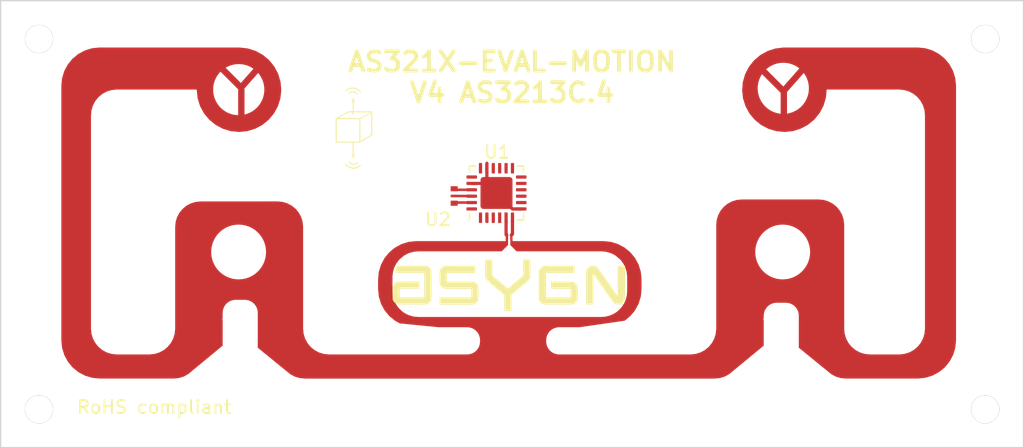
<source format=kicad_pcb>
(kicad_pcb (version 4) (generator "gerbview") (generator_version "8.0")
  (layers (0 F.Cu signal) (31 B.Cu signal) (34 B.Paste user) (35 F.Paste user) (36 B.SilkS user) (37 F.SilkS user) (38 B.Mask user) (39 F.Mask user) (44 Edge.Cuts user))
  (gr_line (start 29.79 41.35) (end 109.79 41.35) (layer Edge.Cuts) (width 0.1))
  (gr_line (start 109.79 76.35) (end 29.79 76.35) (layer Edge.Cuts) (width 0.1))
  (gr_line (start 29.79 76.35) (end 29.79 41.35) (layer Edge.Cuts) (width 0.1))
  (gr_line (start 109.79 76.35) (end 109.79 41.35) (layer Edge.Cuts) (width 0.1))
  (gr_line (start 57.29 46.3925) (end 58.00429 46.3925) (layer F.SilkS) (width 0.3))
  (gr_line (start 57.14714 46.82107) (end 57.64714 45.32107) (layer F.SilkS) (width 0.3))
  (gr_line (start 57.64714 45.32107) (end 58.14714 46.82107) (layer F.SilkS) (width 0.3))
  (gr_line (start 58.57571 46.74964) (end 58.79 46.82107) (layer F.SilkS) (width 0.3))
  (gr_line (start 58.79 46.82107) (end 59.14714 46.82107) (layer F.SilkS) (width 0.3))
  (gr_line (start 59.14714 46.82107) (end 59.29 46.74964) (layer F.SilkS) (width 0.3))
  (gr_line (start 59.29 46.74964) (end 59.36143 46.67821) (layer F.SilkS) (width 0.3))
  (gr_line (start 59.36143 46.67821) (end 59.43286 46.53536) (layer F.SilkS) (width 0.3))
  (gr_line (start 59.43286 46.53536) (end 59.43286 46.3925) (layer F.SilkS) (width 0.3))
  (gr_line (start 59.43286 46.3925) (end 59.36143 46.24964) (layer F.SilkS) (width 0.3))
  (gr_line (start 59.36143 46.24964) (end 59.29 46.17821) (layer F.SilkS) (width 0.3))
  (gr_line (start 59.29 46.17821) (end 59.14714 46.10679) (layer F.SilkS) (width 0.3))
  (gr_line (start 59.14714 46.10679) (end 58.86143 46.03536) (layer F.SilkS) (width 0.3))
  (gr_line (start 58.86143 46.03536) (end 58.71857 45.96393) (layer F.SilkS) (width 0.3))
  (gr_line (start 58.71857 45.96393) (end 58.64714 45.8925) (layer F.SilkS) (width 0.3))
  (gr_line (start 58.64714 45.8925) (end 58.57571 45.74964) (layer F.SilkS) (width 0.3))
  (gr_line (start 58.57571 45.74964) (end 58.57571 45.60679) (layer F.SilkS) (width 0.3))
  (gr_line (start 58.57571 45.60679) (end 58.64714 45.46393) (layer F.SilkS) (width 0.3))
  (gr_line (start 58.64714 45.46393) (end 58.71857 45.3925) (layer F.SilkS) (width 0.3))
  (gr_line (start 58.71857 45.3925) (end 58.86143 45.32107) (layer F.SilkS) (width 0.3))
  (gr_line (start 58.86143 45.32107) (end 59.21857 45.32107) (layer F.SilkS) (width 0.3))
  (gr_line (start 59.21857 45.32107) (end 59.43286 45.3925) (layer F.SilkS) (width 0.3))
  (gr_line (start 59.93286 45.32107) (end 60.86143 45.32107) (layer F.SilkS) (width 0.3))
  (gr_line (start 60.86143 45.32107) (end 60.36143 45.8925) (layer F.SilkS) (width 0.3))
  (gr_line (start 60.36143 45.8925) (end 60.57571 45.8925) (layer F.SilkS) (width 0.3))
  (gr_line (start 60.57571 45.8925) (end 60.71857 45.96393) (layer F.SilkS) (width 0.3))
  (gr_line (start 60.71857 45.96393) (end 60.79 46.03536) (layer F.SilkS) (width 0.3))
  (gr_line (start 60.79 46.03536) (end 60.86143 46.17821) (layer F.SilkS) (width 0.3))
  (gr_line (start 60.86143 46.17821) (end 60.86143 46.53536) (layer F.SilkS) (width 0.3))
  (gr_line (start 60.86143 46.53536) (end 60.79 46.67821) (layer F.SilkS) (width 0.3))
  (gr_line (start 60.79 46.67821) (end 60.71857 46.74964) (layer F.SilkS) (width 0.3))
  (gr_line (start 60.71857 46.74964) (end 60.57571 46.82107) (layer F.SilkS) (width 0.3))
  (gr_line (start 60.57571 46.82107) (end 60.14714 46.82107) (layer F.SilkS) (width 0.3))
  (gr_line (start 60.14714 46.82107) (end 60.00429 46.74964) (layer F.SilkS) (width 0.3))
  (gr_line (start 60.00429 46.74964) (end 59.93286 46.67821) (layer F.SilkS) (width 0.3))
  (gr_line (start 61.43286 45.46393) (end 61.50429 45.3925) (layer F.SilkS) (width 0.3))
  (gr_line (start 61.50429 45.3925) (end 61.64714 45.32107) (layer F.SilkS) (width 0.3))
  (gr_line (start 61.64714 45.32107) (end 62.00429 45.32107) (layer F.SilkS) (width 0.3))
  (gr_line (start 62.00429 45.32107) (end 62.14714 45.3925) (layer F.SilkS) (width 0.3))
  (gr_line (start 62.14714 45.3925) (end 62.21857 45.46393) (layer F.SilkS) (width 0.3))
  (gr_line (start 62.21857 45.46393) (end 62.29 45.60679) (layer F.SilkS) (width 0.3))
  (gr_line (start 62.29 45.60679) (end 62.29 45.74964) (layer F.SilkS) (width 0.3))
  (gr_line (start 62.29 45.74964) (end 62.21857 45.96393) (layer F.SilkS) (width 0.3))
  (gr_line (start 62.21857 45.96393) (end 61.36143 46.82107) (layer F.SilkS) (width 0.3))
  (gr_line (start 61.36143 46.82107) (end 62.29 46.82107) (layer F.SilkS) (width 0.3))
  (gr_line (start 63.71857 46.82107) (end 62.86143 46.82107) (layer F.SilkS) (width 0.3))
  (gr_line (start 63.29 46.82107) (end 63.29 45.32107) (layer F.SilkS) (width 0.3))
  (gr_line (start 63.29 45.32107) (end 63.14714 45.53536) (layer F.SilkS) (width 0.3))
  (gr_line (start 63.14714 45.53536) (end 63.00429 45.67821) (layer F.SilkS) (width 0.3))
  (gr_line (start 63.00429 45.67821) (end 62.86143 45.74964) (layer F.SilkS) (width 0.3))
  (gr_line (start 64.21857 45.32107) (end 65.21857 46.82107) (layer F.SilkS) (width 0.3))
  (gr_line (start 65.21857 45.32107) (end 64.21857 46.82107) (layer F.SilkS) (width 0.3))
  (gr_line (start 65.79 46.24964) (end 66.93286 46.24964) (layer F.SilkS) (width 0.3))
  (gr_line (start 67.64714 46.03536) (end 68.14714 46.03536) (layer F.SilkS) (width 0.3))
  (gr_line (start 68.36143 46.82107) (end 67.64714 46.82107) (layer F.SilkS) (width 0.3))
  (gr_line (start 67.64714 46.82107) (end 67.64714 45.32107) (layer F.SilkS) (width 0.3))
  (gr_line (start 67.64714 45.32107) (end 68.36143 45.32107) (layer F.SilkS) (width 0.3))
  (gr_line (start 68.79 45.32107) (end 69.29 46.82107) (layer F.SilkS) (width 0.3))
  (gr_line (start 69.29 46.82107) (end 69.79 45.32107) (layer F.SilkS) (width 0.3))
  (gr_line (start 70.21857 46.3925) (end 70.93286 46.3925) (layer F.SilkS) (width 0.3))
  (gr_line (start 70.07571 46.82107) (end 70.57571 45.32107) (layer F.SilkS) (width 0.3))
  (gr_line (start 70.57571 45.32107) (end 71.07571 46.82107) (layer F.SilkS) (width 0.3))
  (gr_line (start 72.29 46.82107) (end 71.57571 46.82107) (layer F.SilkS) (width 0.3))
  (gr_line (start 71.57571 46.82107) (end 71.57571 45.32107) (layer F.SilkS) (width 0.3))
  (gr_line (start 72.79 46.24964) (end 73.93286 46.24964) (layer F.SilkS) (width 0.3))
  (gr_line (start 74.64714 46.82107) (end 74.64714 45.32107) (layer F.SilkS) (width 0.3))
  (gr_line (start 74.64714 45.32107) (end 75.14714 46.3925) (layer F.SilkS) (width 0.3))
  (gr_line (start 75.14714 46.3925) (end 75.64714 45.32107) (layer F.SilkS) (width 0.3))
  (gr_line (start 75.64714 45.32107) (end 75.64714 46.82107) (layer F.SilkS) (width 0.3))
  (gr_line (start 76.64714 45.32107) (end 76.93286 45.32107) (layer F.SilkS) (width 0.3))
  (gr_line (start 76.93286 45.32107) (end 77.07571 45.3925) (layer F.SilkS) (width 0.3))
  (gr_line (start 77.07571 45.3925) (end 77.21857 45.53536) (layer F.SilkS) (width 0.3))
  (gr_line (start 77.21857 45.53536) (end 77.29 45.82107) (layer F.SilkS) (width 0.3))
  (gr_line (start 77.29 45.82107) (end 77.29 46.32107) (layer F.SilkS) (width 0.3))
  (gr_line (start 77.29 46.32107) (end 77.21857 46.60679) (layer F.SilkS) (width 0.3))
  (gr_line (start 77.21857 46.60679) (end 77.07571 46.74964) (layer F.SilkS) (width 0.3))
  (gr_line (start 77.07571 46.74964) (end 76.93286 46.82107) (layer F.SilkS) (width 0.3))
  (gr_line (start 76.93286 46.82107) (end 76.64714 46.82107) (layer F.SilkS) (width 0.3))
  (gr_line (start 76.64714 46.82107) (end 76.50429 46.74964) (layer F.SilkS) (width 0.3))
  (gr_line (start 76.50429 46.74964) (end 76.36143 46.60679) (layer F.SilkS) (width 0.3))
  (gr_line (start 76.36143 46.60679) (end 76.29 46.32107) (layer F.SilkS) (width 0.3))
  (gr_line (start 76.29 46.32107) (end 76.29 45.82107) (layer F.SilkS) (width 0.3))
  (gr_line (start 76.29 45.82107) (end 76.36143 45.53536) (layer F.SilkS) (width 0.3))
  (gr_line (start 76.36143 45.53536) (end 76.50429 45.3925) (layer F.SilkS) (width 0.3))
  (gr_line (start 76.50429 45.3925) (end 76.64714 45.32107) (layer F.SilkS) (width 0.3))
  (gr_line (start 77.71857 45.32107) (end 78.57571 45.32107) (layer F.SilkS) (width 0.3))
  (gr_line (start 78.14714 46.82107) (end 78.14714 45.32107) (layer F.SilkS) (width 0.3))
  (gr_line (start 79.07571 46.82107) (end 79.07571 45.32107) (layer F.SilkS) (width 0.3))
  (gr_line (start 80.07571 45.32107) (end 80.36143 45.32107) (layer F.SilkS) (width 0.3))
  (gr_line (start 80.36143 45.32107) (end 80.50429 45.3925) (layer F.SilkS) (width 0.3))
  (gr_line (start 80.50429 45.3925) (end 80.64714 45.53536) (layer F.SilkS) (width 0.3))
  (gr_line (start 80.64714 45.53536) (end 80.71857 45.82107) (layer F.SilkS) (width 0.3))
  (gr_line (start 80.71857 45.82107) (end 80.71857 46.32107) (layer F.SilkS) (width 0.3))
  (gr_line (start 80.71857 46.32107) (end 80.64714 46.60679) (layer F.SilkS) (width 0.3))
  (gr_line (start 80.64714 46.60679) (end 80.50429 46.74964) (layer F.SilkS) (width 0.3))
  (gr_line (start 80.50429 46.74964) (end 80.36143 46.82107) (layer F.SilkS) (width 0.3))
  (gr_line (start 80.36143 46.82107) (end 80.07571 46.82107) (layer F.SilkS) (width 0.3))
  (gr_line (start 80.07571 46.82107) (end 79.93286 46.74964) (layer F.SilkS) (width 0.3))
  (gr_line (start 79.93286 46.74964) (end 79.79 46.60679) (layer F.SilkS) (width 0.3))
  (gr_line (start 79.79 46.60679) (end 79.71857 46.32107) (layer F.SilkS) (width 0.3))
  (gr_line (start 79.71857 46.32107) (end 79.71857 45.82107) (layer F.SilkS) (width 0.3))
  (gr_line (start 79.71857 45.82107) (end 79.79 45.53536) (layer F.SilkS) (width 0.3))
  (gr_line (start 79.79 45.53536) (end 79.93286 45.3925) (layer F.SilkS) (width 0.3))
  (gr_line (start 79.93286 45.3925) (end 80.07571 45.32107) (layer F.SilkS) (width 0.3))
  (gr_line (start 81.36143 46.82107) (end 81.36143 45.32107) (layer F.SilkS) (width 0.3))
  (gr_line (start 81.36143 45.32107) (end 82.21857 46.82107) (layer F.SilkS) (width 0.3))
  (gr_line (start 82.21857 46.82107) (end 82.21857 45.32107) (layer F.SilkS) (width 0.3))
  (gr_line (start 61.96857 47.73607) (end 62.46857 49.23607) (layer F.SilkS) (width 0.3))
  (gr_line (start 62.46857 49.23607) (end 62.96857 47.73607) (layer F.SilkS) (width 0.3))
  (gr_line (start 64.11143 48.23607) (end 64.11143 49.23607) (layer F.SilkS) (width 0.3))
  (gr_line (start 63.75429 47.66464) (end 63.39714 48.73607) (layer F.SilkS) (width 0.3))
  (gr_line (start 63.39714 48.73607) (end 64.32571 48.73607) (layer F.SilkS) (width 0.3))
  (gr_line (start 65.96857 48.8075) (end 66.68286 48.8075) (layer F.SilkS) (width 0.3))
  (gr_line (start 65.82571 49.23607) (end 66.32571 47.73607) (layer F.SilkS) (width 0.3))
  (gr_line (start 66.32571 47.73607) (end 66.82571 49.23607) (layer F.SilkS) (width 0.3))
  (gr_line (start 67.25429 49.16464) (end 67.46857 49.23607) (layer F.SilkS) (width 0.3))
  (gr_line (start 67.46857 49.23607) (end 67.82571 49.23607) (layer F.SilkS) (width 0.3))
  (gr_line (start 67.82571 49.23607) (end 67.96857 49.16464) (layer F.SilkS) (width 0.3))
  (gr_line (start 67.96857 49.16464) (end 68.04 49.09321) (layer F.SilkS) (width 0.3))
  (gr_line (start 68.04 49.09321) (end 68.11143 48.95036) (layer F.SilkS) (width 0.3))
  (gr_line (start 68.11143 48.95036) (end 68.11143 48.8075) (layer F.SilkS) (width 0.3))
  (gr_line (start 68.11143 48.8075) (end 68.04 48.66464) (layer F.SilkS) (width 0.3))
  (gr_line (start 68.04 48.66464) (end 67.96857 48.59321) (layer F.SilkS) (width 0.3))
  (gr_line (start 67.96857 48.59321) (end 67.82571 48.52179) (layer F.SilkS) (width 0.3))
  (gr_line (start 67.82571 48.52179) (end 67.54 48.45036) (layer F.SilkS) (width 0.3))
  (gr_line (start 67.54 48.45036) (end 67.39714 48.37893) (layer F.SilkS) (width 0.3))
  (gr_line (start 67.39714 48.37893) (end 67.32571 48.3075) (layer F.SilkS) (width 0.3))
  (gr_line (start 67.32571 48.3075) (end 67.25429 48.16464) (layer F.SilkS) (width 0.3))
  (gr_line (start 67.25429 48.16464) (end 67.25429 48.02179) (layer F.SilkS) (width 0.3))
  (gr_line (start 67.25429 48.02179) (end 67.32571 47.87893) (layer F.SilkS) (width 0.3))
  (gr_line (start 67.32571 47.87893) (end 67.39714 47.8075) (layer F.SilkS) (width 0.3))
  (gr_line (start 67.39714 47.8075) (end 67.54 47.73607) (layer F.SilkS) (width 0.3))
  (gr_line (start 67.54 47.73607) (end 67.89714 47.73607) (layer F.SilkS) (width 0.3))
  (gr_line (start 67.89714 47.73607) (end 68.11143 47.8075) (layer F.SilkS) (width 0.3))
  (gr_line (start 68.61143 47.73607) (end 69.54 47.73607) (layer F.SilkS) (width 0.3))
  (gr_line (start 69.54 47.73607) (end 69.04 48.3075) (layer F.SilkS) (width 0.3))
  (gr_line (start 69.04 48.3075) (end 69.25429 48.3075) (layer F.SilkS) (width 0.3))
  (gr_line (start 69.25429 48.3075) (end 69.39714 48.37893) (layer F.SilkS) (width 0.3))
  (gr_line (start 69.39714 48.37893) (end 69.46857 48.45036) (layer F.SilkS) (width 0.3))
  (gr_line (start 69.46857 48.45036) (end 69.54 48.59321) (layer F.SilkS) (width 0.3))
  (gr_line (start 69.54 48.59321) (end 69.54 48.95036) (layer F.SilkS) (width 0.3))
  (gr_line (start 69.54 48.95036) (end 69.46857 49.09321) (layer F.SilkS) (width 0.3))
  (gr_line (start 69.46857 49.09321) (end 69.39714 49.16464) (layer F.SilkS) (width 0.3))
  (gr_line (start 69.39714 49.16464) (end 69.25429 49.23607) (layer F.SilkS) (width 0.3))
  (gr_line (start 69.25429 49.23607) (end 68.82571 49.23607) (layer F.SilkS) (width 0.3))
  (gr_line (start 68.82571 49.23607) (end 68.68286 49.16464) (layer F.SilkS) (width 0.3))
  (gr_line (start 68.68286 49.16464) (end 68.61143 49.09321) (layer F.SilkS) (width 0.3))
  (gr_line (start 70.11143 47.87893) (end 70.18286 47.8075) (layer F.SilkS) (width 0.3))
  (gr_line (start 70.18286 47.8075) (end 70.32571 47.73607) (layer F.SilkS) (width 0.3))
  (gr_line (start 70.32571 47.73607) (end 70.68286 47.73607) (layer F.SilkS) (width 0.3))
  (gr_line (start 70.68286 47.73607) (end 70.82571 47.8075) (layer F.SilkS) (width 0.3))
  (gr_line (start 70.82571 47.8075) (end 70.89714 47.87893) (layer F.SilkS) (width 0.3))
  (gr_line (start 70.89714 47.87893) (end 70.96857 48.02179) (layer F.SilkS) (width 0.3))
  (gr_line (start 70.96857 48.02179) (end 70.96857 48.16464) (layer F.SilkS) (width 0.3))
  (gr_line (start 70.96857 48.16464) (end 70.89714 48.37893) (layer F.SilkS) (width 0.3))
  (gr_line (start 70.89714 48.37893) (end 70.04 49.23607) (layer F.SilkS) (width 0.3))
  (gr_line (start 70.04 49.23607) (end 70.96857 49.23607) (layer F.SilkS) (width 0.3))
  (gr_line (start 72.39714 49.23607) (end 71.54 49.23607) (layer F.SilkS) (width 0.3))
  (gr_line (start 71.96857 49.23607) (end 71.96857 47.73607) (layer F.SilkS) (width 0.3))
  (gr_line (start 71.96857 47.73607) (end 71.82571 47.95036) (layer F.SilkS) (width 0.3))
  (gr_line (start 71.82571 47.95036) (end 71.68286 48.09321) (layer F.SilkS) (width 0.3))
  (gr_line (start 71.68286 48.09321) (end 71.54 48.16464) (layer F.SilkS) (width 0.3))
  (gr_line (start 72.89714 47.73607) (end 73.82571 47.73607) (layer F.SilkS) (width 0.3))
  (gr_line (start 73.82571 47.73607) (end 73.32571 48.3075) (layer F.SilkS) (width 0.3))
  (gr_line (start 73.32571 48.3075) (end 73.54 48.3075) (layer F.SilkS) (width 0.3))
  (gr_line (start 73.54 48.3075) (end 73.68286 48.37893) (layer F.SilkS) (width 0.3))
  (gr_line (start 73.68286 48.37893) (end 73.75429 48.45036) (layer F.SilkS) (width 0.3))
  (gr_line (start 73.75429 48.45036) (end 73.82571 48.59321) (layer F.SilkS) (width 0.3))
  (gr_line (start 73.82571 48.59321) (end 73.82571 48.95036) (layer F.SilkS) (width 0.3))
  (gr_line (start 73.82571 48.95036) (end 73.75429 49.09321) (layer F.SilkS) (width 0.3))
  (gr_line (start 73.75429 49.09321) (end 73.68286 49.16464) (layer F.SilkS) (width 0.3))
  (gr_line (start 73.68286 49.16464) (end 73.54 49.23607) (layer F.SilkS) (width 0.3))
  (gr_line (start 73.54 49.23607) (end 73.11143 49.23607) (layer F.SilkS) (width 0.3))
  (gr_line (start 73.11143 49.23607) (end 72.96857 49.16464) (layer F.SilkS) (width 0.3))
  (gr_line (start 72.96857 49.16464) (end 72.89714 49.09321) (layer F.SilkS) (width 0.3))
  (gr_line (start 75.32571 49.09321) (end 75.25429 49.16464) (layer F.SilkS) (width 0.3))
  (gr_line (start 75.25429 49.16464) (end 75.04 49.23607) (layer F.SilkS) (width 0.3))
  (gr_line (start 75.04 49.23607) (end 74.89714 49.23607) (layer F.SilkS) (width 0.3))
  (gr_line (start 74.89714 49.23607) (end 74.68286 49.16464) (layer F.SilkS) (width 0.3))
  (gr_line (start 74.68286 49.16464) (end 74.54 49.02179) (layer F.SilkS) (width 0.3))
  (gr_line (start 74.54 49.02179) (end 74.46857 48.87893) (layer F.SilkS) (width 0.3))
  (gr_line (start 74.46857 48.87893) (end 74.39714 48.59321) (layer F.SilkS) (width 0.3))
  (gr_line (start 74.39714 48.59321) (end 74.39714 48.37893) (layer F.SilkS) (width 0.3))
  (gr_line (start 74.39714 48.37893) (end 74.46857 48.09321) (layer F.SilkS) (width 0.3))
  (gr_line (start 74.46857 48.09321) (end 74.54 47.95036) (layer F.SilkS) (width 0.3))
  (gr_line (start 74.54 47.95036) (end 74.68286 47.8075) (layer F.SilkS) (width 0.3))
  (gr_line (start 74.68286 47.8075) (end 74.89714 47.73607) (layer F.SilkS) (width 0.3))
  (gr_line (start 74.89714 47.73607) (end 75.04 47.73607) (layer F.SilkS) (width 0.3))
  (gr_line (start 75.04 47.73607) (end 75.25429 47.8075) (layer F.SilkS) (width 0.3))
  (gr_line (start 75.25429 47.8075) (end 75.32571 47.87893) (layer F.SilkS) (width 0.3))
  (gr_line (start 75.96857 49.09321) (end 76.04 49.16464) (layer F.SilkS) (width 0.3))
  (gr_line (start 76.04 49.16464) (end 75.96857 49.23607) (layer F.SilkS) (width 0.3))
  (gr_line (start 75.96857 49.23607) (end 75.89714 49.16464) (layer F.SilkS) (width 0.3))
  (gr_line (start 75.89714 49.16464) (end 75.96857 49.09321) (layer F.SilkS) (width 0.3))
  (gr_line (start 75.96857 49.09321) (end 75.96857 49.23607) (layer F.SilkS) (width 0.3))
  (gr_line (start 77.32571 48.23607) (end 77.32571 49.23607) (layer F.SilkS) (width 0.3))
  (gr_line (start 76.96857 47.66464) (end 76.61143 48.73607) (layer F.SilkS) (width 0.3))
  (gr_line (start 76.61143 48.73607) (end 77.54 48.73607) (layer F.SilkS) (width 0.3))
  (gr_line (start 36.58571 73.63238) (end 36.25238 73.15619) (layer F.SilkS) (width 0.15))
  (gr_line (start 36.01429 73.63238) (end 36.01429 72.63238) (layer F.SilkS) (width 0.15))
  (gr_line (start 36.01429 72.63238) (end 36.39524 72.63238) (layer F.SilkS) (width 0.15))
  (gr_line (start 36.39524 72.63238) (end 36.49048 72.68) (layer F.SilkS) (width 0.15))
  (gr_line (start 36.49048 72.68) (end 36.5381 72.72762) (layer F.SilkS) (width 0.15))
  (gr_line (start 36.5381 72.72762) (end 36.58571 72.82286) (layer F.SilkS) (width 0.15))
  (gr_line (start 36.58571 72.82286) (end 36.58571 72.96571) (layer F.SilkS) (width 0.15))
  (gr_line (start 36.58571 72.96571) (end 36.5381 73.06095) (layer F.SilkS) (width 0.15))
  (gr_line (start 36.5381 73.06095) (end 36.49048 73.10857) (layer F.SilkS) (width 0.15))
  (gr_line (start 36.49048 73.10857) (end 36.39524 73.15619) (layer F.SilkS) (width 0.15))
  (gr_line (start 36.39524 73.15619) (end 36.01429 73.15619) (layer F.SilkS) (width 0.15))
  (gr_line (start 37.15714 73.63238) (end 37.0619 73.58476) (layer F.SilkS) (width 0.15))
  (gr_line (start 37.0619 73.58476) (end 37.01429 73.53714) (layer F.SilkS) (width 0.15))
  (gr_line (start 37.01429 73.53714) (end 36.96667 73.4419) (layer F.SilkS) (width 0.15))
  (gr_line (start 36.96667 73.4419) (end 36.96667 73.15619) (layer F.SilkS) (width 0.15))
  (gr_line (start 36.96667 73.15619) (end 37.01429 73.06095) (layer F.SilkS) (width 0.15))
  (gr_line (start 37.01429 73.06095) (end 37.0619 73.01333) (layer F.SilkS) (width 0.15))
  (gr_line (start 37.0619 73.01333) (end 37.15714 72.96571) (layer F.SilkS) (width 0.15))
  (gr_line (start 37.15714 72.96571) (end 37.3 72.96571) (layer F.SilkS) (width 0.15))
  (gr_line (start 37.3 72.96571) (end 37.39524 73.01333) (layer F.SilkS) (width 0.15))
  (gr_line (start 37.39524 73.01333) (end 37.44286 73.06095) (layer F.SilkS) (width 0.15))
  (gr_line (start 37.44286 73.06095) (end 37.49048 73.15619) (layer F.SilkS) (width 0.15))
  (gr_line (start 37.49048 73.15619) (end 37.49048 73.4419) (layer F.SilkS) (width 0.15))
  (gr_line (start 37.49048 73.4419) (end 37.44286 73.53714) (layer F.SilkS) (width 0.15))
  (gr_line (start 37.44286 73.53714) (end 37.39524 73.58476) (layer F.SilkS) (width 0.15))
  (gr_line (start 37.39524 73.58476) (end 37.3 73.63238) (layer F.SilkS) (width 0.15))
  (gr_line (start 37.3 73.63238) (end 37.15714 73.63238) (layer F.SilkS) (width 0.15))
  (gr_line (start 37.91905 73.63238) (end 37.91905 72.63238) (layer F.SilkS) (width 0.15))
  (gr_line (start 37.91905 73.10857) (end 38.49048 73.10857) (layer F.SilkS) (width 0.15))
  (gr_line (start 38.49048 73.63238) (end 38.49048 72.63238) (layer F.SilkS) (width 0.15))
  (gr_line (start 38.91905 73.58476) (end 39.0619 73.63238) (layer F.SilkS) (width 0.15))
  (gr_line (start 39.0619 73.63238) (end 39.3 73.63238) (layer F.SilkS) (width 0.15))
  (gr_line (start 39.3 73.63238) (end 39.39524 73.58476) (layer F.SilkS) (width 0.15))
  (gr_line (start 39.39524 73.58476) (end 39.44286 73.53714) (layer F.SilkS) (width 0.15))
  (gr_line (start 39.44286 73.53714) (end 39.49048 73.4419) (layer F.SilkS) (width 0.15))
  (gr_line (start 39.49048 73.4419) (end 39.49048 73.34667) (layer F.SilkS) (width 0.15))
  (gr_line (start 39.49048 73.34667) (end 39.44286 73.25143) (layer F.SilkS) (width 0.15))
  (gr_line (start 39.44286 73.25143) (end 39.39524 73.20381) (layer F.SilkS) (width 0.15))
  (gr_line (start 39.39524 73.20381) (end 39.3 73.15619) (layer F.SilkS) (width 0.15))
  (gr_line (start 39.3 73.15619) (end 39.10952 73.10857) (layer F.SilkS) (width 0.15))
  (gr_line (start 39.10952 73.10857) (end 39.01429 73.06095) (layer F.SilkS) (width 0.15))
  (gr_line (start 39.01429 73.06095) (end 38.96667 73.01333) (layer F.SilkS) (width 0.15))
  (gr_line (start 38.96667 73.01333) (end 38.91905 72.9181) (layer F.SilkS) (width 0.15))
  (gr_line (start 38.91905 72.9181) (end 38.91905 72.82286) (layer F.SilkS) (width 0.15))
  (gr_line (start 38.91905 72.82286) (end 38.96667 72.72762) (layer F.SilkS) (width 0.15))
  (gr_line (start 38.96667 72.72762) (end 39.01429 72.68) (layer F.SilkS) (width 0.15))
  (gr_line (start 39.01429 72.68) (end 39.10952 72.63238) (layer F.SilkS) (width 0.15))
  (gr_line (start 39.10952 72.63238) (end 39.34762 72.63238) (layer F.SilkS) (width 0.15))
  (gr_line (start 39.34762 72.63238) (end 39.49048 72.68) (layer F.SilkS) (width 0.15))
  (gr_line (start 41.10952 73.58476) (end 41.01429 73.63238) (layer F.SilkS) (width 0.15))
  (gr_line (start 41.01429 73.63238) (end 40.82381 73.63238) (layer F.SilkS) (width 0.15))
  (gr_line (start 40.82381 73.63238) (end 40.72857 73.58476) (layer F.SilkS) (width 0.15))
  (gr_line (start 40.72857 73.58476) (end 40.68095 73.53714) (layer F.SilkS) (width 0.15))
  (gr_line (start 40.68095 73.53714) (end 40.63333 73.4419) (layer F.SilkS) (width 0.15))
  (gr_line (start 40.63333 73.4419) (end 40.63333 73.15619) (layer F.SilkS) (width 0.15))
  (gr_line (start 40.63333 73.15619) (end 40.68095 73.06095) (layer F.SilkS) (width 0.15))
  (gr_line (start 40.68095 73.06095) (end 40.72857 73.01333) (layer F.SilkS) (width 0.15))
  (gr_line (start 40.72857 73.01333) (end 40.82381 72.96571) (layer F.SilkS) (width 0.15))
  (gr_line (start 40.82381 72.96571) (end 41.01429 72.96571) (layer F.SilkS) (width 0.15))
  (gr_line (start 41.01429 72.96571) (end 41.10952 73.01333) (layer F.SilkS) (width 0.15))
  (gr_line (start 41.68095 73.63238) (end 41.58571 73.58476) (layer F.SilkS) (width 0.15))
  (gr_line (start 41.58571 73.58476) (end 41.5381 73.53714) (layer F.SilkS) (width 0.15))
  (gr_line (start 41.5381 73.53714) (end 41.49048 73.4419) (layer F.SilkS) (width 0.15))
  (gr_line (start 41.49048 73.4419) (end 41.49048 73.15619) (layer F.SilkS) (width 0.15))
  (gr_line (start 41.49048 73.15619) (end 41.5381 73.06095) (layer F.SilkS) (width 0.15))
  (gr_line (start 41.5381 73.06095) (end 41.58571 73.01333) (layer F.SilkS) (width 0.15))
  (gr_line (start 41.58571 73.01333) (end 41.68095 72.96571) (layer F.SilkS) (width 0.15))
  (gr_line (start 41.68095 72.96571) (end 41.82381 72.96571) (layer F.SilkS) (width 0.15))
  (gr_line (start 41.82381 72.96571) (end 41.91905 73.01333) (layer F.SilkS) (width 0.15))
  (gr_line (start 41.91905 73.01333) (end 41.96667 73.06095) (layer F.SilkS) (width 0.15))
  (gr_line (start 41.96667 73.06095) (end 42.01429 73.15619) (layer F.SilkS) (width 0.15))
  (gr_line (start 42.01429 73.15619) (end 42.01429 73.4419) (layer F.SilkS) (width 0.15))
  (gr_line (start 42.01429 73.4419) (end 41.96667 73.53714) (layer F.SilkS) (width 0.15))
  (gr_line (start 41.96667 73.53714) (end 41.91905 73.58476) (layer F.SilkS) (width 0.15))
  (gr_line (start 41.91905 73.58476) (end 41.82381 73.63238) (layer F.SilkS) (width 0.15))
  (gr_line (start 41.82381 73.63238) (end 41.68095 73.63238) (layer F.SilkS) (width 0.15))
  (gr_line (start 42.44286 73.63238) (end 42.44286 72.96571) (layer F.SilkS) (width 0.15))
  (gr_line (start 42.44286 73.06095) (end 42.49048 73.01333) (layer F.SilkS) (width 0.15))
  (gr_line (start 42.49048 73.01333) (end 42.58571 72.96571) (layer F.SilkS) (width 0.15))
  (gr_line (start 42.58571 72.96571) (end 42.72857 72.96571) (layer F.SilkS) (width 0.15))
  (gr_line (start 42.72857 72.96571) (end 42.82381 73.01333) (layer F.SilkS) (width 0.15))
  (gr_line (start 42.82381 73.01333) (end 42.87143 73.10857) (layer F.SilkS) (width 0.15))
  (gr_line (start 42.87143 73.10857) (end 42.87143 73.63238) (layer F.SilkS) (width 0.15))
  (gr_line (start 42.87143 73.10857) (end 42.91905 73.01333) (layer F.SilkS) (width 0.15))
  (gr_line (start 42.91905 73.01333) (end 43.01429 72.96571) (layer F.SilkS) (width 0.15))
  (gr_line (start 43.01429 72.96571) (end 43.15714 72.96571) (layer F.SilkS) (width 0.15))
  (gr_line (start 43.15714 72.96571) (end 43.25238 73.01333) (layer F.SilkS) (width 0.15))
  (gr_line (start 43.25238 73.01333) (end 43.3 73.10857) (layer F.SilkS) (width 0.15))
  (gr_line (start 43.3 73.10857) (end 43.3 73.63238) (layer F.SilkS) (width 0.15))
  (gr_line (start 43.77619 72.96571) (end 43.77619 73.96571) (layer F.SilkS) (width 0.15))
  (gr_line (start 43.77619 73.01333) (end 43.87143 72.96571) (layer F.SilkS) (width 0.15))
  (gr_line (start 43.87143 72.96571) (end 44.0619 72.96571) (layer F.SilkS) (width 0.15))
  (gr_line (start 44.0619 72.96571) (end 44.15714 73.01333) (layer F.SilkS) (width 0.15))
  (gr_line (start 44.15714 73.01333) (end 44.20476 73.06095) (layer F.SilkS) (width 0.15))
  (gr_line (start 44.20476 73.06095) (end 44.25238 73.15619) (layer F.SilkS) (width 0.15))
  (gr_line (start 44.25238 73.15619) (end 44.25238 73.4419) (layer F.SilkS) (width 0.15))
  (gr_line (start 44.25238 73.4419) (end 44.20476 73.53714) (layer F.SilkS) (width 0.15))
  (gr_line (start 44.20476 73.53714) (end 44.15714 73.58476) (layer F.SilkS) (width 0.15))
  (gr_line (start 44.15714 73.58476) (end 44.0619 73.63238) (layer F.SilkS) (width 0.15))
  (gr_line (start 44.0619 73.63238) (end 43.87143 73.63238) (layer F.SilkS) (width 0.15))
  (gr_line (start 43.87143 73.63238) (end 43.77619 73.58476) (layer F.SilkS) (width 0.15))
  (gr_line (start 44.82381 73.63238) (end 44.72857 73.58476) (layer F.SilkS) (width 0.15))
  (gr_line (start 44.72857 73.58476) (end 44.68095 73.48952) (layer F.SilkS) (width 0.15))
  (gr_line (start 44.68095 73.48952) (end 44.68095 72.63238) (layer F.SilkS) (width 0.15))
  (gr_line (start 45.20476 73.63238) (end 45.20476 72.96571) (layer F.SilkS) (width 0.15))
  (gr_line (start 45.20476 72.63238) (end 45.15714 72.68) (layer F.SilkS) (width 0.15))
  (gr_line (start 45.15714 72.68) (end 45.20476 72.72762) (layer F.SilkS) (width 0.15))
  (gr_line (start 45.20476 72.72762) (end 45.25238 72.68) (layer F.SilkS) (width 0.15))
  (gr_line (start 45.25238 72.68) (end 45.20476 72.63238) (layer F.SilkS) (width 0.15))
  (gr_line (start 45.20476 72.63238) (end 45.20476 72.72762) (layer F.SilkS) (width 0.15))
  (gr_line (start 46.10952 73.63238) (end 46.10952 73.10857) (layer F.SilkS) (width 0.15))
  (gr_line (start 46.10952 73.10857) (end 46.0619 73.01333) (layer F.SilkS) (width 0.15))
  (gr_line (start 46.0619 73.01333) (end 45.96667 72.96571) (layer F.SilkS) (width 0.15))
  (gr_line (start 45.96667 72.96571) (end 45.77619 72.96571) (layer F.SilkS) (width 0.15))
  (gr_line (start 45.77619 72.96571) (end 45.68095 73.01333) (layer F.SilkS) (width 0.15))
  (gr_line (start 46.10952 73.58476) (end 46.01429 73.63238) (layer F.SilkS) (width 0.15))
  (gr_line (start 46.01429 73.63238) (end 45.77619 73.63238) (layer F.SilkS) (width 0.15))
  (gr_line (start 45.77619 73.63238) (end 45.68095 73.58476) (layer F.SilkS) (width 0.15))
  (gr_line (start 45.68095 73.58476) (end 45.63333 73.48952) (layer F.SilkS) (width 0.15))
  (gr_line (start 45.63333 73.48952) (end 45.63333 73.39429) (layer F.SilkS) (width 0.15))
  (gr_line (start 45.63333 73.39429) (end 45.68095 73.29905) (layer F.SilkS) (width 0.15))
  (gr_line (start 45.68095 73.29905) (end 45.77619 73.25143) (layer F.SilkS) (width 0.15))
  (gr_line (start 45.77619 73.25143) (end 46.01429 73.25143) (layer F.SilkS) (width 0.15))
  (gr_line (start 46.01429 73.25143) (end 46.10952 73.20381) (layer F.SilkS) (width 0.15))
  (gr_line (start 46.58571 72.96571) (end 46.58571 73.63238) (layer F.SilkS) (width 0.15))
  (gr_line (start 46.58571 73.06095) (end 46.63333 73.01333) (layer F.SilkS) (width 0.15))
  (gr_line (start 46.63333 73.01333) (end 46.72857 72.96571) (layer F.SilkS) (width 0.15))
  (gr_line (start 46.72857 72.96571) (end 46.87143 72.96571) (layer F.SilkS) (width 0.15))
  (gr_line (start 46.87143 72.96571) (end 46.96667 73.01333) (layer F.SilkS) (width 0.15))
  (gr_line (start 46.96667 73.01333) (end 47.01429 73.10857) (layer F.SilkS) (width 0.15))
  (gr_line (start 47.01429 73.10857) (end 47.01429 73.63238) (layer F.SilkS) (width 0.15))
  (gr_line (start 47.34762 72.96571) (end 47.72857 72.96571) (layer F.SilkS) (width 0.15))
  (gr_line (start 47.49048 72.63238) (end 47.49048 73.48952) (layer F.SilkS) (width 0.15))
  (gr_line (start 47.49048 73.48952) (end 47.5381 73.58476) (layer F.SilkS) (width 0.15))
  (gr_line (start 47.5381 73.58476) (end 47.63333 73.63238) (layer F.SilkS) (width 0.15))
  (gr_line (start 47.63333 73.63238) (end 47.72857 73.63238) (layer F.SilkS) (width 0.15))
  (gr_line (start 67.8481 52.66238) (end 67.8481 53.4719) (layer F.SilkS) (width 0.15))
  (gr_line (start 67.8481 53.4719) (end 67.89571 53.56714) (layer F.SilkS) (width 0.15))
  (gr_line (start 67.89571 53.56714) (end 67.94333 53.61476) (layer F.SilkS) (width 0.15))
  (gr_line (start 67.94333 53.61476) (end 68.03857 53.66238) (layer F.SilkS) (width 0.15))
  (gr_line (start 68.03857 53.66238) (end 68.22905 53.66238) (layer F.SilkS) (width 0.15))
  (gr_line (start 68.22905 53.66238) (end 68.32429 53.61476) (layer F.SilkS) (width 0.15))
  (gr_line (start 68.32429 53.61476) (end 68.3719 53.56714) (layer F.SilkS) (width 0.15))
  (gr_line (start 68.3719 53.56714) (end 68.41952 53.4719) (layer F.SilkS) (width 0.15))
  (gr_line (start 68.41952 53.4719) (end 68.41952 52.66238) (layer F.SilkS) (width 0.15))
  (gr_line (start 69.41952 53.66238) (end 68.8481 53.66238) (layer F.SilkS) (width 0.15))
  (gr_line (start 69.13381 53.66238) (end 69.13381 52.66238) (layer F.SilkS) (width 0.15))
  (gr_line (start 69.13381 52.66238) (end 69.03857 52.80524) (layer F.SilkS) (width 0.15))
  (gr_line (start 69.03857 52.80524) (end 68.94333 52.90048) (layer F.SilkS) (width 0.15))
  (gr_line (start 68.94333 52.90048) (end 68.8481 52.9481) (layer F.SilkS) (width 0.15))
  (gr_line (start 63.2281 57.93238) (end 63.2281 58.7419) (layer F.SilkS) (width 0.15))
  (gr_line (start 63.2281 58.7419) (end 63.27571 58.83714) (layer F.SilkS) (width 0.15))
  (gr_line (start 63.27571 58.83714) (end 63.32333 58.88476) (layer F.SilkS) (width 0.15))
  (gr_line (start 63.32333 58.88476) (end 63.41857 58.93238) (layer F.SilkS) (width 0.15))
  (gr_line (start 63.41857 58.93238) (end 63.60905 58.93238) (layer F.SilkS) (width 0.15))
  (gr_line (start 63.60905 58.93238) (end 63.70429 58.88476) (layer F.SilkS) (width 0.15))
  (gr_line (start 63.70429 58.88476) (end 63.7519 58.83714) (layer F.SilkS) (width 0.15))
  (gr_line (start 63.7519 58.83714) (end 63.79952 58.7419) (layer F.SilkS) (width 0.15))
  (gr_line (start 63.79952 58.7419) (end 63.79952 57.93238) (layer F.SilkS) (width 0.15))
  (gr_line (start 64.2281 58.02762) (end 64.27571 57.98) (layer F.SilkS) (width 0.15))
  (gr_line (start 64.27571 57.98) (end 64.37095 57.93238) (layer F.SilkS) (width 0.15))
  (gr_line (start 64.37095 57.93238) (end 64.60905 57.93238) (layer F.SilkS) (width 0.15))
  (gr_line (start 64.60905 57.93238) (end 64.70429 57.98) (layer F.SilkS) (width 0.15))
  (gr_line (start 64.70429 57.98) (end 64.7519 58.02762) (layer F.SilkS) (width 0.15))
  (gr_line (start 64.7519 58.02762) (end 64.79952 58.12286) (layer F.SilkS) (width 0.15))
  (gr_line (start 64.79952 58.12286) (end 64.79952 58.2181) (layer F.SilkS) (width 0.15))
  (gr_line (start 64.79952 58.2181) (end 64.7519 58.36095) (layer F.SilkS) (width 0.15))
  (gr_line (start 64.7519 58.36095) (end 64.18048 58.93238) (layer F.SilkS) (width 0.15))
  (gr_line (start 64.18048 58.93238) (end 64.79952 58.93238) (layer F.SilkS) (width 0.15))
  (gr_line (start 70.68 54.3) (end 70.205 54.3) (layer F.SilkS) (width 0.12))
  (gr_line (start 70.68 58.52) (end 70.205 58.52) (layer F.SilkS) (width 0.12))
  (gr_line (start 66.46 54.3) (end 66.935 54.3) (layer F.SilkS) (width 0.12))
  (gr_line (start 66.46 54.775) (end 66.46 54.3) (layer F.SilkS) (width 0.12))
  (gr_line (start 70.68 58.045) (end 70.68 58.52) (layer F.SilkS) (width 0.12))
  (gr_line (start 70.68 54.775) (end 70.68 54.3) (layer F.SilkS) (width 0.12))
  (gr_line (start 66.46 58.045) (end 66.46 58.52) (layer F.SilkS) (width 0.12))
  (gr_poly (pts (xy 62.05513 62.10601) (xy 62.21849 62.10605) (xy 62.36312 62.10614) (xy 62.49028 62.1063) (xy 62.60117 62.10656) (xy 62.69704 62.10693) (xy 62.7791 62.10743) (xy 62.84858 62.10809) (xy 62.90671 62.10893) (xy 62.95472 62.10996) (xy 62.99383 62.11122) (xy 63.02527 62.11271) (xy 63.05027 62.11447) (xy 63.07006 62.1165) (xy 63.08585 62.11884) (xy 63.09889 62.1215) (xy 63.11039 62.12451) (xy 63.11962 62.12727) (xy 63.20883 62.16506) (xy 63.29068 62.21965) (xy 63.36119 62.28766) (xy 63.41637 62.36574) (xy 63.42789 62.38762) (xy 63.43732 62.40678) (xy 63.44569 62.42435) (xy 63.45306 62.44165) (xy 63.4595 62.46) (xy 63.46506 62.48072) (xy 63.46982 62.50512) (xy 63.47383 62.53452) (xy 63.47717 62.57023) (xy 63.47988 62.61357) (xy 63.48204 62.66586) (xy 63.4837 62.72842) (xy 63.48494 62.80256) (xy 63.48581 62.8896) (xy 63.48639 62.99086) (xy 63.48672 63.10764) (xy 63.48688 63.24128) (xy 63.48692 63.39308) (xy 63.48692 63.56437) (xy 63.48692 63.61583) (xy 63.48682 63.81399) (xy 63.48651 63.99142) (xy 63.486 64.14854) (xy 63.48528 64.28579) (xy 63.48433 64.40358) (xy 63.48317 64.50234) (xy 63.48178 64.58252) (xy 63.48016 64.64453) (xy 63.47831 64.6888) (xy 63.47621 64.71577) (xy 63.47522 64.72221) (xy 63.44857 64.80644) (xy 63.40587 64.88829) (xy 63.35052 64.96332) (xy 63.2859 65.02711) (xy 63.21539 65.07521) (xy 63.1993 65.08331) (xy 63.17901 65.09287) (xy 63.16028 65.10135) (xy 63.1418 65.10882) (xy 63.12225 65.11534) (xy 63.10029 65.12097) (xy 63.0746 65.12578) (xy 63.04386 65.12983) (xy 63.00674 65.13318) (xy 62.96192 65.13589) (xy 62.90807 65.13803) (xy 62.84388 65.13966) (xy 62.768 65.14085) (xy 62.67913 65.14165) (xy 62.57593 65.14213) (xy 62.45707 65.14235) (xy 62.32125 65.14238) (xy 62.16712 65.14228) (xy 61.99337 65.14211) (xy 61.96292 65.14208) (xy 61.80142 65.14182) (xy 61.64854 65.14137) (xy 61.50555 65.14075) (xy 61.37368 65.13997) (xy 61.25419 65.13904) (xy 61.14835 65.13797) (xy 61.05739 65.13678) (xy 60.98258 65.13548) (xy 60.92517 65.13408) (xy 60.88642 65.13259) (xy 60.86757 65.13104) (xy 60.86754 65.13103) (xy 60.78099 65.10479) (xy 60.69671 65.06097) (xy 60.61948 65.00299) (xy 60.55406 64.93429) (xy 60.51543 64.87747) (xy 60.50047 64.85073) (xy 60.48793 64.8262) (xy 60.47761 64.80178) (xy 60.46931 64.77541) (xy 60.46283 64.74499) (xy 60.45797 64.70844) (xy 60.45452 64.66368) (xy 60.4523 64.60863) (xy 60.45109 64.54121) (xy 60.45069 64.45933) (xy 60.45092 64.36092) (xy 60.45156 64.24388) (xy 60.45174 64.21509) (xy 60.45479 63.7289) (xy 60.49967 63.63835) (xy 60.55595 63.54673) (xy 60.62598 63.4712) (xy 60.70975 63.41177) (xy 60.80725 63.36845) (xy 60.82978 63.36131) (xy 60.84237 63.35813) (xy 60.85823 63.35536) (xy 60.8788 63.35298) (xy 60.90555 63.35096) (xy 60.93993 63.34927) (xy 60.98341 63.34788) (xy 61.03743 63.34677) (xy 61.10345 63.3459) (xy 61.18294 63.34525) (xy 61.27735 63.34479) (xy 61.38813 63.34449) (xy 61.51675 63.34432) (xy 61.66466 63.34425) (xy 61.71084 63.34425) (xy 62.53442 63.34425) (xy 62.53442 63.89458) (xy 60.99983 63.89458) (xy 60.99983 64.5825) (xy 62.926 64.5825) (xy 62.926 62.65633) (xy 60.69292 62.65633) (xy 60.69292 62.106) (xy 61.87184 62.106)) (layer F.SilkS) (width 0))
  (gr_line (start 62.05513 62.10601) (end 62.21849 62.10605) (layer F.SilkS) (width 0.01))
  (gr_line (start 62.21849 62.10605) (end 62.36312 62.10614) (layer F.SilkS) (width 0.01))
  (gr_line (start 62.36312 62.10614) (end 62.49028 62.1063) (layer F.SilkS) (width 0.01))
  (gr_line (start 62.49028 62.1063) (end 62.60117 62.10656) (layer F.SilkS) (width 0.01))
  (gr_line (start 62.60117 62.10656) (end 62.69704 62.10693) (layer F.SilkS) (width 0.01))
  (gr_line (start 62.69704 62.10693) (end 62.7791 62.10743) (layer F.SilkS) (width 0.01))
  (gr_line (start 62.7791 62.10743) (end 62.84858 62.10809) (layer F.SilkS) (width 0.01))
  (gr_line (start 62.84858 62.10809) (end 62.90671 62.10893) (layer F.SilkS) (width 0.01))
  (gr_line (start 62.90671 62.10893) (end 62.95472 62.10996) (layer F.SilkS) (width 0.01))
  (gr_line (start 62.95472 62.10996) (end 62.99383 62.11122) (layer F.SilkS) (width 0.01))
  (gr_line (start 62.99383 62.11122) (end 63.02527 62.11271) (layer F.SilkS) (width 0.01))
  (gr_line (start 63.02527 62.11271) (end 63.05027 62.11447) (layer F.SilkS) (width 0.01))
  (gr_line (start 63.05027 62.11447) (end 63.07006 62.1165) (layer F.SilkS) (width 0.01))
  (gr_line (start 63.07006 62.1165) (end 63.08585 62.11884) (layer F.SilkS) (width 0.01))
  (gr_line (start 63.08585 62.11884) (end 63.09889 62.1215) (layer F.SilkS) (width 0.01))
  (gr_line (start 63.09889 62.1215) (end 63.11039 62.12451) (layer F.SilkS) (width 0.01))
  (gr_line (start 63.11039 62.12451) (end 63.11962 62.12727) (layer F.SilkS) (width 0.01))
  (gr_line (start 63.11962 62.12727) (end 63.20883 62.16506) (layer F.SilkS) (width 0.01))
  (gr_line (start 63.20883 62.16506) (end 63.29068 62.21965) (layer F.SilkS) (width 0.01))
  (gr_line (start 63.29068 62.21965) (end 63.36119 62.28766) (layer F.SilkS) (width 0.01))
  (gr_line (start 63.36119 62.28766) (end 63.41637 62.36574) (layer F.SilkS) (width 0.01))
  (gr_line (start 63.41637 62.36574) (end 63.42789 62.38762) (layer F.SilkS) (width 0.01))
  (gr_line (start 63.42789 62.38762) (end 63.43732 62.40678) (layer F.SilkS) (width 0.01))
  (gr_line (start 63.43732 62.40678) (end 63.44569 62.42435) (layer F.SilkS) (width 0.01))
  (gr_line (start 63.44569 62.42435) (end 63.45306 62.44165) (layer F.SilkS) (width 0.01))
  (gr_line (start 63.45306 62.44165) (end 63.4595 62.46) (layer F.SilkS) (width 0.01))
  (gr_line (start 63.4595 62.46) (end 63.46506 62.48072) (layer F.SilkS) (width 0.01))
  (gr_line (start 63.46506 62.48072) (end 63.46982 62.50512) (layer F.SilkS) (width 0.01))
  (gr_line (start 63.46982 62.50512) (end 63.47383 62.53452) (layer F.SilkS) (width 0.01))
  (gr_line (start 63.47383 62.53452) (end 63.47717 62.57023) (layer F.SilkS) (width 0.01))
  (gr_line (start 63.47717 62.57023) (end 63.47988 62.61357) (layer F.SilkS) (width 0.01))
  (gr_line (start 63.47988 62.61357) (end 63.48204 62.66586) (layer F.SilkS) (width 0.01))
  (gr_line (start 63.48204 62.66586) (end 63.4837 62.72842) (layer F.SilkS) (width 0.01))
  (gr_line (start 63.4837 62.72842) (end 63.48494 62.80256) (layer F.SilkS) (width 0.01))
  (gr_line (start 63.48494 62.80256) (end 63.48581 62.8896) (layer F.SilkS) (width 0.01))
  (gr_line (start 63.48581 62.8896) (end 63.48639 62.99086) (layer F.SilkS) (width 0.01))
  (gr_line (start 63.48639 62.99086) (end 63.48672 63.10764) (layer F.SilkS) (width 0.01))
  (gr_line (start 63.48672 63.10764) (end 63.48688 63.24128) (layer F.SilkS) (width 0.01))
  (gr_line (start 63.48688 63.24128) (end 63.48692 63.39308) (layer F.SilkS) (width 0.01))
  (gr_line (start 63.48692 63.39308) (end 63.48692 63.56437) (layer F.SilkS) (width 0.01))
  (gr_line (start 63.48692 63.56437) (end 63.48692 63.61583) (layer F.SilkS) (width 0.01))
  (gr_line (start 63.48692 63.61583) (end 63.48682 63.81399) (layer F.SilkS) (width 0.01))
  (gr_line (start 63.48682 63.81399) (end 63.48651 63.99142) (layer F.SilkS) (width 0.01))
  (gr_line (start 63.48651 63.99142) (end 63.486 64.14854) (layer F.SilkS) (width 0.01))
  (gr_line (start 63.486 64.14854) (end 63.48528 64.28579) (layer F.SilkS) (width 0.01))
  (gr_line (start 63.48528 64.28579) (end 63.48433 64.40358) (layer F.SilkS) (width 0.01))
  (gr_line (start 63.48433 64.40358) (end 63.48317 64.50234) (layer F.SilkS) (width 0.01))
  (gr_line (start 63.48317 64.50234) (end 63.48178 64.58252) (layer F.SilkS) (width 0.01))
  (gr_line (start 63.48178 64.58252) (end 63.48016 64.64453) (layer F.SilkS) (width 0.01))
  (gr_line (start 63.48016 64.64453) (end 63.47831 64.6888) (layer F.SilkS) (width 0.01))
  (gr_line (start 63.47831 64.6888) (end 63.47621 64.71577) (layer F.SilkS) (width 0.01))
  (gr_line (start 63.47621 64.71577) (end 63.47522 64.72221) (layer F.SilkS) (width 0.01))
  (gr_line (start 63.47522 64.72221) (end 63.44857 64.80644) (layer F.SilkS) (width 0.01))
  (gr_line (start 63.44857 64.80644) (end 63.40587 64.88829) (layer F.SilkS) (width 0.01))
  (gr_line (start 63.40587 64.88829) (end 63.35052 64.96332) (layer F.SilkS) (width 0.01))
  (gr_line (start 63.35052 64.96332) (end 63.2859 65.02711) (layer F.SilkS) (width 0.01))
  (gr_line (start 63.2859 65.02711) (end 63.21539 65.07521) (layer F.SilkS) (width 0.01))
  (gr_line (start 63.21539 65.07521) (end 63.1993 65.08331) (layer F.SilkS) (width 0.01))
  (gr_line (start 63.1993 65.08331) (end 63.17901 65.09287) (layer F.SilkS) (width 0.01))
  (gr_line (start 63.17901 65.09287) (end 63.16028 65.10135) (layer F.SilkS) (width 0.01))
  (gr_line (start 63.16028 65.10135) (end 63.1418 65.10882) (layer F.SilkS) (width 0.01))
  (gr_line (start 63.1418 65.10882) (end 63.12225 65.11534) (layer F.SilkS) (width 0.01))
  (gr_line (start 63.12225 65.11534) (end 63.10029 65.12097) (layer F.SilkS) (width 0.01))
  (gr_line (start 63.10029 65.12097) (end 63.0746 65.12578) (layer F.SilkS) (width 0.01))
  (gr_line (start 63.0746 65.12578) (end 63.04386 65.12983) (layer F.SilkS) (width 0.01))
  (gr_line (start 63.04386 65.12983) (end 63.00674 65.13318) (layer F.SilkS) (width 0.01))
  (gr_line (start 63.00674 65.13318) (end 62.96192 65.13589) (layer F.SilkS) (width 0.01))
  (gr_line (start 62.96192 65.13589) (end 62.90807 65.13803) (layer F.SilkS) (width 0.01))
  (gr_line (start 62.90807 65.13803) (end 62.84388 65.13966) (layer F.SilkS) (width 0.01))
  (gr_line (start 62.84388 65.13966) (end 62.768 65.14085) (layer F.SilkS) (width 0.01))
  (gr_line (start 62.768 65.14085) (end 62.67913 65.14165) (layer F.SilkS) (width 0.01))
  (gr_line (start 62.67913 65.14165) (end 62.57593 65.14213) (layer F.SilkS) (width 0.01))
  (gr_line (start 62.57593 65.14213) (end 62.45707 65.14235) (layer F.SilkS) (width 0.01))
  (gr_line (start 62.45707 65.14235) (end 62.32125 65.14238) (layer F.SilkS) (width 0.01))
  (gr_line (start 62.32125 65.14238) (end 62.16712 65.14228) (layer F.SilkS) (width 0.01))
  (gr_line (start 62.16712 65.14228) (end 61.99337 65.14211) (layer F.SilkS) (width 0.01))
  (gr_line (start 61.99337 65.14211) (end 61.96292 65.14208) (layer F.SilkS) (width 0.01))
  (gr_line (start 61.96292 65.14208) (end 61.80142 65.14182) (layer F.SilkS) (width 0.01))
  (gr_line (start 61.80142 65.14182) (end 61.64854 65.14137) (layer F.SilkS) (width 0.01))
  (gr_line (start 61.64854 65.14137) (end 61.50555 65.14075) (layer F.SilkS) (width 0.01))
  (gr_line (start 61.50555 65.14075) (end 61.37368 65.13997) (layer F.SilkS) (width 0.01))
  (gr_line (start 61.37368 65.13997) (end 61.25419 65.13904) (layer F.SilkS) (width 0.01))
  (gr_line (start 61.25419 65.13904) (end 61.14835 65.13797) (layer F.SilkS) (width 0.01))
  (gr_line (start 61.14835 65.13797) (end 61.05739 65.13678) (layer F.SilkS) (width 0.01))
  (gr_line (start 61.05739 65.13678) (end 60.98258 65.13548) (layer F.SilkS) (width 0.01))
  (gr_line (start 60.98258 65.13548) (end 60.92517 65.13408) (layer F.SilkS) (width 0.01))
  (gr_line (start 60.92517 65.13408) (end 60.88642 65.13259) (layer F.SilkS) (width 0.01))
  (gr_line (start 60.88642 65.13259) (end 60.86757 65.13104) (layer F.SilkS) (width 0.01))
  (gr_line (start 60.86757 65.13104) (end 60.86754 65.13103) (layer F.SilkS) (width 0.01))
  (gr_line (start 60.86754 65.13103) (end 60.78099 65.10479) (layer F.SilkS) (width 0.01))
  (gr_line (start 60.78099 65.10479) (end 60.69671 65.06097) (layer F.SilkS) (width 0.01))
  (gr_line (start 60.69671 65.06097) (end 60.61948 65.00299) (layer F.SilkS) (width 0.01))
  (gr_line (start 60.61948 65.00299) (end 60.55406 64.93429) (layer F.SilkS) (width 0.01))
  (gr_line (start 60.55406 64.93429) (end 60.51543 64.87747) (layer F.SilkS) (width 0.01))
  (gr_line (start 60.51543 64.87747) (end 60.50047 64.85073) (layer F.SilkS) (width 0.01))
  (gr_line (start 60.50047 64.85073) (end 60.48793 64.8262) (layer F.SilkS) (width 0.01))
  (gr_line (start 60.48793 64.8262) (end 60.47761 64.80178) (layer F.SilkS) (width 0.01))
  (gr_line (start 60.47761 64.80178) (end 60.46931 64.77541) (layer F.SilkS) (width 0.01))
  (gr_line (start 60.46931 64.77541) (end 60.46283 64.74499) (layer F.SilkS) (width 0.01))
  (gr_line (start 60.46283 64.74499) (end 60.45797 64.70844) (layer F.SilkS) (width 0.01))
  (gr_line (start 60.45797 64.70844) (end 60.45452 64.66368) (layer F.SilkS) (width 0.01))
  (gr_line (start 60.45452 64.66368) (end 60.4523 64.60863) (layer F.SilkS) (width 0.01))
  (gr_line (start 60.4523 64.60863) (end 60.45109 64.54121) (layer F.SilkS) (width 0.01))
  (gr_line (start 60.45109 64.54121) (end 60.45069 64.45933) (layer F.SilkS) (width 0.01))
  (gr_line (start 60.45069 64.45933) (end 60.45092 64.36092) (layer F.SilkS) (width 0.01))
  (gr_line (start 60.45092 64.36092) (end 60.45156 64.24388) (layer F.SilkS) (width 0.01))
  (gr_line (start 60.45156 64.24388) (end 60.45174 64.21509) (layer F.SilkS) (width 0.01))
  (gr_line (start 60.45174 64.21509) (end 60.45479 63.7289) (layer F.SilkS) (width 0.01))
  (gr_line (start 60.45479 63.7289) (end 60.49967 63.63835) (layer F.SilkS) (width 0.01))
  (gr_line (start 60.49967 63.63835) (end 60.55595 63.54673) (layer F.SilkS) (width 0.01))
  (gr_line (start 60.55595 63.54673) (end 60.62598 63.4712) (layer F.SilkS) (width 0.01))
  (gr_line (start 60.62598 63.4712) (end 60.70975 63.41177) (layer F.SilkS) (width 0.01))
  (gr_line (start 60.70975 63.41177) (end 60.80725 63.36845) (layer F.SilkS) (width 0.01))
  (gr_line (start 60.80725 63.36845) (end 60.82978 63.36131) (layer F.SilkS) (width 0.01))
  (gr_line (start 60.82978 63.36131) (end 60.84237 63.35813) (layer F.SilkS) (width 0.01))
  (gr_line (start 60.84237 63.35813) (end 60.85823 63.35536) (layer F.SilkS) (width 0.01))
  (gr_line (start 60.85823 63.35536) (end 60.8788 63.35298) (layer F.SilkS) (width 0.01))
  (gr_line (start 60.8788 63.35298) (end 60.90555 63.35096) (layer F.SilkS) (width 0.01))
  (gr_line (start 60.90555 63.35096) (end 60.93993 63.34927) (layer F.SilkS) (width 0.01))
  (gr_line (start 60.93993 63.34927) (end 60.98341 63.34788) (layer F.SilkS) (width 0.01))
  (gr_line (start 60.98341 63.34788) (end 61.03743 63.34677) (layer F.SilkS) (width 0.01))
  (gr_line (start 61.03743 63.34677) (end 61.10345 63.3459) (layer F.SilkS) (width 0.01))
  (gr_line (start 61.10345 63.3459) (end 61.18294 63.34525) (layer F.SilkS) (width 0.01))
  (gr_line (start 61.18294 63.34525) (end 61.27735 63.34479) (layer F.SilkS) (width 0.01))
  (gr_line (start 61.27735 63.34479) (end 61.38813 63.34449) (layer F.SilkS) (width 0.01))
  (gr_line (start 61.38813 63.34449) (end 61.51675 63.34432) (layer F.SilkS) (width 0.01))
  (gr_line (start 61.51675 63.34432) (end 61.66466 63.34425) (layer F.SilkS) (width 0.01))
  (gr_line (start 61.66466 63.34425) (end 61.71084 63.34425) (layer F.SilkS) (width 0.01))
  (gr_line (start 61.71084 63.34425) (end 62.53442 63.34425) (layer F.SilkS) (width 0.01))
  (gr_line (start 62.53442 63.34425) (end 62.53442 63.89458) (layer F.SilkS) (width 0.01))
  (gr_line (start 62.53442 63.89458) (end 60.99983 63.89458) (layer F.SilkS) (width 0.01))
  (gr_line (start 60.99983 63.89458) (end 60.99983 64.5825) (layer F.SilkS) (width 0.01))
  (gr_line (start 60.99983 64.5825) (end 62.926 64.5825) (layer F.SilkS) (width 0.01))
  (gr_line (start 62.926 64.5825) (end 62.926 62.65633) (layer F.SilkS) (width 0.01))
  (gr_line (start 62.926 62.65633) (end 60.69292 62.65633) (layer F.SilkS) (width 0.01))
  (gr_line (start 60.69292 62.65633) (end 60.69292 62.106) (layer F.SilkS) (width 0.01))
  (gr_line (start 60.69292 62.106) (end 61.87184 62.106) (layer F.SilkS) (width 0.01))
  (gr_line (start 61.87184 62.106) (end 62.05513 62.10601) (layer F.SilkS) (width 0.01))
  (gr_poly (pts (xy 74.6735 62.66692) (xy 72.44042 62.66692) (xy 72.44042 64.59308) (xy 74.36658 64.59308) (xy 74.36658 63.90517) (xy 72.84258 63.90517) (xy 72.84258 63.35483) (xy 73.66057 63.35483) (xy 73.81749 63.35484) (xy 73.95476 63.35492) (xy 74.07388 63.35518) (xy 74.17635 63.35569) (xy 74.26368 63.35656) (xy 74.33739 63.35788) (xy 74.39897 63.35973) (xy 74.44994 63.36222) (xy 74.4918 63.36543) (xy 74.52606 63.36946) (xy 74.55423 63.3744) (xy 74.57782 63.38034) (xy 74.59833 63.38738) (xy 74.61726 63.3956) (xy 74.63614 63.40511) (xy 74.65646 63.41599) (xy 74.65656 63.41604) (xy 74.72167 63.46042) (xy 74.7838 63.51995) (xy 74.83746 63.58875) (xy 74.86842 63.64209) (xy 74.88267 63.67315) (xy 74.89456 63.70497) (xy 74.90426 63.73967) (xy 74.91195 63.77938) (xy 74.9178 63.82623) (xy 74.92199 63.88235) (xy 74.9247 63.94987) (xy 74.92612 64.03092) (xy 74.92642 64.12763) (xy 74.92577 64.24212) (xy 74.92503 64.31792) (xy 74.92384 64.42122) (xy 74.92264 64.5057) (xy 74.9213 64.57373) (xy 74.91969 64.62766) (xy 74.91767 64.66983) (xy 74.91511 64.70261) (xy 74.91187 64.72835) (xy 74.90782 64.7494) (xy 74.90284 64.76811) (xy 74.89877 64.78092) (xy 74.85893 64.87016) (xy 74.80272 64.95159) (xy 74.73327 65.02226) (xy 74.65375 65.07923) (xy 74.56729 65.11957) (xy 74.52235 65.1326) (xy 74.50427 65.1343) (xy 74.46589 65.13587) (xy 74.40806 65.1373) (xy 74.33165 65.13859) (xy 74.23752 65.13972) (xy 74.12653 65.1407) (xy 73.99953 65.1415) (xy 73.8574 65.14213) (xy 73.70099 65.14258) (xy 73.53116 65.14283) (xy 73.39292 65.14289) (xy 72.30813 65.14287) (xy 72.23692 65.1186) (xy 72.15956 65.08458) (xy 72.08573 65.0381) (xy 72.02323 64.98425) (xy 72.00981 64.96968) (xy 71.97543 64.92217) (xy 71.94196 64.86208) (xy 71.91342 64.79775) (xy 71.89382 64.73753) (xy 71.89024 64.72128) (xy 71.88836 64.7006) (xy 71.88666 64.66061) (xy 71.88513 64.60313) (xy 71.88377 64.52993) (xy 71.88259 64.44282) (xy 71.88158 64.34358) (xy 71.88074 64.234) (xy 71.88007 64.11587) (xy 71.87958 63.99099) (xy 71.87925 63.86114) (xy 71.87909 63.72812) (xy 71.8791 63.59372) (xy 71.87928 63.45973) (xy 71.87962 63.32794) (xy 71.88013 63.20014) (xy 71.8808 63.07812) (xy 71.88164 62.96368) (xy 71.88264 62.8586) (xy 71.8838 62.76468) (xy 71.88512 62.68371) (xy 71.88661 62.61748) (xy 71.88825 62.56777) (xy 71.89006 62.53639) (xy 71.8912 62.52721) (xy 71.91841 62.44165) (xy 71.96216 62.35879) (xy 72.01902 62.2831) (xy 72.08561 62.21902) (xy 72.15851 62.171) (xy 72.1671 62.16672) (xy 72.18616 62.15752) (xy 72.20372 62.1493) (xy 72.22101 62.14201) (xy 72.2393 62.13559) (xy 72.25981 62.12999) (xy 72.2838 62.12516) (xy 72.31252 62.12102) (xy 72.34721 62.11754) (xy 72.38911 62.11466) (xy 72.43948 62.11231) (xy 72.49956 62.11044) (xy 72.57059 62.109) (xy 72.65382 62.10793) (xy 72.7505 62.10717) (xy 72.86188 62.10668) (xy 72.98919 62.10638) (xy 73.13369 62.10624) (xy 73.29661 62.10618) (xy 73.47922 62.10616) (xy 73.51727 62.10616) (xy 74.6735 62.106)) (layer F.SilkS) (width 0))
  (gr_line (start 74.6735 62.66692) (end 72.44042 62.66692) (layer F.SilkS) (width 0.01))
  (gr_line (start 72.44042 62.66692) (end 72.44042 64.59308) (layer F.SilkS) (width 0.01))
  (gr_line (start 72.44042 64.59308) (end 74.36658 64.59308) (layer F.SilkS) (width 0.01))
  (gr_line (start 74.36658 64.59308) (end 74.36658 63.90517) (layer F.SilkS) (width 0.01))
  (gr_line (start 74.36658 63.90517) (end 72.84258 63.90517) (layer F.SilkS) (width 0.01))
  (gr_line (start 72.84258 63.90517) (end 72.84258 63.35483) (layer F.SilkS) (width 0.01))
  (gr_line (start 72.84258 63.35483) (end 73.66057 63.35483) (layer F.SilkS) (width 0.01))
  (gr_line (start 73.66057 63.35483) (end 73.81749 63.35484) (layer F.SilkS) (width 0.01))
  (gr_line (start 73.81749 63.35484) (end 73.95476 63.35492) (layer F.SilkS) (width 0.01))
  (gr_line (start 73.95476 63.35492) (end 74.07388 63.35518) (layer F.SilkS) (width 0.01))
  (gr_line (start 74.07388 63.35518) (end 74.17635 63.35569) (layer F.SilkS) (width 0.01))
  (gr_line (start 74.17635 63.35569) (end 74.26368 63.35656) (layer F.SilkS) (width 0.01))
  (gr_line (start 74.26368 63.35656) (end 74.33739 63.35788) (layer F.SilkS) (width 0.01))
  (gr_line (start 74.33739 63.35788) (end 74.39897 63.35973) (layer F.SilkS) (width 0.01))
  (gr_line (start 74.39897 63.35973) (end 74.44994 63.36222) (layer F.SilkS) (width 0.01))
  (gr_line (start 74.44994 63.36222) (end 74.4918 63.36543) (layer F.SilkS) (width 0.01))
  (gr_line (start 74.4918 63.36543) (end 74.52606 63.36946) (layer F.SilkS) (width 0.01))
  (gr_line (start 74.52606 63.36946) (end 74.55423 63.3744) (layer F.SilkS) (width 0.01))
  (gr_line (start 74.55423 63.3744) (end 74.57782 63.38034) (layer F.SilkS) (width 0.01))
  (gr_line (start 74.57782 63.38034) (end 74.59833 63.38738) (layer F.SilkS) (width 0.01))
  (gr_line (start 74.59833 63.38738) (end 74.61726 63.3956) (layer F.SilkS) (width 0.01))
  (gr_line (start 74.61726 63.3956) (end 74.63614 63.40511) (layer F.SilkS) (width 0.01))
  (gr_line (start 74.63614 63.40511) (end 74.65646 63.41599) (layer F.SilkS) (width 0.01))
  (gr_line (start 74.65646 63.41599) (end 74.65656 63.41604) (layer F.SilkS) (width 0.01))
  (gr_line (start 74.65656 63.41604) (end 74.72167 63.46042) (layer F.SilkS) (width 0.01))
  (gr_line (start 74.72167 63.46042) (end 74.7838 63.51995) (layer F.SilkS) (width 0.01))
  (gr_line (start 74.7838 63.51995) (end 74.83746 63.58875) (layer F.SilkS) (width 0.01))
  (gr_line (start 74.83746 63.58875) (end 74.86842 63.64209) (layer F.SilkS) (width 0.01))
  (gr_line (start 74.86842 63.64209) (end 74.88267 63.67315) (layer F.SilkS) (width 0.01))
  (gr_line (start 74.88267 63.67315) (end 74.89456 63.70497) (layer F.SilkS) (width 0.01))
  (gr_line (start 74.89456 63.70497) (end 74.90426 63.73967) (layer F.SilkS) (width 0.01))
  (gr_line (start 74.90426 63.73967) (end 74.91195 63.77938) (layer F.SilkS) (width 0.01))
  (gr_line (start 74.91195 63.77938) (end 74.9178 63.82623) (layer F.SilkS) (width 0.01))
  (gr_line (start 74.9178 63.82623) (end 74.92199 63.88235) (layer F.SilkS) (width 0.01))
  (gr_line (start 74.92199 63.88235) (end 74.9247 63.94987) (layer F.SilkS) (width 0.01))
  (gr_line (start 74.9247 63.94987) (end 74.92612 64.03092) (layer F.SilkS) (width 0.01))
  (gr_line (start 74.92612 64.03092) (end 74.92642 64.12763) (layer F.SilkS) (width 0.01))
  (gr_line (start 74.92642 64.12763) (end 74.92577 64.24212) (layer F.SilkS) (width 0.01))
  (gr_line (start 74.92577 64.24212) (end 74.92503 64.31792) (layer F.SilkS) (width 0.01))
  (gr_line (start 74.92503 64.31792) (end 74.92384 64.42122) (layer F.SilkS) (width 0.01))
  (gr_line (start 74.92384 64.42122) (end 74.92264 64.5057) (layer F.SilkS) (width 0.01))
  (gr_line (start 74.92264 64.5057) (end 74.9213 64.57373) (layer F.SilkS) (width 0.01))
  (gr_line (start 74.9213 64.57373) (end 74.91969 64.62766) (layer F.SilkS) (width 0.01))
  (gr_line (start 74.91969 64.62766) (end 74.91767 64.66983) (layer F.SilkS) (width 0.01))
  (gr_line (start 74.91767 64.66983) (end 74.91511 64.70261) (layer F.SilkS) (width 0.01))
  (gr_line (start 74.91511 64.70261) (end 74.91187 64.72835) (layer F.SilkS) (width 0.01))
  (gr_line (start 74.91187 64.72835) (end 74.90782 64.7494) (layer F.SilkS) (width 0.01))
  (gr_line (start 74.90782 64.7494) (end 74.90284 64.76811) (layer F.SilkS) (width 0.01))
  (gr_line (start 74.90284 64.76811) (end 74.89877 64.78092) (layer F.SilkS) (width 0.01))
  (gr_line (start 74.89877 64.78092) (end 74.85893 64.87016) (layer F.SilkS) (width 0.01))
  (gr_line (start 74.85893 64.87016) (end 74.80272 64.95159) (layer F.SilkS) (width 0.01))
  (gr_line (start 74.80272 64.95159) (end 74.73327 65.02226) (layer F.SilkS) (width 0.01))
  (gr_line (start 74.73327 65.02226) (end 74.65375 65.07923) (layer F.SilkS) (width 0.01))
  (gr_line (start 74.65375 65.07923) (end 74.56729 65.11957) (layer F.SilkS) (width 0.01))
  (gr_line (start 74.56729 65.11957) (end 74.52235 65.1326) (layer F.SilkS) (width 0.01))
  (gr_line (start 74.52235 65.1326) (end 74.50427 65.1343) (layer F.SilkS) (width 0.01))
  (gr_line (start 74.50427 65.1343) (end 74.46589 65.13587) (layer F.SilkS) (width 0.01))
  (gr_line (start 74.46589 65.13587) (end 74.40806 65.1373) (layer F.SilkS) (width 0.01))
  (gr_line (start 74.40806 65.1373) (end 74.33165 65.13859) (layer F.SilkS) (width 0.01))
  (gr_line (start 74.33165 65.13859) (end 74.23752 65.13972) (layer F.SilkS) (width 0.01))
  (gr_line (start 74.23752 65.13972) (end 74.12653 65.1407) (layer F.SilkS) (width 0.01))
  (gr_line (start 74.12653 65.1407) (end 73.99953 65.1415) (layer F.SilkS) (width 0.01))
  (gr_line (start 73.99953 65.1415) (end 73.8574 65.14213) (layer F.SilkS) (width 0.01))
  (gr_line (start 73.8574 65.14213) (end 73.70099 65.14258) (layer F.SilkS) (width 0.01))
  (gr_line (start 73.70099 65.14258) (end 73.53116 65.14283) (layer F.SilkS) (width 0.01))
  (gr_line (start 73.53116 65.14283) (end 73.39292 65.14289) (layer F.SilkS) (width 0.01))
  (gr_line (start 73.39292 65.14289) (end 72.30813 65.14287) (layer F.SilkS) (width 0.01))
  (gr_line (start 72.30813 65.14287) (end 72.23692 65.1186) (layer F.SilkS) (width 0.01))
  (gr_line (start 72.23692 65.1186) (end 72.15956 65.08458) (layer F.SilkS) (width 0.01))
  (gr_line (start 72.15956 65.08458) (end 72.08573 65.0381) (layer F.SilkS) (width 0.01))
  (gr_line (start 72.08573 65.0381) (end 72.02323 64.98425) (layer F.SilkS) (width 0.01))
  (gr_line (start 72.02323 64.98425) (end 72.00981 64.96968) (layer F.SilkS) (width 0.01))
  (gr_line (start 72.00981 64.96968) (end 71.97543 64.92217) (layer F.SilkS) (width 0.01))
  (gr_line (start 71.97543 64.92217) (end 71.94196 64.86208) (layer F.SilkS) (width 0.01))
  (gr_line (start 71.94196 64.86208) (end 71.91342 64.79775) (layer F.SilkS) (width 0.01))
  (gr_line (start 71.91342 64.79775) (end 71.89382 64.73753) (layer F.SilkS) (width 0.01))
  (gr_line (start 71.89382 64.73753) (end 71.89024 64.72128) (layer F.SilkS) (width 0.01))
  (gr_line (start 71.89024 64.72128) (end 71.88836 64.7006) (layer F.SilkS) (width 0.01))
  (gr_line (start 71.88836 64.7006) (end 71.88666 64.66061) (layer F.SilkS) (width 0.01))
  (gr_line (start 71.88666 64.66061) (end 71.88513 64.60313) (layer F.SilkS) (width 0.01))
  (gr_line (start 71.88513 64.60313) (end 71.88377 64.52993) (layer F.SilkS) (width 0.01))
  (gr_line (start 71.88377 64.52993) (end 71.88259 64.44282) (layer F.SilkS) (width 0.01))
  (gr_line (start 71.88259 64.44282) (end 71.88158 64.34358) (layer F.SilkS) (width 0.01))
  (gr_line (start 71.88158 64.34358) (end 71.88074 64.234) (layer F.SilkS) (width 0.01))
  (gr_line (start 71.88074 64.234) (end 71.88007 64.11587) (layer F.SilkS) (width 0.01))
  (gr_line (start 71.88007 64.11587) (end 71.87958 63.99099) (layer F.SilkS) (width 0.01))
  (gr_line (start 71.87958 63.99099) (end 71.87925 63.86114) (layer F.SilkS) (width 0.01))
  (gr_line (start 71.87925 63.86114) (end 71.87909 63.72812) (layer F.SilkS) (width 0.01))
  (gr_line (start 71.87909 63.72812) (end 71.8791 63.59372) (layer F.SilkS) (width 0.01))
  (gr_line (start 71.8791 63.59372) (end 71.87928 63.45973) (layer F.SilkS) (width 0.01))
  (gr_line (start 71.87928 63.45973) (end 71.87962 63.32794) (layer F.SilkS) (width 0.01))
  (gr_line (start 71.87962 63.32794) (end 71.88013 63.20014) (layer F.SilkS) (width 0.01))
  (gr_line (start 71.88013 63.20014) (end 71.8808 63.07812) (layer F.SilkS) (width 0.01))
  (gr_line (start 71.8808 63.07812) (end 71.88164 62.96368) (layer F.SilkS) (width 0.01))
  (gr_line (start 71.88164 62.96368) (end 71.88264 62.8586) (layer F.SilkS) (width 0.01))
  (gr_line (start 71.88264 62.8586) (end 71.8838 62.76468) (layer F.SilkS) (width 0.01))
  (gr_line (start 71.8838 62.76468) (end 71.88512 62.68371) (layer F.SilkS) (width 0.01))
  (gr_line (start 71.88512 62.68371) (end 71.88661 62.61748) (layer F.SilkS) (width 0.01))
  (gr_line (start 71.88661 62.61748) (end 71.88825 62.56777) (layer F.SilkS) (width 0.01))
  (gr_line (start 71.88825 62.56777) (end 71.89006 62.53639) (layer F.SilkS) (width 0.01))
  (gr_line (start 71.89006 62.53639) (end 71.8912 62.52721) (layer F.SilkS) (width 0.01))
  (gr_line (start 71.8912 62.52721) (end 71.91841 62.44165) (layer F.SilkS) (width 0.01))
  (gr_line (start 71.91841 62.44165) (end 71.96216 62.35879) (layer F.SilkS) (width 0.01))
  (gr_line (start 71.96216 62.35879) (end 72.01902 62.2831) (layer F.SilkS) (width 0.01))
  (gr_line (start 72.01902 62.2831) (end 72.08561 62.21902) (layer F.SilkS) (width 0.01))
  (gr_line (start 72.08561 62.21902) (end 72.15851 62.171) (layer F.SilkS) (width 0.01))
  (gr_line (start 72.15851 62.171) (end 72.1671 62.16672) (layer F.SilkS) (width 0.01))
  (gr_line (start 72.1671 62.16672) (end 72.18616 62.15752) (layer F.SilkS) (width 0.01))
  (gr_line (start 72.18616 62.15752) (end 72.20372 62.1493) (layer F.SilkS) (width 0.01))
  (gr_line (start 72.20372 62.1493) (end 72.22101 62.14201) (layer F.SilkS) (width 0.01))
  (gr_line (start 72.22101 62.14201) (end 72.2393 62.13559) (layer F.SilkS) (width 0.01))
  (gr_line (start 72.2393 62.13559) (end 72.25981 62.12999) (layer F.SilkS) (width 0.01))
  (gr_line (start 72.25981 62.12999) (end 72.2838 62.12516) (layer F.SilkS) (width 0.01))
  (gr_line (start 72.2838 62.12516) (end 72.31252 62.12102) (layer F.SilkS) (width 0.01))
  (gr_line (start 72.31252 62.12102) (end 72.34721 62.11754) (layer F.SilkS) (width 0.01))
  (gr_line (start 72.34721 62.11754) (end 72.38911 62.11466) (layer F.SilkS) (width 0.01))
  (gr_line (start 72.38911 62.11466) (end 72.43948 62.11231) (layer F.SilkS) (width 0.01))
  (gr_line (start 72.43948 62.11231) (end 72.49956 62.11044) (layer F.SilkS) (width 0.01))
  (gr_line (start 72.49956 62.11044) (end 72.57059 62.109) (layer F.SilkS) (width 0.01))
  (gr_line (start 72.57059 62.109) (end 72.65382 62.10793) (layer F.SilkS) (width 0.01))
  (gr_line (start 72.65382 62.10793) (end 72.7505 62.10717) (layer F.SilkS) (width 0.01))
  (gr_line (start 72.7505 62.10717) (end 72.86188 62.10668) (layer F.SilkS) (width 0.01))
  (gr_line (start 72.86188 62.10668) (end 72.98919 62.10638) (layer F.SilkS) (width 0.01))
  (gr_line (start 72.98919 62.10638) (end 73.13369 62.10624) (layer F.SilkS) (width 0.01))
  (gr_line (start 73.13369 62.10624) (end 73.29661 62.10618) (layer F.SilkS) (width 0.01))
  (gr_line (start 73.29661 62.10618) (end 73.47922 62.10616) (layer F.SilkS) (width 0.01))
  (gr_line (start 73.47922 62.10616) (end 73.51727 62.10616) (layer F.SilkS) (width 0.01))
  (gr_line (start 73.51727 62.10616) (end 74.6735 62.106) (layer F.SilkS) (width 0.01))
  (gr_line (start 74.6735 62.106) (end 74.6735 62.66692) (layer F.SilkS) (width 0.01))
  (gr_poly (pts (xy 68.23883 62.87443) (xy 68.84332 63.37657) (xy 68.94117 63.45773) (xy 69.03438 63.53483) (xy 69.12166 63.60681) (xy 69.20172 63.67261) (xy 69.27328 63.73118) (xy 69.33503 63.78147) (xy 69.38569 63.82242) (xy 69.42397 63.85298) (xy 69.44858 63.8721) (xy 69.45822 63.87871) (xy 69.46784 63.87209) (xy 69.4924 63.85295) (xy 69.53062 63.82234) (xy 69.5812 63.78132) (xy 69.64285 63.73095) (xy 69.71429 63.67228) (xy 69.79421 63.60636) (xy 69.88134 63.53427) (xy 69.97438 63.45705) (xy 70.07135 63.37634) (xy 70.67407 62.87397) (xy 70.66657 62.24657) (xy 70.65907 61.61917) (xy 71.22333 61.61917) (xy 71.22318 62.28327) (xy 71.22311 62.42641) (xy 71.22289 62.55009) (xy 71.2224 62.65601) (xy 71.22151 62.74588) (xy 71.22008 62.82141) (xy 71.218 62.8843) (xy 71.21512 62.93626) (xy 71.21133 62.97899) (xy 71.2065 63.01421) (xy 71.20049 63.0436) (xy 71.19318 63.06889) (xy 71.18444 63.09178) (xy 71.17415 63.11397) (xy 71.16217 63.13717) (xy 71.15852 63.14403) (xy 71.13279 63.18595) (xy 71.10155 63.22828) (xy 71.08187 63.25085) (xy 71.0669 63.26473) (xy 71.03697 63.29101) (xy 70.99341 63.32855) (xy 70.93755 63.37623) (xy 70.87071 63.43293) (xy 70.79424 63.49753) (xy 70.70945 63.56889) (xy 70.61768 63.6459) (xy 70.52025 63.72742) (xy 70.4185 63.81234) (xy 70.38442 63.84074) (xy 69.73108 64.38485) (xy 69.73108 65.64083) (xy 69.18075 65.64083) (xy 69.18043 65.01377) (xy 69.18011 64.38671) (xy 68.50045 63.8205) (xy 68.3736 63.71479) (xy 68.26197 63.62161) (xy 68.16453 63.53995) (xy 68.08022 63.46879) (xy 68.00801 63.40711) (xy 67.94686 63.3539) (xy 67.89572 63.30815) (xy 67.85355 63.26885) (xy 67.81931 63.23497) (xy 67.79195 63.20551) (xy 67.77043 63.17945) (xy 67.75372 63.15578) (xy 67.74076 63.13348) (xy 67.73052 63.11154) (xy 67.72194 63.08895) (xy 67.714 63.06469) (xy 67.70991 63.05149) (xy 67.7056 63.03682) (xy 67.70191 63.02171) (xy 67.69879 63.00445) (xy 67.6962 62.98338) (xy 67.69408 62.95681) (xy 67.69239 62.92304) (xy 67.69108 62.88041) (xy 67.6901 62.82722) (xy 67.68941 62.76179) (xy 67.68895 62.68244) (xy 67.68867 62.58748) (xy 67.68854 62.47522) (xy 67.6885 62.34399) (xy 67.6885 62.30068) (xy 67.6885 61.61917) (xy 68.23883 61.61917)) (layer F.SilkS) (width 0))
  (gr_line (start 68.23883 62.87443) (end 68.84332 63.37657) (layer F.SilkS) (width 0.01))
  (gr_line (start 68.84332 63.37657) (end 68.94117 63.45773) (layer F.SilkS) (width 0.01))
  (gr_line (start 68.94117 63.45773) (end 69.03438 63.53483) (layer F.SilkS) (width 0.01))
  (gr_line (start 69.03438 63.53483) (end 69.12166 63.60681) (layer F.SilkS) (width 0.01))
  (gr_line (start 69.12166 63.60681) (end 69.20172 63.67261) (layer F.SilkS) (width 0.01))
  (gr_line (start 69.20172 63.67261) (end 69.27328 63.73118) (layer F.SilkS) (width 0.01))
  (gr_line (start 69.27328 63.73118) (end 69.33503 63.78147) (layer F.SilkS) (width 0.01))
  (gr_line (start 69.33503 63.78147) (end 69.38569 63.82242) (layer F.SilkS) (width 0.01))
  (gr_line (start 69.38569 63.82242) (end 69.42397 63.85298) (layer F.SilkS) (width 0.01))
  (gr_line (start 69.42397 63.85298) (end 69.44858 63.8721) (layer F.SilkS) (width 0.01))
  (gr_line (start 69.44858 63.8721) (end 69.45822 63.87871) (layer F.SilkS) (width 0.01))
  (gr_line (start 69.45822 63.87871) (end 69.45822 63.87871) (layer F.SilkS) (width 0.01))
  (gr_line (start 69.45822 63.87871) (end 69.46784 63.87209) (layer F.SilkS) (width 0.01))
  (gr_line (start 69.46784 63.87209) (end 69.4924 63.85295) (layer F.SilkS) (width 0.01))
  (gr_line (start 69.4924 63.85295) (end 69.53062 63.82234) (layer F.SilkS) (width 0.01))
  (gr_line (start 69.53062 63.82234) (end 69.5812 63.78132) (layer F.SilkS) (width 0.01))
  (gr_line (start 69.5812 63.78132) (end 69.64285 63.73095) (layer F.SilkS) (width 0.01))
  (gr_line (start 69.64285 63.73095) (end 69.71429 63.67228) (layer F.SilkS) (width 0.01))
  (gr_line (start 69.71429 63.67228) (end 69.79421 63.60636) (layer F.SilkS) (width 0.01))
  (gr_line (start 69.79421 63.60636) (end 69.88134 63.53427) (layer F.SilkS) (width 0.01))
  (gr_line (start 69.88134 63.53427) (end 69.97438 63.45705) (layer F.SilkS) (width 0.01))
  (gr_line (start 69.97438 63.45705) (end 70.07135 63.37634) (layer F.SilkS) (width 0.01))
  (gr_line (start 70.07135 63.37634) (end 70.67407 62.87397) (layer F.SilkS) (width 0.01))
  (gr_line (start 70.67407 62.87397) (end 70.66657 62.24657) (layer F.SilkS) (width 0.01))
  (gr_line (start 70.66657 62.24657) (end 70.65907 61.61917) (layer F.SilkS) (width 0.01))
  (gr_line (start 70.65907 61.61917) (end 71.22333 61.61917) (layer F.SilkS) (width 0.01))
  (gr_line (start 71.22333 61.61917) (end 71.22318 62.28327) (layer F.SilkS) (width 0.01))
  (gr_line (start 71.22318 62.28327) (end 71.22311 62.42641) (layer F.SilkS) (width 0.01))
  (gr_line (start 71.22311 62.42641) (end 71.22289 62.55009) (layer F.SilkS) (width 0.01))
  (gr_line (start 71.22289 62.55009) (end 71.2224 62.65601) (layer F.SilkS) (width 0.01))
  (gr_line (start 71.2224 62.65601) (end 71.22151 62.74588) (layer F.SilkS) (width 0.01))
  (gr_line (start 71.22151 62.74588) (end 71.22008 62.82141) (layer F.SilkS) (width 0.01))
  (gr_line (start 71.22008 62.82141) (end 71.218 62.8843) (layer F.SilkS) (width 0.01))
  (gr_line (start 71.218 62.8843) (end 71.21512 62.93626) (layer F.SilkS) (width 0.01))
  (gr_line (start 71.21512 62.93626) (end 71.21133 62.97899) (layer F.SilkS) (width 0.01))
  (gr_line (start 71.21133 62.97899) (end 71.2065 63.01421) (layer F.SilkS) (width 0.01))
  (gr_line (start 71.2065 63.01421) (end 71.20049 63.0436) (layer F.SilkS) (width 0.01))
  (gr_line (start 71.20049 63.0436) (end 71.19318 63.06889) (layer F.SilkS) (width 0.01))
  (gr_line (start 71.19318 63.06889) (end 71.18444 63.09178) (layer F.SilkS) (width 0.01))
  (gr_line (start 71.18444 63.09178) (end 71.17415 63.11397) (layer F.SilkS) (width 0.01))
  (gr_line (start 71.17415 63.11397) (end 71.16217 63.13717) (layer F.SilkS) (width 0.01))
  (gr_line (start 71.16217 63.13717) (end 71.15852 63.14403) (layer F.SilkS) (width 0.01))
  (gr_line (start 71.15852 63.14403) (end 71.13279 63.18595) (layer F.SilkS) (width 0.01))
  (gr_line (start 71.13279 63.18595) (end 71.10155 63.22828) (layer F.SilkS) (width 0.01))
  (gr_line (start 71.10155 63.22828) (end 71.08187 63.25085) (layer F.SilkS) (width 0.01))
  (gr_line (start 71.08187 63.25085) (end 71.0669 63.26473) (layer F.SilkS) (width 0.01))
  (gr_line (start 71.0669 63.26473) (end 71.03697 63.29101) (layer F.SilkS) (width 0.01))
  (gr_line (start 71.03697 63.29101) (end 70.99341 63.32855) (layer F.SilkS) (width 0.01))
  (gr_line (start 70.99341 63.32855) (end 70.93755 63.37623) (layer F.SilkS) (width 0.01))
  (gr_line (start 70.93755 63.37623) (end 70.87071 63.43293) (layer F.SilkS) (width 0.01))
  (gr_line (start 70.87071 63.43293) (end 70.79424 63.49753) (layer F.SilkS) (width 0.01))
  (gr_line (start 70.79424 63.49753) (end 70.70945 63.56889) (layer F.SilkS) (width 0.01))
  (gr_line (start 70.70945 63.56889) (end 70.61768 63.6459) (layer F.SilkS) (width 0.01))
  (gr_line (start 70.61768 63.6459) (end 70.52025 63.72742) (layer F.SilkS) (width 0.01))
  (gr_line (start 70.52025 63.72742) (end 70.4185 63.81234) (layer F.SilkS) (width 0.01))
  (gr_line (start 70.4185 63.81234) (end 70.38442 63.84074) (layer F.SilkS) (width 0.01))
  (gr_line (start 70.38442 63.84074) (end 69.73108 64.38485) (layer F.SilkS) (width 0.01))
  (gr_line (start 69.73108 64.38485) (end 69.73108 65.64083) (layer F.SilkS) (width 0.01))
  (gr_line (start 69.73108 65.64083) (end 69.18075 65.64083) (layer F.SilkS) (width 0.01))
  (gr_line (start 69.18075 65.64083) (end 69.18043 65.01377) (layer F.SilkS) (width 0.01))
  (gr_line (start 69.18043 65.01377) (end 69.18011 64.38671) (layer F.SilkS) (width 0.01))
  (gr_line (start 69.18011 64.38671) (end 68.50045 63.8205) (layer F.SilkS) (width 0.01))
  (gr_line (start 68.50045 63.8205) (end 68.3736 63.71479) (layer F.SilkS) (width 0.01))
  (gr_line (start 68.3736 63.71479) (end 68.26197 63.62161) (layer F.SilkS) (width 0.01))
  (gr_line (start 68.26197 63.62161) (end 68.16453 63.53995) (layer F.SilkS) (width 0.01))
  (gr_line (start 68.16453 63.53995) (end 68.08022 63.46879) (layer F.SilkS) (width 0.01))
  (gr_line (start 68.08022 63.46879) (end 68.00801 63.40711) (layer F.SilkS) (width 0.01))
  (gr_line (start 68.00801 63.40711) (end 67.94686 63.3539) (layer F.SilkS) (width 0.01))
  (gr_line (start 67.94686 63.3539) (end 67.89572 63.30815) (layer F.SilkS) (width 0.01))
  (gr_line (start 67.89572 63.30815) (end 67.85355 63.26885) (layer F.SilkS) (width 0.01))
  (gr_line (start 67.85355 63.26885) (end 67.81931 63.23497) (layer F.SilkS) (width 0.01))
  (gr_line (start 67.81931 63.23497) (end 67.79195 63.20551) (layer F.SilkS) (width 0.01))
  (gr_line (start 67.79195 63.20551) (end 67.77043 63.17945) (layer F.SilkS) (width 0.01))
  (gr_line (start 67.77043 63.17945) (end 67.75372 63.15578) (layer F.SilkS) (width 0.01))
  (gr_line (start 67.75372 63.15578) (end 67.74076 63.13348) (layer F.SilkS) (width 0.01))
  (gr_line (start 67.74076 63.13348) (end 67.73052 63.11154) (layer F.SilkS) (width 0.01))
  (gr_line (start 67.73052 63.11154) (end 67.72194 63.08895) (layer F.SilkS) (width 0.01))
  (gr_line (start 67.72194 63.08895) (end 67.714 63.06469) (layer F.SilkS) (width 0.01))
  (gr_line (start 67.714 63.06469) (end 67.70991 63.05149) (layer F.SilkS) (width 0.01))
  (gr_line (start 67.70991 63.05149) (end 67.7056 63.03682) (layer F.SilkS) (width 0.01))
  (gr_line (start 67.7056 63.03682) (end 67.70191 63.02171) (layer F.SilkS) (width 0.01))
  (gr_line (start 67.70191 63.02171) (end 67.69879 63.00445) (layer F.SilkS) (width 0.01))
  (gr_line (start 67.69879 63.00445) (end 67.6962 62.98338) (layer F.SilkS) (width 0.01))
  (gr_line (start 67.6962 62.98338) (end 67.69408 62.95681) (layer F.SilkS) (width 0.01))
  (gr_line (start 67.69408 62.95681) (end 67.69239 62.92304) (layer F.SilkS) (width 0.01))
  (gr_line (start 67.69239 62.92304) (end 67.69108 62.88041) (layer F.SilkS) (width 0.01))
  (gr_line (start 67.69108 62.88041) (end 67.6901 62.82722) (layer F.SilkS) (width 0.01))
  (gr_line (start 67.6901 62.82722) (end 67.68941 62.76179) (layer F.SilkS) (width 0.01))
  (gr_line (start 67.68941 62.76179) (end 67.68895 62.68244) (layer F.SilkS) (width 0.01))
  (gr_line (start 67.68895 62.68244) (end 67.68867 62.58748) (layer F.SilkS) (width 0.01))
  (gr_line (start 67.68867 62.58748) (end 67.68854 62.47522) (layer F.SilkS) (width 0.01))
  (gr_line (start 67.68854 62.47522) (end 67.6885 62.34399) (layer F.SilkS) (width 0.01))
  (gr_line (start 67.6885 62.34399) (end 67.6885 62.30068) (layer F.SilkS) (width 0.01))
  (gr_line (start 67.6885 62.30068) (end 67.6885 61.61917) (layer F.SilkS) (width 0.01))
  (gr_line (start 67.6885 61.61917) (end 68.23883 61.61917) (layer F.SilkS) (width 0.01))
  (gr_line (start 68.23883 61.61917) (end 68.23883 62.87443) (layer F.SilkS) (width 0.01))
  (gr_poly (pts (xy 66.91592 62.66692) (xy 64.68283 62.66692) (xy 64.68283 63.35483) (xy 65.70148 63.35496) (xy 65.87469 63.35498) (xy 66.02807 63.35503) (xy 66.16298 63.35518) (xy 66.28075 63.35548) (xy 66.38272 63.356) (xy 66.47025 63.35679) (xy 66.54467 63.35792) (xy 66.60734 63.35945) (xy 66.65958 63.36144) (xy 66.70275 63.36395) (xy 66.73818 63.36704) (xy 66.76723 63.37077) (xy 66.79124 63.37521) (xy 66.81155 63.38041) (xy 66.8295 63.38643) (xy 66.84643 63.39334) (xy 66.8637 63.4012) (xy 66.87888 63.40831) (xy 66.92053 63.43376) (xy 66.96798 63.47208) (xy 67.016 63.51806) (xy 67.0594 63.56648) (xy 67.09296 63.61213) (xy 67.10586 63.63529) (xy 67.11822 63.66244) (xy 67.1285 63.68766) (xy 67.1369 63.71317) (xy 67.1436 63.74118) (xy 67.14881 63.77387) (xy 67.1527 63.81346) (xy 67.15547 63.86215) (xy 67.15731 63.92215) (xy 67.15842 63.99565) (xy 67.15897 64.08486) (xy 67.15918 64.19199) (xy 67.15921 64.24985) (xy 67.15914 64.36361) (xy 67.15882 64.45826) (xy 67.15819 64.53583) (xy 67.15717 64.59839) (xy 67.15571 64.64797) (xy 67.15372 64.68663) (xy 67.15116 64.71641) (xy 67.14794 64.73936) (xy 67.14401 64.75754) (xy 67.14245 64.76314) (xy 67.1042 64.85834) (xy 67.04941 64.94402) (xy 66.98057 65.01786) (xy 66.90019 65.07755) (xy 66.81078 65.12079) (xy 66.73141 65.14253) (xy 66.71083 65.14452) (xy 66.6718 65.14632) (xy 66.61406 65.14792) (xy 66.53735 65.14933) (xy 66.4414 65.15055) (xy 66.32594 65.15158) (xy 66.19071 65.15242) (xy 66.03544 65.15309) (xy 65.85986 65.15357) (xy 65.66371 65.15387) (xy 65.44671 65.154) (xy 65.39526 65.154) (xy 64.12192 65.154) (xy 64.12192 64.59308) (xy 66.609 64.59308) (xy 66.609 63.90517) (xy 65.58353 63.90517) (xy 65.41315 63.90516) (xy 65.26262 63.9051) (xy 65.1306 63.90499) (xy 65.01576 63.90478) (xy 64.91679 63.90445) (xy 64.83236 63.90399) (xy 64.76113 63.90335) (xy 64.70179 63.90252) (xy 64.65301 63.90148) (xy 64.61346 63.90019) (xy 64.58182 63.89863) (xy 64.55675 63.89677) (xy 64.53694 63.8946) (xy 64.52106 63.89208) (xy 64.50778 63.88918) (xy 64.49577 63.88589) (xy 64.49004 63.88416) (xy 64.39576 63.8444) (xy 64.3117 63.78766) (xy 64.2402 63.71635) (xy 64.18358 63.63291) (xy 64.14419 63.53976) (xy 64.13814 63.51851) (xy 64.13354 63.48943) (xy 64.12962 63.44213) (xy 64.12638 63.3795) (xy 64.12382 63.30449) (xy 64.12195 63.21999) (xy 64.12075 63.12895) (xy 64.12024 63.03427) (xy 64.12042 62.93888) (xy 64.12127 62.84569) (xy 64.12281 62.75763) (xy 64.12503 62.67762) (xy 64.12793 62.60857) (xy 64.13152 62.55342) (xy 64.13579 62.51507) (xy 64.13812 62.50332) (xy 64.17292 62.40978) (xy 64.22509 62.32453) (xy 64.29194 62.25009) (xy 64.37078 62.18898) (xy 64.45892 62.1437) (xy 64.54984 62.11747) (xy 64.57143 62.11536) (xy 64.61207 62.11348) (xy 64.67197 62.11181) (xy 64.75137 62.11035) (xy 64.85048 62.10911) (xy 64.96953 62.10808) (xy 65.10874 62.10726) (xy 65.26833 62.10664) (xy 65.44852 62.10623) (xy 65.64954 62.10603) (xy 65.76428 62.106) (xy 66.91592 62.106)) (layer F.SilkS) (width 0))
  (gr_line (start 66.91592 62.66692) (end 64.68283 62.66692) (layer F.SilkS) (width 0.01))
  (gr_line (start 64.68283 62.66692) (end 64.68283 63.35483) (layer F.SilkS) (width 0.01))
  (gr_line (start 64.68283 63.35483) (end 65.70148 63.35496) (layer F.SilkS) (width 0.01))
  (gr_line (start 65.70148 63.35496) (end 65.87469 63.35498) (layer F.SilkS) (width 0.01))
  (gr_line (start 65.87469 63.35498) (end 66.02807 63.35503) (layer F.SilkS) (width 0.01))
  (gr_line (start 66.02807 63.35503) (end 66.16298 63.35518) (layer F.SilkS) (width 0.01))
  (gr_line (start 66.16298 63.35518) (end 66.28075 63.35548) (layer F.SilkS) (width 0.01))
  (gr_line (start 66.28075 63.35548) (end 66.38272 63.356) (layer F.SilkS) (width 0.01))
  (gr_line (start 66.38272 63.356) (end 66.47025 63.35679) (layer F.SilkS) (width 0.01))
  (gr_line (start 66.47025 63.35679) (end 66.54467 63.35792) (layer F.SilkS) (width 0.01))
  (gr_line (start 66.54467 63.35792) (end 66.60734 63.35945) (layer F.SilkS) (width 0.01))
  (gr_line (start 66.60734 63.35945) (end 66.65958 63.36144) (layer F.SilkS) (width 0.01))
  (gr_line (start 66.65958 63.36144) (end 66.70275 63.36395) (layer F.SilkS) (width 0.01))
  (gr_line (start 66.70275 63.36395) (end 66.73818 63.36704) (layer F.SilkS) (width 0.01))
  (gr_line (start 66.73818 63.36704) (end 66.76723 63.37077) (layer F.SilkS) (width 0.01))
  (gr_line (start 66.76723 63.37077) (end 66.79124 63.37521) (layer F.SilkS) (width 0.01))
  (gr_line (start 66.79124 63.37521) (end 66.81155 63.38041) (layer F.SilkS) (width 0.01))
  (gr_line (start 66.81155 63.38041) (end 66.8295 63.38643) (layer F.SilkS) (width 0.01))
  (gr_line (start 66.8295 63.38643) (end 66.84643 63.39334) (layer F.SilkS) (width 0.01))
  (gr_line (start 66.84643 63.39334) (end 66.8637 63.4012) (layer F.SilkS) (width 0.01))
  (gr_line (start 66.8637 63.4012) (end 66.87888 63.40831) (layer F.SilkS) (width 0.01))
  (gr_line (start 66.87888 63.40831) (end 66.92053 63.43376) (layer F.SilkS) (width 0.01))
  (gr_line (start 66.92053 63.43376) (end 66.96798 63.47208) (layer F.SilkS) (width 0.01))
  (gr_line (start 66.96798 63.47208) (end 67.016 63.51806) (layer F.SilkS) (width 0.01))
  (gr_line (start 67.016 63.51806) (end 67.0594 63.56648) (layer F.SilkS) (width 0.01))
  (gr_line (start 67.0594 63.56648) (end 67.09296 63.61213) (layer F.SilkS) (width 0.01))
  (gr_line (start 67.09296 63.61213) (end 67.10586 63.63529) (layer F.SilkS) (width 0.01))
  (gr_line (start 67.10586 63.63529) (end 67.11822 63.66244) (layer F.SilkS) (width 0.01))
  (gr_line (start 67.11822 63.66244) (end 67.1285 63.68766) (layer F.SilkS) (width 0.01))
  (gr_line (start 67.1285 63.68766) (end 67.1369 63.71317) (layer F.SilkS) (width 0.01))
  (gr_line (start 67.1369 63.71317) (end 67.1436 63.74118) (layer F.SilkS) (width 0.01))
  (gr_line (start 67.1436 63.74118) (end 67.14881 63.77387) (layer F.SilkS) (width 0.01))
  (gr_line (start 67.14881 63.77387) (end 67.1527 63.81346) (layer F.SilkS) (width 0.01))
  (gr_line (start 67.1527 63.81346) (end 67.15547 63.86215) (layer F.SilkS) (width 0.01))
  (gr_line (start 67.15547 63.86215) (end 67.15731 63.92215) (layer F.SilkS) (width 0.01))
  (gr_line (start 67.15731 63.92215) (end 67.15842 63.99565) (layer F.SilkS) (width 0.01))
  (gr_line (start 67.15842 63.99565) (end 67.15897 64.08486) (layer F.SilkS) (width 0.01))
  (gr_line (start 67.15897 64.08486) (end 67.15918 64.19199) (layer F.SilkS) (width 0.01))
  (gr_line (start 67.15918 64.19199) (end 67.15921 64.24985) (layer F.SilkS) (width 0.01))
  (gr_line (start 67.15921 64.24985) (end 67.15914 64.36361) (layer F.SilkS) (width 0.01))
  (gr_line (start 67.15914 64.36361) (end 67.15882 64.45826) (layer F.SilkS) (width 0.01))
  (gr_line (start 67.15882 64.45826) (end 67.15819 64.53583) (layer F.SilkS) (width 0.01))
  (gr_line (start 67.15819 64.53583) (end 67.15717 64.59839) (layer F.SilkS) (width 0.01))
  (gr_line (start 67.15717 64.59839) (end 67.15571 64.64797) (layer F.SilkS) (width 0.01))
  (gr_line (start 67.15571 64.64797) (end 67.15372 64.68663) (layer F.SilkS) (width 0.01))
  (gr_line (start 67.15372 64.68663) (end 67.15116 64.71641) (layer F.SilkS) (width 0.01))
  (gr_line (start 67.15116 64.71641) (end 67.14794 64.73936) (layer F.SilkS) (width 0.01))
  (gr_line (start 67.14794 64.73936) (end 67.14401 64.75754) (layer F.SilkS) (width 0.01))
  (gr_line (start 67.14401 64.75754) (end 67.14245 64.76314) (layer F.SilkS) (width 0.01))
  (gr_line (start 67.14245 64.76314) (end 67.1042 64.85834) (layer F.SilkS) (width 0.01))
  (gr_line (start 67.1042 64.85834) (end 67.04941 64.94402) (layer F.SilkS) (width 0.01))
  (gr_line (start 67.04941 64.94402) (end 66.98057 65.01786) (layer F.SilkS) (width 0.01))
  (gr_line (start 66.98057 65.01786) (end 66.90019 65.07755) (layer F.SilkS) (width 0.01))
  (gr_line (start 66.90019 65.07755) (end 66.81078 65.12079) (layer F.SilkS) (width 0.01))
  (gr_line (start 66.81078 65.12079) (end 66.73141 65.14253) (layer F.SilkS) (width 0.01))
  (gr_line (start 66.73141 65.14253) (end 66.71083 65.14452) (layer F.SilkS) (width 0.01))
  (gr_line (start 66.71083 65.14452) (end 66.6718 65.14632) (layer F.SilkS) (width 0.01))
  (gr_line (start 66.6718 65.14632) (end 66.61406 65.14792) (layer F.SilkS) (width 0.01))
  (gr_line (start 66.61406 65.14792) (end 66.53735 65.14933) (layer F.SilkS) (width 0.01))
  (gr_line (start 66.53735 65.14933) (end 66.4414 65.15055) (layer F.SilkS) (width 0.01))
  (gr_line (start 66.4414 65.15055) (end 66.32594 65.15158) (layer F.SilkS) (width 0.01))
  (gr_line (start 66.32594 65.15158) (end 66.19071 65.15242) (layer F.SilkS) (width 0.01))
  (gr_line (start 66.19071 65.15242) (end 66.03544 65.15309) (layer F.SilkS) (width 0.01))
  (gr_line (start 66.03544 65.15309) (end 65.85986 65.15357) (layer F.SilkS) (width 0.01))
  (gr_line (start 65.85986 65.15357) (end 65.66371 65.15387) (layer F.SilkS) (width 0.01))
  (gr_line (start 65.66371 65.15387) (end 65.44671 65.154) (layer F.SilkS) (width 0.01))
  (gr_line (start 65.44671 65.154) (end 65.39526 65.154) (layer F.SilkS) (width 0.01))
  (gr_line (start 65.39526 65.154) (end 64.12192 65.154) (layer F.SilkS) (width 0.01))
  (gr_line (start 64.12192 65.154) (end 64.12192 64.59308) (layer F.SilkS) (width 0.01))
  (gr_line (start 64.12192 64.59308) (end 66.609 64.59308) (layer F.SilkS) (width 0.01))
  (gr_line (start 66.609 64.59308) (end 66.609 63.90517) (layer F.SilkS) (width 0.01))
  (gr_line (start 66.609 63.90517) (end 65.58353 63.90517) (layer F.SilkS) (width 0.01))
  (gr_line (start 65.58353 63.90517) (end 65.41315 63.90516) (layer F.SilkS) (width 0.01))
  (gr_line (start 65.41315 63.90516) (end 65.26262 63.9051) (layer F.SilkS) (width 0.01))
  (gr_line (start 65.26262 63.9051) (end 65.1306 63.90499) (layer F.SilkS) (width 0.01))
  (gr_line (start 65.1306 63.90499) (end 65.01576 63.90478) (layer F.SilkS) (width 0.01))
  (gr_line (start 65.01576 63.90478) (end 64.91679 63.90445) (layer F.SilkS) (width 0.01))
  (gr_line (start 64.91679 63.90445) (end 64.83236 63.90399) (layer F.SilkS) (width 0.01))
  (gr_line (start 64.83236 63.90399) (end 64.76113 63.90335) (layer F.SilkS) (width 0.01))
  (gr_line (start 64.76113 63.90335) (end 64.70179 63.90252) (layer F.SilkS) (width 0.01))
  (gr_line (start 64.70179 63.90252) (end 64.65301 63.90148) (layer F.SilkS) (width 0.01))
  (gr_line (start 64.65301 63.90148) (end 64.61346 63.90019) (layer F.SilkS) (width 0.01))
  (gr_line (start 64.61346 63.90019) (end 64.58182 63.89863) (layer F.SilkS) (width 0.01))
  (gr_line (start 64.58182 63.89863) (end 64.55675 63.89677) (layer F.SilkS) (width 0.01))
  (gr_line (start 64.55675 63.89677) (end 64.53694 63.8946) (layer F.SilkS) (width 0.01))
  (gr_line (start 64.53694 63.8946) (end 64.52106 63.89208) (layer F.SilkS) (width 0.01))
  (gr_line (start 64.52106 63.89208) (end 64.50778 63.88918) (layer F.SilkS) (width 0.01))
  (gr_line (start 64.50778 63.88918) (end 64.49577 63.88589) (layer F.SilkS) (width 0.01))
  (gr_line (start 64.49577 63.88589) (end 64.49004 63.88416) (layer F.SilkS) (width 0.01))
  (gr_line (start 64.49004 63.88416) (end 64.39576 63.8444) (layer F.SilkS) (width 0.01))
  (gr_line (start 64.39576 63.8444) (end 64.3117 63.78766) (layer F.SilkS) (width 0.01))
  (gr_line (start 64.3117 63.78766) (end 64.2402 63.71635) (layer F.SilkS) (width 0.01))
  (gr_line (start 64.2402 63.71635) (end 64.18358 63.63291) (layer F.SilkS) (width 0.01))
  (gr_line (start 64.18358 63.63291) (end 64.14419 63.53976) (layer F.SilkS) (width 0.01))
  (gr_line (start 64.14419 63.53976) (end 64.13814 63.51851) (layer F.SilkS) (width 0.01))
  (gr_line (start 64.13814 63.51851) (end 64.13354 63.48943) (layer F.SilkS) (width 0.01))
  (gr_line (start 64.13354 63.48943) (end 64.12962 63.44213) (layer F.SilkS) (width 0.01))
  (gr_line (start 64.12962 63.44213) (end 64.12638 63.3795) (layer F.SilkS) (width 0.01))
  (gr_line (start 64.12638 63.3795) (end 64.12382 63.30449) (layer F.SilkS) (width 0.01))
  (gr_line (start 64.12382 63.30449) (end 64.12195 63.21999) (layer F.SilkS) (width 0.01))
  (gr_line (start 64.12195 63.21999) (end 64.12075 63.12895) (layer F.SilkS) (width 0.01))
  (gr_line (start 64.12075 63.12895) (end 64.12024 63.03427) (layer F.SilkS) (width 0.01))
  (gr_line (start 64.12024 63.03427) (end 64.12042 62.93888) (layer F.SilkS) (width 0.01))
  (gr_line (start 64.12042 62.93888) (end 64.12127 62.84569) (layer F.SilkS) (width 0.01))
  (gr_line (start 64.12127 62.84569) (end 64.12281 62.75763) (layer F.SilkS) (width 0.01))
  (gr_line (start 64.12281 62.75763) (end 64.12503 62.67762) (layer F.SilkS) (width 0.01))
  (gr_line (start 64.12503 62.67762) (end 64.12793 62.60857) (layer F.SilkS) (width 0.01))
  (gr_line (start 64.12793 62.60857) (end 64.13152 62.55342) (layer F.SilkS) (width 0.01))
  (gr_line (start 64.13152 62.55342) (end 64.13579 62.51507) (layer F.SilkS) (width 0.01))
  (gr_line (start 64.13579 62.51507) (end 64.13812 62.50332) (layer F.SilkS) (width 0.01))
  (gr_line (start 64.13812 62.50332) (end 64.17292 62.40978) (layer F.SilkS) (width 0.01))
  (gr_line (start 64.17292 62.40978) (end 64.22509 62.32453) (layer F.SilkS) (width 0.01))
  (gr_line (start 64.22509 62.32453) (end 64.29194 62.25009) (layer F.SilkS) (width 0.01))
  (gr_line (start 64.29194 62.25009) (end 64.37078 62.18898) (layer F.SilkS) (width 0.01))
  (gr_line (start 64.37078 62.18898) (end 64.45892 62.1437) (layer F.SilkS) (width 0.01))
  (gr_line (start 64.45892 62.1437) (end 64.54984 62.11747) (layer F.SilkS) (width 0.01))
  (gr_line (start 64.54984 62.11747) (end 64.57143 62.11536) (layer F.SilkS) (width 0.01))
  (gr_line (start 64.57143 62.11536) (end 64.61207 62.11348) (layer F.SilkS) (width 0.01))
  (gr_line (start 64.61207 62.11348) (end 64.67197 62.11181) (layer F.SilkS) (width 0.01))
  (gr_line (start 64.67197 62.11181) (end 64.75137 62.11035) (layer F.SilkS) (width 0.01))
  (gr_line (start 64.75137 62.11035) (end 64.85048 62.10911) (layer F.SilkS) (width 0.01))
  (gr_line (start 64.85048 62.10911) (end 64.96953 62.10808) (layer F.SilkS) (width 0.01))
  (gr_line (start 64.96953 62.10808) (end 65.10874 62.10726) (layer F.SilkS) (width 0.01))
  (gr_line (start 65.10874 62.10726) (end 65.26833 62.10664) (layer F.SilkS) (width 0.01))
  (gr_line (start 65.26833 62.10664) (end 65.44852 62.10623) (layer F.SilkS) (width 0.01))
  (gr_line (start 65.44852 62.10623) (end 65.64954 62.10603) (layer F.SilkS) (width 0.01))
  (gr_line (start 65.64954 62.10603) (end 65.76428 62.106) (layer F.SilkS) (width 0.01))
  (gr_line (start 65.76428 62.106) (end 66.91592 62.106) (layer F.SilkS) (width 0.01))
  (gr_line (start 66.91592 62.106) (end 66.91592 62.66692) (layer F.SilkS) (width 0.01))
  (gr_poly (pts (xy 78.62108 63.41136) (xy 78.62105 63.61095) (xy 78.62093 63.7904) (xy 78.62073 63.95076) (xy 78.62042 64.09304) (xy 78.62001 64.2183) (xy 78.61947 64.32756) (xy 78.6188 64.42185) (xy 78.61798 64.50222) (xy 78.61701 64.56968) (xy 78.61587 64.62528) (xy 78.61456 64.67005) (xy 78.61306 64.70503) (xy 78.61135 64.73124) (xy 78.60944 64.74972) (xy 78.60731 64.76151) (xy 78.60679 64.76338) (xy 78.56571 64.86388) (xy 78.50828 64.95097) (xy 78.43472 65.02436) (xy 78.34529 65.08378) (xy 78.32683 65.09331) (xy 78.23639 65.13813) (xy 77.95803 65.13813) (xy 77.86887 65.09378) (xy 77.78631 65.04505) (xy 77.72545 64.99324) (xy 77.71265 64.97756) (xy 77.68859 64.94559) (xy 77.65407 64.89844) (xy 77.60986 64.83721) (xy 77.55676 64.76302) (xy 77.49555 64.67698) (xy 77.42702 64.5802) (xy 77.35196 64.47379) (xy 77.27115 64.35887) (xy 77.18539 64.23654) (xy 77.09545 64.10792) (xy 77.00212 63.97412) (xy 76.91053 63.84248) (xy 76.14988 62.74792) (xy 76.14718 63.94567) (xy 76.14449 65.14342) (xy 75.58367 65.14342) (xy 75.58367 63.86335) (xy 75.58374 63.64645) (xy 75.58398 63.45026) (xy 75.58437 63.2743) (xy 75.58493 63.11813) (xy 75.58566 62.98127) (xy 75.58656 62.86328) (xy 75.58763 62.76368) (xy 75.58889 62.68201) (xy 75.59033 62.61782) (xy 75.59196 62.57063) (xy 75.59378 62.54) (xy 75.59536 62.52721) (xy 75.62388 62.43797) (xy 75.66991 62.35196) (xy 75.72996 62.2741) (xy 75.80054 62.20931) (xy 75.83941 62.18292) (xy 75.92023 62.14477) (xy 76.01079 62.11965) (xy 76.10279 62.10953) (xy 76.14599 62.11065) (xy 76.24824 62.1264) (xy 76.33841 62.15784) (xy 76.42017 62.20655) (xy 76.47304 62.25051) (xy 76.48586 62.26552) (xy 76.5101 62.29715) (xy 76.54519 62.34459) (xy 76.59055 62.40703) (xy 76.6456 62.48365) (xy 76.70978 62.57364) (xy 76.78249 62.67619) (xy 76.86316 62.79049) (xy 76.95122 62.91572) (xy 77.04609 63.05108) (xy 77.14719 63.19574) (xy 77.25394 63.3489) (xy 77.29325 63.4054) (xy 78.06546 64.51564) (xy 78.06815 63.31082) (xy 78.07084 62.106) (xy 78.62108 62.106)) (layer F.SilkS) (width 0))
  (gr_line (start 78.62108 63.41136) (end 78.62105 63.61095) (layer F.SilkS) (width 0.01))
  (gr_line (start 78.62105 63.61095) (end 78.62093 63.7904) (layer F.SilkS) (width 0.01))
  (gr_line (start 78.62093 63.7904) (end 78.62073 63.95076) (layer F.SilkS) (width 0.01))
  (gr_line (start 78.62073 63.95076) (end 78.62042 64.09304) (layer F.SilkS) (width 0.01))
  (gr_line (start 78.62042 64.09304) (end 78.62001 64.2183) (layer F.SilkS) (width 0.01))
  (gr_line (start 78.62001 64.2183) (end 78.61947 64.32756) (layer F.SilkS) (width 0.01))
  (gr_line (start 78.61947 64.32756) (end 78.6188 64.42185) (layer F.SilkS) (width 0.01))
  (gr_line (start 78.6188 64.42185) (end 78.61798 64.50222) (layer F.SilkS) (width 0.01))
  (gr_line (start 78.61798 64.50222) (end 78.61701 64.56968) (layer F.SilkS) (width 0.01))
  (gr_line (start 78.61701 64.56968) (end 78.61587 64.62528) (layer F.SilkS) (width 0.01))
  (gr_line (start 78.61587 64.62528) (end 78.61456 64.67005) (layer F.SilkS) (width 0.01))
  (gr_line (start 78.61456 64.67005) (end 78.61306 64.70503) (layer F.SilkS) (width 0.01))
  (gr_line (start 78.61306 64.70503) (end 78.61135 64.73124) (layer F.SilkS) (width 0.01))
  (gr_line (start 78.61135 64.73124) (end 78.60944 64.74972) (layer F.SilkS) (width 0.01))
  (gr_line (start 78.60944 64.74972) (end 78.60731 64.76151) (layer F.SilkS) (width 0.01))
  (gr_line (start 78.60731 64.76151) (end 78.60679 64.76338) (layer F.SilkS) (width 0.01))
  (gr_line (start 78.60679 64.76338) (end 78.56571 64.86388) (layer F.SilkS) (width 0.01))
  (gr_line (start 78.56571 64.86388) (end 78.50828 64.95097) (layer F.SilkS) (width 0.01))
  (gr_line (start 78.50828 64.95097) (end 78.43472 65.02436) (layer F.SilkS) (width 0.01))
  (gr_line (start 78.43472 65.02436) (end 78.34529 65.08378) (layer F.SilkS) (width 0.01))
  (gr_line (start 78.34529 65.08378) (end 78.32683 65.09331) (layer F.SilkS) (width 0.01))
  (gr_line (start 78.32683 65.09331) (end 78.23639 65.13813) (layer F.SilkS) (width 0.01))
  (gr_line (start 78.23639 65.13813) (end 77.95803 65.13813) (layer F.SilkS) (width 0.01))
  (gr_line (start 77.95803 65.13813) (end 77.86887 65.09378) (layer F.SilkS) (width 0.01))
  (gr_line (start 77.86887 65.09378) (end 77.78631 65.04505) (layer F.SilkS) (width 0.01))
  (gr_line (start 77.78631 65.04505) (end 77.72545 64.99324) (layer F.SilkS) (width 0.01))
  (gr_line (start 77.72545 64.99324) (end 77.71265 64.97756) (layer F.SilkS) (width 0.01))
  (gr_line (start 77.71265 64.97756) (end 77.68859 64.94559) (layer F.SilkS) (width 0.01))
  (gr_line (start 77.68859 64.94559) (end 77.65407 64.89844) (layer F.SilkS) (width 0.01))
  (gr_line (start 77.65407 64.89844) (end 77.60986 64.83721) (layer F.SilkS) (width 0.01))
  (gr_line (start 77.60986 64.83721) (end 77.55676 64.76302) (layer F.SilkS) (width 0.01))
  (gr_line (start 77.55676 64.76302) (end 77.49555 64.67698) (layer F.SilkS) (width 0.01))
  (gr_line (start 77.49555 64.67698) (end 77.42702 64.5802) (layer F.SilkS) (width 0.01))
  (gr_line (start 77.42702 64.5802) (end 77.35196 64.47379) (layer F.SilkS) (width 0.01))
  (gr_line (start 77.35196 64.47379) (end 77.27115 64.35887) (layer F.SilkS) (width 0.01))
  (gr_line (start 77.27115 64.35887) (end 77.18539 64.23654) (layer F.SilkS) (width 0.01))
  (gr_line (start 77.18539 64.23654) (end 77.09545 64.10792) (layer F.SilkS) (width 0.01))
  (gr_line (start 77.09545 64.10792) (end 77.00212 63.97412) (layer F.SilkS) (width 0.01))
  (gr_line (start 77.00212 63.97412) (end 76.91053 63.84248) (layer F.SilkS) (width 0.01))
  (gr_line (start 76.91053 63.84248) (end 76.14988 62.74792) (layer F.SilkS) (width 0.01))
  (gr_line (start 76.14988 62.74792) (end 76.14718 63.94567) (layer F.SilkS) (width 0.01))
  (gr_line (start 76.14718 63.94567) (end 76.14449 65.14342) (layer F.SilkS) (width 0.01))
  (gr_line (start 76.14449 65.14342) (end 75.58367 65.14342) (layer F.SilkS) (width 0.01))
  (gr_line (start 75.58367 65.14342) (end 75.58367 63.86335) (layer F.SilkS) (width 0.01))
  (gr_line (start 75.58367 63.86335) (end 75.58374 63.64645) (layer F.SilkS) (width 0.01))
  (gr_line (start 75.58374 63.64645) (end 75.58398 63.45026) (layer F.SilkS) (width 0.01))
  (gr_line (start 75.58398 63.45026) (end 75.58437 63.2743) (layer F.SilkS) (width 0.01))
  (gr_line (start 75.58437 63.2743) (end 75.58493 63.11813) (layer F.SilkS) (width 0.01))
  (gr_line (start 75.58493 63.11813) (end 75.58566 62.98127) (layer F.SilkS) (width 0.01))
  (gr_line (start 75.58566 62.98127) (end 75.58656 62.86328) (layer F.SilkS) (width 0.01))
  (gr_line (start 75.58656 62.86328) (end 75.58763 62.76368) (layer F.SilkS) (width 0.01))
  (gr_line (start 75.58763 62.76368) (end 75.58889 62.68201) (layer F.SilkS) (width 0.01))
  (gr_line (start 75.58889 62.68201) (end 75.59033 62.61782) (layer F.SilkS) (width 0.01))
  (gr_line (start 75.59033 62.61782) (end 75.59196 62.57063) (layer F.SilkS) (width 0.01))
  (gr_line (start 75.59196 62.57063) (end 75.59378 62.54) (layer F.SilkS) (width 0.01))
  (gr_line (start 75.59378 62.54) (end 75.59536 62.52721) (layer F.SilkS) (width 0.01))
  (gr_line (start 75.59536 62.52721) (end 75.62388 62.43797) (layer F.SilkS) (width 0.01))
  (gr_line (start 75.62388 62.43797) (end 75.66991 62.35196) (layer F.SilkS) (width 0.01))
  (gr_line (start 75.66991 62.35196) (end 75.72996 62.2741) (layer F.SilkS) (width 0.01))
  (gr_line (start 75.72996 62.2741) (end 75.80054 62.20931) (layer F.SilkS) (width 0.01))
  (gr_line (start 75.80054 62.20931) (end 75.83941 62.18292) (layer F.SilkS) (width 0.01))
  (gr_line (start 75.83941 62.18292) (end 75.92023 62.14477) (layer F.SilkS) (width 0.01))
  (gr_line (start 75.92023 62.14477) (end 76.01079 62.11965) (layer F.SilkS) (width 0.01))
  (gr_line (start 76.01079 62.11965) (end 76.10279 62.10953) (layer F.SilkS) (width 0.01))
  (gr_line (start 76.10279 62.10953) (end 76.14599 62.11065) (layer F.SilkS) (width 0.01))
  (gr_line (start 76.14599 62.11065) (end 76.24824 62.1264) (layer F.SilkS) (width 0.01))
  (gr_line (start 76.24824 62.1264) (end 76.33841 62.15784) (layer F.SilkS) (width 0.01))
  (gr_line (start 76.33841 62.15784) (end 76.42017 62.20655) (layer F.SilkS) (width 0.01))
  (gr_line (start 76.42017 62.20655) (end 76.47304 62.25051) (layer F.SilkS) (width 0.01))
  (gr_line (start 76.47304 62.25051) (end 76.48586 62.26552) (layer F.SilkS) (width 0.01))
  (gr_line (start 76.48586 62.26552) (end 76.5101 62.29715) (layer F.SilkS) (width 0.01))
  (gr_line (start 76.5101 62.29715) (end 76.54519 62.34459) (layer F.SilkS) (width 0.01))
  (gr_line (start 76.54519 62.34459) (end 76.59055 62.40703) (layer F.SilkS) (width 0.01))
  (gr_line (start 76.59055 62.40703) (end 76.6456 62.48365) (layer F.SilkS) (width 0.01))
  (gr_line (start 76.6456 62.48365) (end 76.70978 62.57364) (layer F.SilkS) (width 0.01))
  (gr_line (start 76.70978 62.57364) (end 76.78249 62.67619) (layer F.SilkS) (width 0.01))
  (gr_line (start 76.78249 62.67619) (end 76.86316 62.79049) (layer F.SilkS) (width 0.01))
  (gr_line (start 76.86316 62.79049) (end 76.95122 62.91572) (layer F.SilkS) (width 0.01))
  (gr_line (start 76.95122 62.91572) (end 77.04609 63.05108) (layer F.SilkS) (width 0.01))
  (gr_line (start 77.04609 63.05108) (end 77.14719 63.19574) (layer F.SilkS) (width 0.01))
  (gr_line (start 77.14719 63.19574) (end 77.25394 63.3489) (layer F.SilkS) (width 0.01))
  (gr_line (start 77.25394 63.3489) (end 77.29325 63.4054) (layer F.SilkS) (width 0.01))
  (gr_line (start 77.29325 63.4054) (end 78.06546 64.51564) (layer F.SilkS) (width 0.01))
  (gr_line (start 78.06546 64.51564) (end 78.06815 63.31082) (layer F.SilkS) (width 0.01))
  (gr_line (start 78.06815 63.31082) (end 78.07084 62.106) (layer F.SilkS) (width 0.01))
  (gr_line (start 78.07084 62.106) (end 78.62108 62.106) (layer F.SilkS) (width 0.01))
  (gr_line (start 78.62108 62.106) (end 78.62108 63.41136) (layer F.SilkS) (width 0.01))
  (gr_poly (pts (xy 57.04416 53.96986) (xy 57.05441 53.97579) (xy 57.06923 53.98717) (xy 57.09039 54.005) (xy 57.11456 54.02583) (xy 57.16872 54.06629) (xy 57.22721 54.09859) (xy 57.28757 54.12173) (xy 57.34736 54.13469) (xy 57.38507 54.13718) (xy 57.43968 54.13176) (xy 57.49753 54.11622) (xy 57.55584 54.09162) (xy 57.61183 54.05904) (xy 57.63865 54.03964) (xy 57.66474 54.0213) (xy 57.68466 54.01236) (xy 57.70027 54.01242) (xy 57.71346 54.02106) (xy 57.71512 54.02282) (xy 57.72315 54.03699) (xy 57.72139 54.05213) (xy 57.70924 54.06939) (xy 57.68612 54.08988) (xy 57.67569 54.09776) (xy 57.63541 54.12602) (xy 57.60028 54.14745) (xy 57.56645 54.1642) (xy 57.53006 54.17839) (xy 57.52985 54.17846) (xy 57.45815 54.19811) (xy 57.38995 54.20577) (xy 57.33425 54.20273) (xy 57.26225 54.18656) (xy 57.19132 54.1585) (xy 57.12308 54.11936) (xy 57.05913 54.06994) (xy 57.04697 54.05887) (xy 57.02251 54.03343) (xy 57.00911 54.01274) (xy 57.0065 53.99583) (xy 57.01439 53.98172) (xy 57.02303 53.97485) (xy 57.03025 53.97038) (xy 57.0367 53.96839)) (layer F.SilkS) (width 0))
  (gr_line (start 57.04416 53.96986) (end 57.05441 53.97579) (layer F.SilkS) (width 0.01))
  (gr_line (start 57.05441 53.97579) (end 57.06923 53.98717) (layer F.SilkS) (width 0.01))
  (gr_line (start 57.06923 53.98717) (end 57.09039 54.005) (layer F.SilkS) (width 0.01))
  (gr_line (start 57.09039 54.005) (end 57.11456 54.02583) (layer F.SilkS) (width 0.01))
  (gr_line (start 57.11456 54.02583) (end 57.16872 54.06629) (layer F.SilkS) (width 0.01))
  (gr_line (start 57.16872 54.06629) (end 57.22721 54.09859) (layer F.SilkS) (width 0.01))
  (gr_line (start 57.22721 54.09859) (end 57.28757 54.12173) (layer F.SilkS) (width 0.01))
  (gr_line (start 57.28757 54.12173) (end 57.34736 54.13469) (layer F.SilkS) (width 0.01))
  (gr_line (start 57.34736 54.13469) (end 57.38507 54.13718) (layer F.SilkS) (width 0.01))
  (gr_line (start 57.38507 54.13718) (end 57.43968 54.13176) (layer F.SilkS) (width 0.01))
  (gr_line (start 57.43968 54.13176) (end 57.49753 54.11622) (layer F.SilkS) (width 0.01))
  (gr_line (start 57.49753 54.11622) (end 57.55584 54.09162) (layer F.SilkS) (width 0.01))
  (gr_line (start 57.55584 54.09162) (end 57.61183 54.05904) (layer F.SilkS) (width 0.01))
  (gr_line (start 57.61183 54.05904) (end 57.63865 54.03964) (layer F.SilkS) (width 0.01))
  (gr_line (start 57.63865 54.03964) (end 57.66474 54.0213) (layer F.SilkS) (width 0.01))
  (gr_line (start 57.66474 54.0213) (end 57.68466 54.01236) (layer F.SilkS) (width 0.01))
  (gr_line (start 57.68466 54.01236) (end 57.70027 54.01242) (layer F.SilkS) (width 0.01))
  (gr_line (start 57.70027 54.01242) (end 57.71346 54.02106) (layer F.SilkS) (width 0.01))
  (gr_line (start 57.71346 54.02106) (end 57.71512 54.02282) (layer F.SilkS) (width 0.01))
  (gr_line (start 57.71512 54.02282) (end 57.72315 54.03699) (layer F.SilkS) (width 0.01))
  (gr_line (start 57.72315 54.03699) (end 57.72139 54.05213) (layer F.SilkS) (width 0.01))
  (gr_line (start 57.72139 54.05213) (end 57.70924 54.06939) (layer F.SilkS) (width 0.01))
  (gr_line (start 57.70924 54.06939) (end 57.68612 54.08988) (layer F.SilkS) (width 0.01))
  (gr_line (start 57.68612 54.08988) (end 57.67569 54.09776) (layer F.SilkS) (width 0.01))
  (gr_line (start 57.67569 54.09776) (end 57.63541 54.12602) (layer F.SilkS) (width 0.01))
  (gr_line (start 57.63541 54.12602) (end 57.60028 54.14745) (layer F.SilkS) (width 0.01))
  (gr_line (start 57.60028 54.14745) (end 57.56645 54.1642) (layer F.SilkS) (width 0.01))
  (gr_line (start 57.56645 54.1642) (end 57.53006 54.17839) (layer F.SilkS) (width 0.01))
  (gr_line (start 57.53006 54.17839) (end 57.52985 54.17846) (layer F.SilkS) (width 0.01))
  (gr_line (start 57.52985 54.17846) (end 57.45815 54.19811) (layer F.SilkS) (width 0.01))
  (gr_line (start 57.45815 54.19811) (end 57.38995 54.20577) (layer F.SilkS) (width 0.01))
  (gr_line (start 57.38995 54.20577) (end 57.33425 54.20273) (layer F.SilkS) (width 0.01))
  (gr_line (start 57.33425 54.20273) (end 57.26225 54.18656) (layer F.SilkS) (width 0.01))
  (gr_line (start 57.26225 54.18656) (end 57.19132 54.1585) (layer F.SilkS) (width 0.01))
  (gr_line (start 57.19132 54.1585) (end 57.12308 54.11936) (layer F.SilkS) (width 0.01))
  (gr_line (start 57.12308 54.11936) (end 57.05913 54.06994) (layer F.SilkS) (width 0.01))
  (gr_line (start 57.05913 54.06994) (end 57.04697 54.05887) (layer F.SilkS) (width 0.01))
  (gr_line (start 57.04697 54.05887) (end 57.02251 54.03343) (layer F.SilkS) (width 0.01))
  (gr_line (start 57.02251 54.03343) (end 57.00911 54.01274) (layer F.SilkS) (width 0.01))
  (gr_line (start 57.00911 54.01274) (end 57.0065 53.99583) (layer F.SilkS) (width 0.01))
  (gr_line (start 57.0065 53.99583) (end 57.01439 53.98172) (layer F.SilkS) (width 0.01))
  (gr_line (start 57.01439 53.98172) (end 57.02303 53.97485) (layer F.SilkS) (width 0.01))
  (gr_line (start 57.02303 53.97485) (end 57.03025 53.97038) (layer F.SilkS) (width 0.01))
  (gr_line (start 57.03025 53.97038) (end 57.0367 53.96839) (layer F.SilkS) (width 0.01))
  (gr_line (start 57.0367 53.96839) (end 57.04416 53.96986) (layer F.SilkS) (width 0.01))
  (gr_poly (pts (xy 56.00283 50.58466) (xy 56.00387 50.57502) (xy 56.00503 50.56846) (xy 56.00631 50.56437) (xy 56.00713 50.56287) (xy 56.01766 50.55231) (xy 56.02627 50.54876) (xy 56.03311 50.54575) (xy 56.03828 50.54312) (xy 56.19129 50.54312) (xy 56.19672 50.54387) (xy 56.21427 50.54457) (xy 56.24334 50.54524) (xy 56.28333 50.54586) (xy 56.33366 50.54643) (xy 56.39372 50.54695) (xy 56.46294 50.54741) (xy 56.54071 50.54781) (xy 56.62644 50.54814) (xy 56.71954 50.54841) (xy 56.81942 50.5486) (xy 56.92549 50.54872) (xy 57.02881 50.54876) (xy 57.87236 50.54876) (xy 58.31627 50.32269) (xy 58.38607 50.28711) (xy 58.4525 50.25319) (xy 58.5147 50.22137) (xy 58.57181 50.19208) (xy 58.62298 50.16578) (xy 58.66735 50.14289) (xy 58.70406 50.12387) (xy 58.73227 50.10915) (xy 58.75111 50.09918) (xy 58.75972 50.09439) (xy 58.76019 50.09403) (xy 58.75397 50.09369) (xy 58.73587 50.09335) (xy 58.70671 50.09303) (xy 58.66731 50.09273) (xy 58.61848 50.09246) (xy 58.56105 50.09221) (xy 58.49584 50.09199) (xy 58.42367 50.0918) (xy 58.34536 50.09165) (xy 58.26172 50.09154) (xy 58.17358 50.09147) (xy 58.08176 50.09144) (xy 57.39459 50.09144) (xy 57.39459 50.17356) (xy 57.3943 50.20911) (xy 57.39327 50.23409) (xy 57.39127 50.2506) (xy 57.38808 50.26077) (xy 57.38461 50.26566) (xy 57.36845 50.27483) (xy 57.3513 50.27142) (xy 57.34269 50.26513) (xy 57.33783 50.25924) (xy 57.33453 50.25046) (xy 57.33249 50.23649) (xy 57.33145 50.21503) (xy 57.33109 50.18381) (xy 57.33108 50.17303) (xy 57.33108 50.09144) (xy 57.00802 50.09144) (xy 56.60267 50.31447) (xy 56.5364 50.35096) (xy 56.47334 50.38575) (xy 56.41437 50.41833) (xy 56.3604 50.44822) (xy 56.31231 50.47492) (xy 56.27099 50.49793) (xy 56.23733 50.51675) (xy 56.21222 50.5309) (xy 56.19656 50.53988) (xy 56.19129 50.54312) (xy 56.03828 50.54312) (xy 56.05024 50.53705) (xy 56.07684 50.52308) (xy 56.11209 50.5043) (xy 56.15517 50.48115) (xy 56.20524 50.45407) (xy 56.2615 50.42351) (xy 56.32311 50.38991) (xy 56.38925 50.35372) (xy 56.45911 50.31538) (xy 56.51402 50.28516) (xy 56.99253 50.02157) (xy 57.33108 50.02157) (xy 57.33108 49.29749) (xy 57.27709 49.29749) (xy 57.25269 49.29698) (xy 57.23401 49.29559) (xy 57.22399 49.29361) (xy 57.22306 49.29273) (xy 57.22538 49.28541) (xy 57.23185 49.26846) (xy 57.2417 49.24375) (xy 57.25416 49.2131) (xy 57.26846 49.17837) (xy 57.28383 49.1414) (xy 57.29949 49.10404) (xy 57.31467 49.06812) (xy 57.3286 49.03549) (xy 57.34051 49.008) (xy 57.34963 48.9875) (xy 57.35519 48.97582) (xy 57.35648 48.97381) (xy 57.36029 48.9792) (xy 57.36783 48.99364) (xy 57.37777 49.01453) (xy 57.38301 49.02608) (xy 57.39349 49.04932) (xy 57.40794 49.08098) (xy 57.42492 49.11798) (xy 57.44303 49.15724) (xy 57.45726 49.18793) (xy 57.50817 49.29749) (xy 57.39459 49.29749) (xy 57.39459 50.02157) (xy 58.08851 50.0216) (xy 58.19732 50.02161) (xy 58.29414 50.02163) (xy 58.37972 50.02168) (xy 58.45475 50.02178) (xy 58.51998 50.02193) (xy 58.57612 50.02215) (xy 58.62389 50.02245) (xy 58.66401 50.02285) (xy 58.69722 50.02335) (xy 58.72423 50.02397) (xy 58.74576 50.02472) (xy 58.76255 50.02561) (xy 58.7753 50.02667) (xy 58.78475 50.02789) (xy 58.79161 50.0293) (xy 58.79661 50.0309) (xy 58.80048 50.03271) (xy 58.80312 50.03424) (xy 58.82107 50.04887) (xy 58.836 50.06686) (xy 58.83644 50.06756) (xy 58.83819 50.07063) (xy 58.83977 50.07423) (xy 58.84119 50.07899) (xy 58.84246 50.08554) (xy 58.84358 50.09451) (xy 58.84457 50.10653) (xy 58.84543 50.12224) (xy 58.84617 50.14225) (xy 58.84681 50.16722) (xy 58.84734 50.19775) (xy 58.84779 50.2345) (xy 58.84815 50.27808) (xy 58.84843 50.32912) (xy 58.84865 50.38826) (xy 58.84882 50.45613) (xy 58.84893 50.53336) (xy 58.84901 50.62058) (xy 58.84905 50.71842) (xy 58.84907 50.82751) (xy 58.84908 50.94848) (xy 58.84908 50.98762) (xy 58.84908 51.11256) (xy 58.84906 51.22542) (xy 58.84901 51.32682) (xy 58.84893 51.41737) (xy 58.84881 51.4977) (xy 58.84865 51.56843) (xy 58.84842 51.63017) (xy 58.84814 51.68356) (xy 58.84778 51.7292) (xy 58.84734 51.76772) (xy 58.84682 51.79974) (xy 58.8462 51.82588) (xy 58.84548 51.84676) (xy 58.84466 51.863) (xy 58.84372 51.87521) (xy 58.84265 51.88403) (xy 58.84145 51.89007) (xy 58.84012 51.89394) (xy 58.83863 51.89628) (xy 58.83799 51.89692) (xy 58.83388 51.89993) (xy 58.82523 51.90557) (xy 58.81158 51.91411) (xy 58.79248 51.92581) (xy 58.76746 51.94097) (xy 58.73607 51.95985) (xy 58.69785 51.98272) (xy 58.65233 52.00986) (xy 58.59906 52.04154) (xy 58.53758 52.07804) (xy 58.46742 52.11963) (xy 58.38814 52.16659) (xy 58.29927 52.21918) (xy 58.20034 52.27769) (xy 58.09644 52.33911) (xy 58.05305 52.36495) (xy 58.01298 52.38919) (xy 57.9776 52.41095) (xy 57.94828 52.4294) (xy 57.92639 52.44366) (xy 57.91331 52.45288) (xy 57.9103 52.45558) (xy 57.90754 52.45841) (xy 57.90299 52.46073) (xy 57.89549 52.46259) (xy 57.88384 52.46404) (xy 57.86685 52.46512) (xy 57.84335 52.4659) (xy 57.81215 52.46642) (xy 57.77206 52.46673) (xy 57.7219 52.46689) (xy 57.66049 52.46693) (xy 57.64512 52.46694) (xy 57.38824 52.46694) (xy 57.38824 53.38109) (xy 57.5004 53.38474) (xy 57.43811 53.534) (xy 57.42086 53.57531) (xy 57.40498 53.61324) (xy 57.3912 53.64605) (xy 57.38026 53.67202) (xy 57.37288 53.68939) (xy 57.37003 53.69597) (xy 57.36637 53.70113) (xy 57.36196 53.69923) (xy 57.35545 53.68873) (xy 57.3455 53.66807) (xy 57.34518 53.66739) (xy 57.33646 53.64854) (xy 57.32358 53.62079) (xy 57.30775 53.58674) (xy 57.29018 53.549) (xy 57.2721 53.51018) (xy 57.27144 53.50878) (xy 57.25491 53.47308) (xy 57.24038 53.44126) (xy 57.22866 53.41514) (xy 57.22056 53.3965) (xy 57.21689 53.38715) (xy 57.21675 53.38651) (xy 57.22261 53.38428) (xy 57.23826 53.38257) (xy 57.26078 53.38165) (xy 57.27074 53.38156) (xy 57.32473 53.38156) (xy 57.32473 52.46694) (xy 56.01702 52.46694) (xy 56.00713 52.45282) (xy 56.00577 52.44992) (xy 56.00454 52.44491) (xy 56.00343 52.43717) (xy 56.00244 52.42611) (xy 56.00156 52.41113) (xy 56.00125 52.40342) (xy 56.06711 52.40342) (xy 57.85191 52.40342) (xy 57.85191 51.48001) (xy 57.92178 51.48001) (xy 57.9218 51.58458) (xy 57.92187 51.68561) (xy 57.92197 51.78237) (xy 57.92212 51.87414) (xy 57.92231 51.96019) (xy 57.92252 52.03981) (xy 57.92277 52.11226) (xy 57.92305 52.17684) (xy 57.92335 52.2328) (xy 57.92367 52.27944) (xy 57.92402 52.31603) (xy 57.92438 52.34184) (xy 57.92476 52.35616) (xy 57.92502 52.35896) (xy 57.93098 52.35582) (xy 57.94675 52.34685) (xy 57.97121 52.33269) (xy 58.00325 52.314) (xy 58.04174 52.29143) (xy 58.08557 52.26563) (xy 58.13363 52.23726) (xy 58.17114 52.21505) (xy 58.23088 52.17966) (xy 58.29504 52.14165) (xy 58.36109 52.10252) (xy 58.42651 52.06377) (xy 58.48875 52.0269) (xy 58.54531 51.99341) (xy 58.59364 51.96479) (xy 58.59663 51.96302) (xy 58.77924 51.85488) (xy 58.77924 51.01127) (xy 58.77921 50.90886) (xy 58.77913 50.81) (xy 58.779 50.71544) (xy 58.77883 50.62592) (xy 58.77861 50.54217) (xy 58.77835 50.46494) (xy 58.77806 50.39496) (xy 58.77773 50.33296) (xy 58.77737 50.27969) (xy 58.77699 50.23588) (xy 58.77658 50.20228) (xy 58.77616 50.17961) (xy 58.77571 50.16862) (xy 58.77554 50.16766) (xy 58.76942 50.17048) (xy 58.75287 50.17862) (xy 58.72678 50.19165) (xy 58.69203 50.20913) (xy 58.6495 50.23059) (xy 58.60008 50.2556) (xy 58.54465 50.28371) (xy 58.48409 50.31447) (xy 58.41929 50.34743) (xy 58.35113 50.38215) (xy 58.3468 50.38436) (xy 57.92178 50.60105) (xy 57.92178 51.48001) (xy 57.85191 51.48001) (xy 57.85191 50.61545) (xy 56.06711 50.61545) (xy 56.06711 52.40342) (xy 56.00125 52.40342) (xy 56.00078 52.39162) (xy 56.0001 52.36698) (xy 55.99951 52.33661) (xy 55.99901 52.29991) (xy 55.99858 52.25628) (xy 55.99823 52.20512) (xy 55.99794 52.14582) (xy 55.99771 52.07779) (xy 55.99754 52.00042) (xy 55.99741 51.91311) (xy 55.99732 51.81526) (xy 55.99727 51.70626) (xy 55.99725 51.58553) (xy 55.99725 51.50785) (xy 55.99726 51.37983) (xy 55.99729 51.26392) (xy 55.99736 51.15951) (xy 55.99746 51.066) (xy 55.9976 50.98279) (xy 55.9978 50.90927) (xy 55.99805 50.84484) (xy 55.99836 50.78891) (xy 55.99875 50.74087) (xy 55.9992 50.70012) (xy 55.99974 50.66606) (xy 56.00037 50.63808) (xy 56.00109 50.61559) (xy 56.00109 50.61545) (xy 56.00176 50.60105) (xy 56.0019 50.59799)) (layer F.SilkS) (width 0))
  (gr_line (start 56.00283 50.58466) (end 56.00387 50.57502) (layer F.SilkS) (width 0.01))
  (gr_line (start 56.00387 50.57502) (end 56.00503 50.56846) (layer F.SilkS) (width 0.01))
  (gr_line (start 56.00503 50.56846) (end 56.00631 50.56437) (layer F.SilkS) (width 0.01))
  (gr_line (start 56.00631 50.56437) (end 56.00713 50.56287) (layer F.SilkS) (width 0.01))
  (gr_line (start 56.00713 50.56287) (end 56.01766 50.55231) (layer F.SilkS) (width 0.01))
  (gr_line (start 56.01766 50.55231) (end 56.02627 50.54876) (layer F.SilkS) (width 0.01))
  (gr_line (start 56.02627 50.54876) (end 56.03311 50.54575) (layer F.SilkS) (width 0.01))
  (gr_line (start 56.03311 50.54575) (end 56.03828 50.54312) (layer F.SilkS) (width 0.01))
  (gr_line (start 56.03828 50.54312) (end 56.19129 50.54312) (layer F.SilkS) (width 0.01))
  (gr_line (start 56.19129 50.54312) (end 56.19672 50.54387) (layer F.SilkS) (width 0.01))
  (gr_line (start 56.19672 50.54387) (end 56.21427 50.54457) (layer F.SilkS) (width 0.01))
  (gr_line (start 56.21427 50.54457) (end 56.24334 50.54524) (layer F.SilkS) (width 0.01))
  (gr_line (start 56.24334 50.54524) (end 56.28333 50.54586) (layer F.SilkS) (width 0.01))
  (gr_line (start 56.28333 50.54586) (end 56.33366 50.54643) (layer F.SilkS) (width 0.01))
  (gr_line (start 56.33366 50.54643) (end 56.39372 50.54695) (layer F.SilkS) (width 0.01))
  (gr_line (start 56.39372 50.54695) (end 56.46294 50.54741) (layer F.SilkS) (width 0.01))
  (gr_line (start 56.46294 50.54741) (end 56.54071 50.54781) (layer F.SilkS) (width 0.01))
  (gr_line (start 56.54071 50.54781) (end 56.62644 50.54814) (layer F.SilkS) (width 0.01))
  (gr_line (start 56.62644 50.54814) (end 56.71954 50.54841) (layer F.SilkS) (width 0.01))
  (gr_line (start 56.71954 50.54841) (end 56.81942 50.5486) (layer F.SilkS) (width 0.01))
  (gr_line (start 56.81942 50.5486) (end 56.92549 50.54872) (layer F.SilkS) (width 0.01))
  (gr_line (start 56.92549 50.54872) (end 57.02881 50.54876) (layer F.SilkS) (width 0.01))
  (gr_line (start 57.02881 50.54876) (end 57.87236 50.54876) (layer F.SilkS) (width 0.01))
  (gr_line (start 57.87236 50.54876) (end 58.31627 50.32269) (layer F.SilkS) (width 0.01))
  (gr_line (start 58.31627 50.32269) (end 58.38607 50.28711) (layer F.SilkS) (width 0.01))
  (gr_line (start 58.38607 50.28711) (end 58.4525 50.25319) (layer F.SilkS) (width 0.01))
  (gr_line (start 58.4525 50.25319) (end 58.5147 50.22137) (layer F.SilkS) (width 0.01))
  (gr_line (start 58.5147 50.22137) (end 58.57181 50.19208) (layer F.SilkS) (width 0.01))
  (gr_line (start 58.57181 50.19208) (end 58.62298 50.16578) (layer F.SilkS) (width 0.01))
  (gr_line (start 58.62298 50.16578) (end 58.66735 50.14289) (layer F.SilkS) (width 0.01))
  (gr_line (start 58.66735 50.14289) (end 58.70406 50.12387) (layer F.SilkS) (width 0.01))
  (gr_line (start 58.70406 50.12387) (end 58.73227 50.10915) (layer F.SilkS) (width 0.01))
  (gr_line (start 58.73227 50.10915) (end 58.75111 50.09918) (layer F.SilkS) (width 0.01))
  (gr_line (start 58.75111 50.09918) (end 58.75972 50.09439) (layer F.SilkS) (width 0.01))
  (gr_line (start 58.75972 50.09439) (end 58.76019 50.09403) (layer F.SilkS) (width 0.01))
  (gr_line (start 58.76019 50.09403) (end 58.75397 50.09369) (layer F.SilkS) (width 0.01))
  (gr_line (start 58.75397 50.09369) (end 58.73587 50.09335) (layer F.SilkS) (width 0.01))
  (gr_line (start 58.73587 50.09335) (end 58.70671 50.09303) (layer F.SilkS) (width 0.01))
  (gr_line (start 58.70671 50.09303) (end 58.66731 50.09273) (layer F.SilkS) (width 0.01))
  (gr_line (start 58.66731 50.09273) (end 58.61848 50.09246) (layer F.SilkS) (width 0.01))
  (gr_line (start 58.61848 50.09246) (end 58.56105 50.09221) (layer F.SilkS) (width 0.01))
  (gr_line (start 58.56105 50.09221) (end 58.49584 50.09199) (layer F.SilkS) (width 0.01))
  (gr_line (start 58.49584 50.09199) (end 58.42367 50.0918) (layer F.SilkS) (width 0.01))
  (gr_line (start 58.42367 50.0918) (end 58.34536 50.09165) (layer F.SilkS) (width 0.01))
  (gr_line (start 58.34536 50.09165) (end 58.26172 50.09154) (layer F.SilkS) (width 0.01))
  (gr_line (start 58.26172 50.09154) (end 58.17358 50.09147) (layer F.SilkS) (width 0.01))
  (gr_line (start 58.17358 50.09147) (end 58.08176 50.09144) (layer F.SilkS) (width 0.01))
  (gr_line (start 58.08176 50.09144) (end 57.39459 50.09144) (layer F.SilkS) (width 0.01))
  (gr_line (start 57.39459 50.09144) (end 57.39459 50.17356) (layer F.SilkS) (width 0.01))
  (gr_line (start 57.39459 50.17356) (end 57.3943 50.20911) (layer F.SilkS) (width 0.01))
  (gr_line (start 57.3943 50.20911) (end 57.39327 50.23409) (layer F.SilkS) (width 0.01))
  (gr_line (start 57.39327 50.23409) (end 57.39127 50.2506) (layer F.SilkS) (width 0.01))
  (gr_line (start 57.39127 50.2506) (end 57.38808 50.26077) (layer F.SilkS) (width 0.01))
  (gr_line (start 57.38808 50.26077) (end 57.38461 50.26566) (layer F.SilkS) (width 0.01))
  (gr_line (start 57.38461 50.26566) (end 57.36845 50.27483) (layer F.SilkS) (width 0.01))
  (gr_line (start 57.36845 50.27483) (end 57.3513 50.27142) (layer F.SilkS) (width 0.01))
  (gr_line (start 57.3513 50.27142) (end 57.34269 50.26513) (layer F.SilkS) (width 0.01))
  (gr_line (start 57.34269 50.26513) (end 57.33783 50.25924) (layer F.SilkS) (width 0.01))
  (gr_line (start 57.33783 50.25924) (end 57.33453 50.25046) (layer F.SilkS) (width 0.01))
  (gr_line (start 57.33453 50.25046) (end 57.33249 50.23649) (layer F.SilkS) (width 0.01))
  (gr_line (start 57.33249 50.23649) (end 57.33145 50.21503) (layer F.SilkS) (width 0.01))
  (gr_line (start 57.33145 50.21503) (end 57.33109 50.18381) (layer F.SilkS) (width 0.01))
  (gr_line (start 57.33109 50.18381) (end 57.33108 50.17303) (layer F.SilkS) (width 0.01))
  (gr_line (start 57.33108 50.17303) (end 57.33108 50.09144) (layer F.SilkS) (width 0.01))
  (gr_line (start 57.33108 50.09144) (end 57.00802 50.09144) (layer F.SilkS) (width 0.01))
  (gr_line (start 57.00802 50.09144) (end 56.60267 50.31447) (layer F.SilkS) (width 0.01))
  (gr_line (start 56.60267 50.31447) (end 56.5364 50.35096) (layer F.SilkS) (width 0.01))
  (gr_line (start 56.5364 50.35096) (end 56.47334 50.38575) (layer F.SilkS) (width 0.01))
  (gr_line (start 56.47334 50.38575) (end 56.41437 50.41833) (layer F.SilkS) (width 0.01))
  (gr_line (start 56.41437 50.41833) (end 56.3604 50.44822) (layer F.SilkS) (width 0.01))
  (gr_line (start 56.3604 50.44822) (end 56.31231 50.47492) (layer F.SilkS) (width 0.01))
  (gr_line (start 56.31231 50.47492) (end 56.27099 50.49793) (layer F.SilkS) (width 0.01))
  (gr_line (start 56.27099 50.49793) (end 56.23733 50.51675) (layer F.SilkS) (width 0.01))
  (gr_line (start 56.23733 50.51675) (end 56.21222 50.5309) (layer F.SilkS) (width 0.01))
  (gr_line (start 56.21222 50.5309) (end 56.19656 50.53988) (layer F.SilkS) (width 0.01))
  (gr_line (start 56.19656 50.53988) (end 56.19129 50.54312) (layer F.SilkS) (width 0.01))
  (gr_line (start 56.19129 50.54312) (end 56.03828 50.54312) (layer F.SilkS) (width 0.01))
  (gr_line (start 56.03828 50.54312) (end 56.05024 50.53705) (layer F.SilkS) (width 0.01))
  (gr_line (start 56.05024 50.53705) (end 56.07684 50.52308) (layer F.SilkS) (width 0.01))
  (gr_line (start 56.07684 50.52308) (end 56.11209 50.5043) (layer F.SilkS) (width 0.01))
  (gr_line (start 56.11209 50.5043) (end 56.15517 50.48115) (layer F.SilkS) (width 0.01))
  (gr_line (start 56.15517 50.48115) (end 56.20524 50.45407) (layer F.SilkS) (width 0.01))
  (gr_line (start 56.20524 50.45407) (end 56.2615 50.42351) (layer F.SilkS) (width 0.01))
  (gr_line (start 56.2615 50.42351) (end 56.32311 50.38991) (layer F.SilkS) (width 0.01))
  (gr_line (start 56.32311 50.38991) (end 56.38925 50.35372) (layer F.SilkS) (width 0.01))
  (gr_line (start 56.38925 50.35372) (end 56.45911 50.31538) (layer F.SilkS) (width 0.01))
  (gr_line (start 56.45911 50.31538) (end 56.51402 50.28516) (layer F.SilkS) (width 0.01))
  (gr_line (start 56.51402 50.28516) (end 56.99253 50.02157) (layer F.SilkS) (width 0.01))
  (gr_line (start 56.99253 50.02157) (end 57.33108 50.02157) (layer F.SilkS) (width 0.01))
  (gr_line (start 57.33108 50.02157) (end 57.33108 49.29749) (layer F.SilkS) (width 0.01))
  (gr_line (start 57.33108 49.29749) (end 57.27709 49.29749) (layer F.SilkS) (width 0.01))
  (gr_line (start 57.27709 49.29749) (end 57.25269 49.29698) (layer F.SilkS) (width 0.01))
  (gr_line (start 57.25269 49.29698) (end 57.23401 49.29559) (layer F.SilkS) (width 0.01))
  (gr_line (start 57.23401 49.29559) (end 57.22399 49.29361) (layer F.SilkS) (width 0.01))
  (gr_line (start 57.22399 49.29361) (end 57.22306 49.29273) (layer F.SilkS) (width 0.01))
  (gr_line (start 57.22306 49.29273) (end 57.22538 49.28541) (layer F.SilkS) (width 0.01))
  (gr_line (start 57.22538 49.28541) (end 57.23185 49.26846) (layer F.SilkS) (width 0.01))
  (gr_line (start 57.23185 49.26846) (end 57.2417 49.24375) (layer F.SilkS) (width 0.01))
  (gr_line (start 57.2417 49.24375) (end 57.25416 49.2131) (layer F.SilkS) (width 0.01))
  (gr_line (start 57.25416 49.2131) (end 57.26846 49.17837) (layer F.SilkS) (width 0.01))
  (gr_line (start 57.26846 49.17837) (end 57.28383 49.1414) (layer F.SilkS) (width 0.01))
  (gr_line (start 57.28383 49.1414) (end 57.29949 49.10404) (layer F.SilkS) (width 0.01))
  (gr_line (start 57.29949 49.10404) (end 57.31467 49.06812) (layer F.SilkS) (width 0.01))
  (gr_line (start 57.31467 49.06812) (end 57.3286 49.03549) (layer F.SilkS) (width 0.01))
  (gr_line (start 57.3286 49.03549) (end 57.34051 49.008) (layer F.SilkS) (width 0.01))
  (gr_line (start 57.34051 49.008) (end 57.34963 48.9875) (layer F.SilkS) (width 0.01))
  (gr_line (start 57.34963 48.9875) (end 57.35519 48.97582) (layer F.SilkS) (width 0.01))
  (gr_line (start 57.35519 48.97582) (end 57.35648 48.97381) (layer F.SilkS) (width 0.01))
  (gr_line (start 57.35648 48.97381) (end 57.36029 48.9792) (layer F.SilkS) (width 0.01))
  (gr_line (start 57.36029 48.9792) (end 57.36783 48.99364) (layer F.SilkS) (width 0.01))
  (gr_line (start 57.36783 48.99364) (end 57.37777 49.01453) (layer F.SilkS) (width 0.01))
  (gr_line (start 57.37777 49.01453) (end 57.38301 49.02608) (layer F.SilkS) (width 0.01))
  (gr_line (start 57.38301 49.02608) (end 57.39349 49.04932) (layer F.SilkS) (width 0.01))
  (gr_line (start 57.39349 49.04932) (end 57.40794 49.08098) (layer F.SilkS) (width 0.01))
  (gr_line (start 57.40794 49.08098) (end 57.42492 49.11798) (layer F.SilkS) (width 0.01))
  (gr_line (start 57.42492 49.11798) (end 57.44303 49.15724) (layer F.SilkS) (width 0.01))
  (gr_line (start 57.44303 49.15724) (end 57.45726 49.18793) (layer F.SilkS) (width 0.01))
  (gr_line (start 57.45726 49.18793) (end 57.50817 49.29749) (layer F.SilkS) (width 0.01))
  (gr_line (start 57.50817 49.29749) (end 57.39459 49.29749) (layer F.SilkS) (width 0.01))
  (gr_line (start 57.39459 49.29749) (end 57.39459 50.02157) (layer F.SilkS) (width 0.01))
  (gr_line (start 57.39459 50.02157) (end 58.08851 50.0216) (layer F.SilkS) (width 0.01))
  (gr_line (start 58.08851 50.0216) (end 58.19732 50.02161) (layer F.SilkS) (width 0.01))
  (gr_line (start 58.19732 50.02161) (end 58.29414 50.02163) (layer F.SilkS) (width 0.01))
  (gr_line (start 58.29414 50.02163) (end 58.37972 50.02168) (layer F.SilkS) (width 0.01))
  (gr_line (start 58.37972 50.02168) (end 58.45475 50.02178) (layer F.SilkS) (width 0.01))
  (gr_line (start 58.45475 50.02178) (end 58.51998 50.02193) (layer F.SilkS) (width 0.01))
  (gr_line (start 58.51998 50.02193) (end 58.57612 50.02215) (layer F.SilkS) (width 0.01))
  (gr_line (start 58.57612 50.02215) (end 58.62389 50.02245) (layer F.SilkS) (width 0.01))
  (gr_line (start 58.62389 50.02245) (end 58.66401 50.02285) (layer F.SilkS) (width 0.01))
  (gr_line (start 58.66401 50.02285) (end 58.69722 50.02335) (layer F.SilkS) (width 0.01))
  (gr_line (start 58.69722 50.02335) (end 58.72423 50.02397) (layer F.SilkS) (width 0.01))
  (gr_line (start 58.72423 50.02397) (end 58.74576 50.02472) (layer F.SilkS) (width 0.01))
  (gr_line (start 58.74576 50.02472) (end 58.76255 50.02561) (layer F.SilkS) (width 0.01))
  (gr_line (start 58.76255 50.02561) (end 58.7753 50.02667) (layer F.SilkS) (width 0.01))
  (gr_line (start 58.7753 50.02667) (end 58.78475 50.02789) (layer F.SilkS) (width 0.01))
  (gr_line (start 58.78475 50.02789) (end 58.79161 50.0293) (layer F.SilkS) (width 0.01))
  (gr_line (start 58.79161 50.0293) (end 58.79661 50.0309) (layer F.SilkS) (width 0.01))
  (gr_line (start 58.79661 50.0309) (end 58.80048 50.03271) (layer F.SilkS) (width 0.01))
  (gr_line (start 58.80048 50.03271) (end 58.80312 50.03424) (layer F.SilkS) (width 0.01))
  (gr_line (start 58.80312 50.03424) (end 58.82107 50.04887) (layer F.SilkS) (width 0.01))
  (gr_line (start 58.82107 50.04887) (end 58.836 50.06686) (layer F.SilkS) (width 0.01))
  (gr_line (start 58.836 50.06686) (end 58.83644 50.06756) (layer F.SilkS) (width 0.01))
  (gr_line (start 58.83644 50.06756) (end 58.83819 50.07063) (layer F.SilkS) (width 0.01))
  (gr_line (start 58.83819 50.07063) (end 58.83977 50.07423) (layer F.SilkS) (width 0.01))
  (gr_line (start 58.83977 50.07423) (end 58.84119 50.07899) (layer F.SilkS) (width 0.01))
  (gr_line (start 58.84119 50.07899) (end 58.84246 50.08554) (layer F.SilkS) (width 0.01))
  (gr_line (start 58.84246 50.08554) (end 58.84358 50.09451) (layer F.SilkS) (width 0.01))
  (gr_line (start 58.84358 50.09451) (end 58.84457 50.10653) (layer F.SilkS) (width 0.01))
  (gr_line (start 58.84457 50.10653) (end 58.84543 50.12224) (layer F.SilkS) (width 0.01))
  (gr_line (start 58.84543 50.12224) (end 58.84617 50.14225) (layer F.SilkS) (width 0.01))
  (gr_line (start 58.84617 50.14225) (end 58.84681 50.16722) (layer F.SilkS) (width 0.01))
  (gr_line (start 58.84681 50.16722) (end 58.84734 50.19775) (layer F.SilkS) (width 0.01))
  (gr_line (start 58.84734 50.19775) (end 58.84779 50.2345) (layer F.SilkS) (width 0.01))
  (gr_line (start 58.84779 50.2345) (end 58.84815 50.27808) (layer F.SilkS) (width 0.01))
  (gr_line (start 58.84815 50.27808) (end 58.84843 50.32912) (layer F.SilkS) (width 0.01))
  (gr_line (start 58.84843 50.32912) (end 58.84865 50.38826) (layer F.SilkS) (width 0.01))
  (gr_line (start 58.84865 50.38826) (end 58.84882 50.45613) (layer F.SilkS) (width 0.01))
  (gr_line (start 58.84882 50.45613) (end 58.84893 50.53336) (layer F.SilkS) (width 0.01))
  (gr_line (start 58.84893 50.53336) (end 58.84901 50.62058) (layer F.SilkS) (width 0.01))
  (gr_line (start 58.84901 50.62058) (end 58.84905 50.71842) (layer F.SilkS) (width 0.01))
  (gr_line (start 58.84905 50.71842) (end 58.84907 50.82751) (layer F.SilkS) (width 0.01))
  (gr_line (start 58.84907 50.82751) (end 58.84908 50.94848) (layer F.SilkS) (width 0.01))
  (gr_line (start 58.84908 50.94848) (end 58.84908 50.98762) (layer F.SilkS) (width 0.01))
  (gr_line (start 58.84908 50.98762) (end 58.84908 51.11256) (layer F.SilkS) (width 0.01))
  (gr_line (start 58.84908 51.11256) (end 58.84906 51.22542) (layer F.SilkS) (width 0.01))
  (gr_line (start 58.84906 51.22542) (end 58.84901 51.32682) (layer F.SilkS) (width 0.01))
  (gr_line (start 58.84901 51.32682) (end 58.84893 51.41737) (layer F.SilkS) (width 0.01))
  (gr_line (start 58.84893 51.41737) (end 58.84881 51.4977) (layer F.SilkS) (width 0.01))
  (gr_line (start 58.84881 51.4977) (end 58.84865 51.56843) (layer F.SilkS) (width 0.01))
  (gr_line (start 58.84865 51.56843) (end 58.84842 51.63017) (layer F.SilkS) (width 0.01))
  (gr_line (start 58.84842 51.63017) (end 58.84814 51.68356) (layer F.SilkS) (width 0.01))
  (gr_line (start 58.84814 51.68356) (end 58.84778 51.7292) (layer F.SilkS) (width 0.01))
  (gr_line (start 58.84778 51.7292) (end 58.84734 51.76772) (layer F.SilkS) (width 0.01))
  (gr_line (start 58.84734 51.76772) (end 58.84682 51.79974) (layer F.SilkS) (width 0.01))
  (gr_line (start 58.84682 51.79974) (end 58.8462 51.82588) (layer F.SilkS) (width 0.01))
  (gr_line (start 58.8462 51.82588) (end 58.84548 51.84676) (layer F.SilkS) (width 0.01))
  (gr_line (start 58.84548 51.84676) (end 58.84466 51.863) (layer F.SilkS) (width 0.01))
  (gr_line (start 58.84466 51.863) (end 58.84372 51.87521) (layer F.SilkS) (width 0.01))
  (gr_line (start 58.84372 51.87521) (end 58.84265 51.88403) (layer F.SilkS) (width 0.01))
  (gr_line (start 58.84265 51.88403) (end 58.84145 51.89007) (layer F.SilkS) (width 0.01))
  (gr_line (start 58.84145 51.89007) (end 58.84012 51.89394) (layer F.SilkS) (width 0.01))
  (gr_line (start 58.84012 51.89394) (end 58.83863 51.89628) (layer F.SilkS) (width 0.01))
  (gr_line (start 58.83863 51.89628) (end 58.83799 51.89692) (layer F.SilkS) (width 0.01))
  (gr_line (start 58.83799 51.89692) (end 58.83388 51.89993) (layer F.SilkS) (width 0.01))
  (gr_line (start 58.83388 51.89993) (end 58.82523 51.90557) (layer F.SilkS) (width 0.01))
  (gr_line (start 58.82523 51.90557) (end 58.81158 51.91411) (layer F.SilkS) (width 0.01))
  (gr_line (start 58.81158 51.91411) (end 58.79248 51.92581) (layer F.SilkS) (width 0.01))
  (gr_line (start 58.79248 51.92581) (end 58.76746 51.94097) (layer F.SilkS) (width 0.01))
  (gr_line (start 58.76746 51.94097) (end 58.73607 51.95985) (layer F.SilkS) (width 0.01))
  (gr_line (start 58.73607 51.95985) (end 58.69785 51.98272) (layer F.SilkS) (width 0.01))
  (gr_line (start 58.69785 51.98272) (end 58.65233 52.00986) (layer F.SilkS) (width 0.01))
  (gr_line (start 58.65233 52.00986) (end 58.59906 52.04154) (layer F.SilkS) (width 0.01))
  (gr_line (start 58.59906 52.04154) (end 58.53758 52.07804) (layer F.SilkS) (width 0.01))
  (gr_line (start 58.53758 52.07804) (end 58.46742 52.11963) (layer F.SilkS) (width 0.01))
  (gr_line (start 58.46742 52.11963) (end 58.38814 52.16659) (layer F.SilkS) (width 0.01))
  (gr_line (start 58.38814 52.16659) (end 58.29927 52.21918) (layer F.SilkS) (width 0.01))
  (gr_line (start 58.29927 52.21918) (end 58.20034 52.27769) (layer F.SilkS) (width 0.01))
  (gr_line (start 58.20034 52.27769) (end 58.09644 52.33911) (layer F.SilkS) (width 0.01))
  (gr_line (start 58.09644 52.33911) (end 58.05305 52.36495) (layer F.SilkS) (width 0.01))
  (gr_line (start 58.05305 52.36495) (end 58.01298 52.38919) (layer F.SilkS) (width 0.01))
  (gr_line (start 58.01298 52.38919) (end 57.9776 52.41095) (layer F.SilkS) (width 0.01))
  (gr_line (start 57.9776 52.41095) (end 57.94828 52.4294) (layer F.SilkS) (width 0.01))
  (gr_line (start 57.94828 52.4294) (end 57.92639 52.44366) (layer F.SilkS) (width 0.01))
  (gr_line (start 57.92639 52.44366) (end 57.91331 52.45288) (layer F.SilkS) (width 0.01))
  (gr_line (start 57.91331 52.45288) (end 57.9103 52.45558) (layer F.SilkS) (width 0.01))
  (gr_line (start 57.9103 52.45558) (end 57.90754 52.45841) (layer F.SilkS) (width 0.01))
  (gr_line (start 57.90754 52.45841) (end 57.90299 52.46073) (layer F.SilkS) (width 0.01))
  (gr_line (start 57.90299 52.46073) (end 57.89549 52.46259) (layer F.SilkS) (width 0.01))
  (gr_line (start 57.89549 52.46259) (end 57.88384 52.46404) (layer F.SilkS) (width 0.01))
  (gr_line (start 57.88384 52.46404) (end 57.86685 52.46512) (layer F.SilkS) (width 0.01))
  (gr_line (start 57.86685 52.46512) (end 57.84335 52.4659) (layer F.SilkS) (width 0.01))
  (gr_line (start 57.84335 52.4659) (end 57.81215 52.46642) (layer F.SilkS) (width 0.01))
  (gr_line (start 57.81215 52.46642) (end 57.77206 52.46673) (layer F.SilkS) (width 0.01))
  (gr_line (start 57.77206 52.46673) (end 57.7219 52.46689) (layer F.SilkS) (width 0.01))
  (gr_line (start 57.7219 52.46689) (end 57.66049 52.46693) (layer F.SilkS) (width 0.01))
  (gr_line (start 57.66049 52.46693) (end 57.64512 52.46694) (layer F.SilkS) (width 0.01))
  (gr_line (start 57.64512 52.46694) (end 57.38824 52.46694) (layer F.SilkS) (width 0.01))
  (gr_line (start 57.38824 52.46694) (end 57.38824 53.38109) (layer F.SilkS) (width 0.01))
  (gr_line (start 57.38824 53.38109) (end 57.5004 53.38474) (layer F.SilkS) (width 0.01))
  (gr_line (start 57.5004 53.38474) (end 57.43811 53.534) (layer F.SilkS) (width 0.01))
  (gr_line (start 57.43811 53.534) (end 57.42086 53.57531) (layer F.SilkS) (width 0.01))
  (gr_line (start 57.42086 53.57531) (end 57.40498 53.61324) (layer F.SilkS) (width 0.01))
  (gr_line (start 57.40498 53.61324) (end 57.3912 53.64605) (layer F.SilkS) (width 0.01))
  (gr_line (start 57.3912 53.64605) (end 57.38026 53.67202) (layer F.SilkS) (width 0.01))
  (gr_line (start 57.38026 53.67202) (end 57.37288 53.68939) (layer F.SilkS) (width 0.01))
  (gr_line (start 57.37288 53.68939) (end 57.37003 53.69597) (layer F.SilkS) (width 0.01))
  (gr_line (start 57.37003 53.69597) (end 57.36637 53.70113) (layer F.SilkS) (width 0.01))
  (gr_line (start 57.36637 53.70113) (end 57.36196 53.69923) (layer F.SilkS) (width 0.01))
  (gr_line (start 57.36196 53.69923) (end 57.35545 53.68873) (layer F.SilkS) (width 0.01))
  (gr_line (start 57.35545 53.68873) (end 57.3455 53.66807) (layer F.SilkS) (width 0.01))
  (gr_line (start 57.3455 53.66807) (end 57.34518 53.66739) (layer F.SilkS) (width 0.01))
  (gr_line (start 57.34518 53.66739) (end 57.33646 53.64854) (layer F.SilkS) (width 0.01))
  (gr_line (start 57.33646 53.64854) (end 57.32358 53.62079) (layer F.SilkS) (width 0.01))
  (gr_line (start 57.32358 53.62079) (end 57.30775 53.58674) (layer F.SilkS) (width 0.01))
  (gr_line (start 57.30775 53.58674) (end 57.29018 53.549) (layer F.SilkS) (width 0.01))
  (gr_line (start 57.29018 53.549) (end 57.2721 53.51018) (layer F.SilkS) (width 0.01))
  (gr_line (start 57.2721 53.51018) (end 57.27144 53.50878) (layer F.SilkS) (width 0.01))
  (gr_line (start 57.27144 53.50878) (end 57.25491 53.47308) (layer F.SilkS) (width 0.01))
  (gr_line (start 57.25491 53.47308) (end 57.24038 53.44126) (layer F.SilkS) (width 0.01))
  (gr_line (start 57.24038 53.44126) (end 57.22866 53.41514) (layer F.SilkS) (width 0.01))
  (gr_line (start 57.22866 53.41514) (end 57.22056 53.3965) (layer F.SilkS) (width 0.01))
  (gr_line (start 57.22056 53.3965) (end 57.21689 53.38715) (layer F.SilkS) (width 0.01))
  (gr_line (start 57.21689 53.38715) (end 57.21675 53.38651) (layer F.SilkS) (width 0.01))
  (gr_line (start 57.21675 53.38651) (end 57.22261 53.38428) (layer F.SilkS) (width 0.01))
  (gr_line (start 57.22261 53.38428) (end 57.23826 53.38257) (layer F.SilkS) (width 0.01))
  (gr_line (start 57.23826 53.38257) (end 57.26078 53.38165) (layer F.SilkS) (width 0.01))
  (gr_line (start 57.26078 53.38165) (end 57.27074 53.38156) (layer F.SilkS) (width 0.01))
  (gr_line (start 57.27074 53.38156) (end 57.32473 53.38156) (layer F.SilkS) (width 0.01))
  (gr_line (start 57.32473 53.38156) (end 57.32473 52.46694) (layer F.SilkS) (width 0.01))
  (gr_line (start 57.32473 52.46694) (end 56.01702 52.46694) (layer F.SilkS) (width 0.01))
  (gr_line (start 56.01702 52.46694) (end 56.00713 52.45282) (layer F.SilkS) (width 0.01))
  (gr_line (start 56.00713 52.45282) (end 56.00577 52.44992) (layer F.SilkS) (width 0.01))
  (gr_line (start 56.00577 52.44992) (end 56.00454 52.44491) (layer F.SilkS) (width 0.01))
  (gr_line (start 56.00454 52.44491) (end 56.00343 52.43717) (layer F.SilkS) (width 0.01))
  (gr_line (start 56.00343 52.43717) (end 56.00244 52.42611) (layer F.SilkS) (width 0.01))
  (gr_line (start 56.00244 52.42611) (end 56.00156 52.41113) (layer F.SilkS) (width 0.01))
  (gr_line (start 56.00156 52.41113) (end 56.00125 52.40342) (layer F.SilkS) (width 0.01))
  (gr_line (start 56.00125 52.40342) (end 56.06711 52.40342) (layer F.SilkS) (width 0.01))
  (gr_line (start 56.06711 52.40342) (end 57.85191 52.40342) (layer F.SilkS) (width 0.01))
  (gr_line (start 57.85191 52.40342) (end 57.85191 51.48001) (layer F.SilkS) (width 0.01))
  (gr_line (start 57.85191 51.48001) (end 57.92178 51.48001) (layer F.SilkS) (width 0.01))
  (gr_line (start 57.92178 51.48001) (end 57.9218 51.58458) (layer F.SilkS) (width 0.01))
  (gr_line (start 57.9218 51.58458) (end 57.92187 51.68561) (layer F.SilkS) (width 0.01))
  (gr_line (start 57.92187 51.68561) (end 57.92197 51.78237) (layer F.SilkS) (width 0.01))
  (gr_line (start 57.92197 51.78237) (end 57.92212 51.87414) (layer F.SilkS) (width 0.01))
  (gr_line (start 57.92212 51.87414) (end 57.92231 51.96019) (layer F.SilkS) (width 0.01))
  (gr_line (start 57.92231 51.96019) (end 57.92252 52.03981) (layer F.SilkS) (width 0.01))
  (gr_line (start 57.92252 52.03981) (end 57.92277 52.11226) (layer F.SilkS) (width 0.01))
  (gr_line (start 57.92277 52.11226) (end 57.92305 52.17684) (layer F.SilkS) (width 0.01))
  (gr_line (start 57.92305 52.17684) (end 57.92335 52.2328) (layer F.SilkS) (width 0.01))
  (gr_line (start 57.92335 52.2328) (end 57.92367 52.27944) (layer F.SilkS) (width 0.01))
  (gr_line (start 57.92367 52.27944) (end 57.92402 52.31603) (layer F.SilkS) (width 0.01))
  (gr_line (start 57.92402 52.31603) (end 57.92438 52.34184) (layer F.SilkS) (width 0.01))
  (gr_line (start 57.92438 52.34184) (end 57.92476 52.35616) (layer F.SilkS) (width 0.01))
  (gr_line (start 57.92476 52.35616) (end 57.92502 52.35896) (layer F.SilkS) (width 0.01))
  (gr_line (start 57.92502 52.35896) (end 57.93098 52.35582) (layer F.SilkS) (width 0.01))
  (gr_line (start 57.93098 52.35582) (end 57.94675 52.34685) (layer F.SilkS) (width 0.01))
  (gr_line (start 57.94675 52.34685) (end 57.97121 52.33269) (layer F.SilkS) (width 0.01))
  (gr_line (start 57.97121 52.33269) (end 58.00325 52.314) (layer F.SilkS) (width 0.01))
  (gr_line (start 58.00325 52.314) (end 58.04174 52.29143) (layer F.SilkS) (width 0.01))
  (gr_line (start 58.04174 52.29143) (end 58.08557 52.26563) (layer F.SilkS) (width 0.01))
  (gr_line (start 58.08557 52.26563) (end 58.13363 52.23726) (layer F.SilkS) (width 0.01))
  (gr_line (start 58.13363 52.23726) (end 58.17114 52.21505) (layer F.SilkS) (width 0.01))
  (gr_line (start 58.17114 52.21505) (end 58.23088 52.17966) (layer F.SilkS) (width 0.01))
  (gr_line (start 58.23088 52.17966) (end 58.29504 52.14165) (layer F.SilkS) (width 0.01))
  (gr_line (start 58.29504 52.14165) (end 58.36109 52.10252) (layer F.SilkS) (width 0.01))
  (gr_line (start 58.36109 52.10252) (end 58.42651 52.06377) (layer F.SilkS) (width 0.01))
  (gr_line (start 58.42651 52.06377) (end 58.48875 52.0269) (layer F.SilkS) (width 0.01))
  (gr_line (start 58.48875 52.0269) (end 58.54531 51.99341) (layer F.SilkS) (width 0.01))
  (gr_line (start 58.54531 51.99341) (end 58.59364 51.96479) (layer F.SilkS) (width 0.01))
  (gr_line (start 58.59364 51.96479) (end 58.59663 51.96302) (layer F.SilkS) (width 0.01))
  (gr_line (start 58.59663 51.96302) (end 58.77924 51.85488) (layer F.SilkS) (width 0.01))
  (gr_line (start 58.77924 51.85488) (end 58.77924 51.01127) (layer F.SilkS) (width 0.01))
  (gr_line (start 58.77924 51.01127) (end 58.77921 50.90886) (layer F.SilkS) (width 0.01))
  (gr_line (start 58.77921 50.90886) (end 58.77913 50.81) (layer F.SilkS) (width 0.01))
  (gr_line (start 58.77913 50.81) (end 58.779 50.71544) (layer F.SilkS) (width 0.01))
  (gr_line (start 58.779 50.71544) (end 58.77883 50.62592) (layer F.SilkS) (width 0.01))
  (gr_line (start 58.77883 50.62592) (end 58.77861 50.54217) (layer F.SilkS) (width 0.01))
  (gr_line (start 58.77861 50.54217) (end 58.77835 50.46494) (layer F.SilkS) (width 0.01))
  (gr_line (start 58.77835 50.46494) (end 58.77806 50.39496) (layer F.SilkS) (width 0.01))
  (gr_line (start 58.77806 50.39496) (end 58.77773 50.33296) (layer F.SilkS) (width 0.01))
  (gr_line (start 58.77773 50.33296) (end 58.77737 50.27969) (layer F.SilkS) (width 0.01))
  (gr_line (start 58.77737 50.27969) (end 58.77699 50.23588) (layer F.SilkS) (width 0.01))
  (gr_line (start 58.77699 50.23588) (end 58.77658 50.20228) (layer F.SilkS) (width 0.01))
  (gr_line (start 58.77658 50.20228) (end 58.77616 50.17961) (layer F.SilkS) (width 0.01))
  (gr_line (start 58.77616 50.17961) (end 58.77571 50.16862) (layer F.SilkS) (width 0.01))
  (gr_line (start 58.77571 50.16862) (end 58.77554 50.16766) (layer F.SilkS) (width 0.01))
  (gr_line (start 58.77554 50.16766) (end 58.76942 50.17048) (layer F.SilkS) (width 0.01))
  (gr_line (start 58.76942 50.17048) (end 58.75287 50.17862) (layer F.SilkS) (width 0.01))
  (gr_line (start 58.75287 50.17862) (end 58.72678 50.19165) (layer F.SilkS) (width 0.01))
  (gr_line (start 58.72678 50.19165) (end 58.69203 50.20913) (layer F.SilkS) (width 0.01))
  (gr_line (start 58.69203 50.20913) (end 58.6495 50.23059) (layer F.SilkS) (width 0.01))
  (gr_line (start 58.6495 50.23059) (end 58.60008 50.2556) (layer F.SilkS) (width 0.01))
  (gr_line (start 58.60008 50.2556) (end 58.54465 50.28371) (layer F.SilkS) (width 0.01))
  (gr_line (start 58.54465 50.28371) (end 58.48409 50.31447) (layer F.SilkS) (width 0.01))
  (gr_line (start 58.48409 50.31447) (end 58.41929 50.34743) (layer F.SilkS) (width 0.01))
  (gr_line (start 58.41929 50.34743) (end 58.35113 50.38215) (layer F.SilkS) (width 0.01))
  (gr_line (start 58.35113 50.38215) (end 58.3468 50.38436) (layer F.SilkS) (width 0.01))
  (gr_line (start 58.3468 50.38436) (end 57.92178 50.60105) (layer F.SilkS) (width 0.01))
  (gr_line (start 57.92178 50.60105) (end 57.92178 51.48001) (layer F.SilkS) (width 0.01))
  (gr_line (start 57.92178 51.48001) (end 57.85191 51.48001) (layer F.SilkS) (width 0.01))
  (gr_line (start 57.85191 51.48001) (end 57.85191 50.61545) (layer F.SilkS) (width 0.01))
  (gr_line (start 57.85191 50.61545) (end 56.06711 50.61545) (layer F.SilkS) (width 0.01))
  (gr_line (start 56.06711 50.61545) (end 56.06711 52.40342) (layer F.SilkS) (width 0.01))
  (gr_line (start 56.06711 52.40342) (end 56.00125 52.40342) (layer F.SilkS) (width 0.01))
  (gr_line (start 56.00125 52.40342) (end 56.00078 52.39162) (layer F.SilkS) (width 0.01))
  (gr_line (start 56.00078 52.39162) (end 56.0001 52.36698) (layer F.SilkS) (width 0.01))
  (gr_line (start 56.0001 52.36698) (end 55.99951 52.33661) (layer F.SilkS) (width 0.01))
  (gr_line (start 55.99951 52.33661) (end 55.99901 52.29991) (layer F.SilkS) (width 0.01))
  (gr_line (start 55.99901 52.29991) (end 55.99858 52.25628) (layer F.SilkS) (width 0.01))
  (gr_line (start 55.99858 52.25628) (end 55.99823 52.20512) (layer F.SilkS) (width 0.01))
  (gr_line (start 55.99823 52.20512) (end 55.99794 52.14582) (layer F.SilkS) (width 0.01))
  (gr_line (start 55.99794 52.14582) (end 55.99771 52.07779) (layer F.SilkS) (width 0.01))
  (gr_line (start 55.99771 52.07779) (end 55.99754 52.00042) (layer F.SilkS) (width 0.01))
  (gr_line (start 55.99754 52.00042) (end 55.99741 51.91311) (layer F.SilkS) (width 0.01))
  (gr_line (start 55.99741 51.91311) (end 55.99732 51.81526) (layer F.SilkS) (width 0.01))
  (gr_line (start 55.99732 51.81526) (end 55.99727 51.70626) (layer F.SilkS) (width 0.01))
  (gr_line (start 55.99727 51.70626) (end 55.99725 51.58553) (layer F.SilkS) (width 0.01))
  (gr_line (start 55.99725 51.58553) (end 55.99725 51.50785) (layer F.SilkS) (width 0.01))
  (gr_line (start 55.99725 51.50785) (end 55.99726 51.37983) (layer F.SilkS) (width 0.01))
  (gr_line (start 55.99726 51.37983) (end 55.99729 51.26392) (layer F.SilkS) (width 0.01))
  (gr_line (start 55.99729 51.26392) (end 55.99736 51.15951) (layer F.SilkS) (width 0.01))
  (gr_line (start 55.99736 51.15951) (end 55.99746 51.066) (layer F.SilkS) (width 0.01))
  (gr_line (start 55.99746 51.066) (end 55.9976 50.98279) (layer F.SilkS) (width 0.01))
  (gr_line (start 55.9976 50.98279) (end 55.9978 50.90927) (layer F.SilkS) (width 0.01))
  (gr_line (start 55.9978 50.90927) (end 55.99805 50.84484) (layer F.SilkS) (width 0.01))
  (gr_line (start 55.99805 50.84484) (end 55.99836 50.78891) (layer F.SilkS) (width 0.01))
  (gr_line (start 55.99836 50.78891) (end 55.99875 50.74087) (layer F.SilkS) (width 0.01))
  (gr_line (start 55.99875 50.74087) (end 55.9992 50.70012) (layer F.SilkS) (width 0.01))
  (gr_line (start 55.9992 50.70012) (end 55.99974 50.66606) (layer F.SilkS) (width 0.01))
  (gr_line (start 55.99974 50.66606) (end 56.00037 50.63808) (layer F.SilkS) (width 0.01))
  (gr_line (start 56.00037 50.63808) (end 56.00109 50.61559) (layer F.SilkS) (width 0.01))
  (gr_line (start 56.00109 50.61559) (end 56.00109 50.61545) (layer F.SilkS) (width 0.01))
  (gr_line (start 56.00109 50.61545) (end 56.00176 50.60105) (layer F.SilkS) (width 0.01))
  (gr_line (start 56.00176 50.60105) (end 56.0019 50.59799) (layer F.SilkS) (width 0.01))
  (gr_line (start 56.0019 50.59799) (end 56.00283 50.58466) (layer F.SilkS) (width 0.01))
  (gr_poly (pts (xy 56.78707 54.14239) (xy 56.80677 54.15594) (xy 56.83251 54.17884) (xy 56.83974 54.18577) (xy 56.92188 54.2576) (xy 57.00812 54.31763) (xy 57.09929 54.36632) (xy 57.19624 54.40414) (xy 57.26756 54.42429) (xy 57.29195 54.42817) (xy 57.3269 54.43082) (xy 57.37031 54.43209) (xy 57.39777 54.43216) (xy 57.43826 54.4316) (xy 57.46974 54.43023) (xy 57.49589 54.42763) (xy 57.52039 54.4234) (xy 57.54692 54.41712) (xy 57.55656 54.41458) (xy 57.61068 54.39694) (xy 57.66967 54.37229) (xy 57.72948 54.34267) (xy 57.78605 54.31011) (xy 57.83532 54.27665) (xy 57.84238 54.27125) (xy 57.87364 54.24711) (xy 57.89677 54.23003) (xy 57.91355 54.2191) (xy 57.92573 54.21337) (xy 57.93506 54.21192) (xy 57.94331 54.21384) (xy 57.94762 54.21578) (xy 57.96123 54.22899) (xy 57.96495 54.24258) (xy 57.96472 54.25324) (xy 57.96036 54.26298) (xy 57.94994 54.27443) (xy 57.93153 54.29018) (xy 57.92684 54.29398) (xy 57.8433 54.35523) (xy 57.75701 54.40683) (xy 57.66946 54.44805) (xy 57.58214 54.47816) (xy 57.51845 54.49289) (xy 57.48178 54.49782) (xy 57.43812 54.50113) (xy 57.39204 54.50267) (xy 57.3481 54.50233) (xy 57.31086 54.49997) (xy 57.3025 54.49896) (xy 57.23037 54.4855) (xy 57.15981 54.4647) (xy 57.08721 54.4354) (xy 57.04843 54.41691) (xy 56.96875 54.37314) (xy 56.89616 54.32433) (xy 56.82626 54.2674) (xy 56.80099 54.2444) (xy 56.77383 54.21801) (xy 56.75587 54.1976) (xy 56.74619 54.18152) (xy 56.74385 54.16809) (xy 56.74793 54.15564) (xy 56.74989 54.15242) (xy 56.76007 54.14116) (xy 56.77198 54.13764)) (layer F.SilkS) (width 0))
  (gr_line (start 56.78707 54.14239) (end 56.80677 54.15594) (layer F.SilkS) (width 0.01))
  (gr_line (start 56.80677 54.15594) (end 56.83251 54.17884) (layer F.SilkS) (width 0.01))
  (gr_line (start 56.83251 54.17884) (end 56.83974 54.18577) (layer F.SilkS) (width 0.01))
  (gr_line (start 56.83974 54.18577) (end 56.92188 54.2576) (layer F.SilkS) (width 0.01))
  (gr_line (start 56.92188 54.2576) (end 57.00812 54.31763) (layer F.SilkS) (width 0.01))
  (gr_line (start 57.00812 54.31763) (end 57.09929 54.36632) (layer F.SilkS) (width 0.01))
  (gr_line (start 57.09929 54.36632) (end 57.19624 54.40414) (layer F.SilkS) (width 0.01))
  (gr_line (start 57.19624 54.40414) (end 57.26756 54.42429) (layer F.SilkS) (width 0.01))
  (gr_line (start 57.26756 54.42429) (end 57.29195 54.42817) (layer F.SilkS) (width 0.01))
  (gr_line (start 57.29195 54.42817) (end 57.3269 54.43082) (layer F.SilkS) (width 0.01))
  (gr_line (start 57.3269 54.43082) (end 57.37031 54.43209) (layer F.SilkS) (width 0.01))
  (gr_line (start 57.37031 54.43209) (end 57.39777 54.43216) (layer F.SilkS) (width 0.01))
  (gr_line (start 57.39777 54.43216) (end 57.43826 54.4316) (layer F.SilkS) (width 0.01))
  (gr_line (start 57.43826 54.4316) (end 57.46974 54.43023) (layer F.SilkS) (width 0.01))
  (gr_line (start 57.46974 54.43023) (end 57.49589 54.42763) (layer F.SilkS) (width 0.01))
  (gr_line (start 57.49589 54.42763) (end 57.52039 54.4234) (layer F.SilkS) (width 0.01))
  (gr_line (start 57.52039 54.4234) (end 57.54692 54.41712) (layer F.SilkS) (width 0.01))
  (gr_line (start 57.54692 54.41712) (end 57.55656 54.41458) (layer F.SilkS) (width 0.01))
  (gr_line (start 57.55656 54.41458) (end 57.61068 54.39694) (layer F.SilkS) (width 0.01))
  (gr_line (start 57.61068 54.39694) (end 57.66967 54.37229) (layer F.SilkS) (width 0.01))
  (gr_line (start 57.66967 54.37229) (end 57.72948 54.34267) (layer F.SilkS) (width 0.01))
  (gr_line (start 57.72948 54.34267) (end 57.78605 54.31011) (layer F.SilkS) (width 0.01))
  (gr_line (start 57.78605 54.31011) (end 57.83532 54.27665) (layer F.SilkS) (width 0.01))
  (gr_line (start 57.83532 54.27665) (end 57.84238 54.27125) (layer F.SilkS) (width 0.01))
  (gr_line (start 57.84238 54.27125) (end 57.87364 54.24711) (layer F.SilkS) (width 0.01))
  (gr_line (start 57.87364 54.24711) (end 57.89677 54.23003) (layer F.SilkS) (width 0.01))
  (gr_line (start 57.89677 54.23003) (end 57.91355 54.2191) (layer F.SilkS) (width 0.01))
  (gr_line (start 57.91355 54.2191) (end 57.92573 54.21337) (layer F.SilkS) (width 0.01))
  (gr_line (start 57.92573 54.21337) (end 57.93506 54.21192) (layer F.SilkS) (width 0.01))
  (gr_line (start 57.93506 54.21192) (end 57.94331 54.21384) (layer F.SilkS) (width 0.01))
  (gr_line (start 57.94331 54.21384) (end 57.94762 54.21578) (layer F.SilkS) (width 0.01))
  (gr_line (start 57.94762 54.21578) (end 57.96123 54.22899) (layer F.SilkS) (width 0.01))
  (gr_line (start 57.96123 54.22899) (end 57.96495 54.24258) (layer F.SilkS) (width 0.01))
  (gr_line (start 57.96495 54.24258) (end 57.96472 54.25324) (layer F.SilkS) (width 0.01))
  (gr_line (start 57.96472 54.25324) (end 57.96036 54.26298) (layer F.SilkS) (width 0.01))
  (gr_line (start 57.96036 54.26298) (end 57.94994 54.27443) (layer F.SilkS) (width 0.01))
  (gr_line (start 57.94994 54.27443) (end 57.93153 54.29018) (layer F.SilkS) (width 0.01))
  (gr_line (start 57.93153 54.29018) (end 57.92684 54.29398) (layer F.SilkS) (width 0.01))
  (gr_line (start 57.92684 54.29398) (end 57.8433 54.35523) (layer F.SilkS) (width 0.01))
  (gr_line (start 57.8433 54.35523) (end 57.75701 54.40683) (layer F.SilkS) (width 0.01))
  (gr_line (start 57.75701 54.40683) (end 57.66946 54.44805) (layer F.SilkS) (width 0.01))
  (gr_line (start 57.66946 54.44805) (end 57.58214 54.47816) (layer F.SilkS) (width 0.01))
  (gr_line (start 57.58214 54.47816) (end 57.51845 54.49289) (layer F.SilkS) (width 0.01))
  (gr_line (start 57.51845 54.49289) (end 57.48178 54.49782) (layer F.SilkS) (width 0.01))
  (gr_line (start 57.48178 54.49782) (end 57.43812 54.50113) (layer F.SilkS) (width 0.01))
  (gr_line (start 57.43812 54.50113) (end 57.39204 54.50267) (layer F.SilkS) (width 0.01))
  (gr_line (start 57.39204 54.50267) (end 57.3481 54.50233) (layer F.SilkS) (width 0.01))
  (gr_line (start 57.3481 54.50233) (end 57.31086 54.49997) (layer F.SilkS) (width 0.01))
  (gr_line (start 57.31086 54.49997) (end 57.3025 54.49896) (layer F.SilkS) (width 0.01))
  (gr_line (start 57.3025 54.49896) (end 57.23037 54.4855) (layer F.SilkS) (width 0.01))
  (gr_line (start 57.23037 54.4855) (end 57.15981 54.4647) (layer F.SilkS) (width 0.01))
  (gr_line (start 57.15981 54.4647) (end 57.08721 54.4354) (layer F.SilkS) (width 0.01))
  (gr_line (start 57.08721 54.4354) (end 57.04843 54.41691) (layer F.SilkS) (width 0.01))
  (gr_line (start 57.04843 54.41691) (end 56.96875 54.37314) (layer F.SilkS) (width 0.01))
  (gr_line (start 56.96875 54.37314) (end 56.89616 54.32433) (layer F.SilkS) (width 0.01))
  (gr_line (start 56.89616 54.32433) (end 56.82626 54.2674) (layer F.SilkS) (width 0.01))
  (gr_line (start 56.82626 54.2674) (end 56.80099 54.2444) (layer F.SilkS) (width 0.01))
  (gr_line (start 56.80099 54.2444) (end 56.77383 54.21801) (layer F.SilkS) (width 0.01))
  (gr_line (start 56.77383 54.21801) (end 56.75587 54.1976) (layer F.SilkS) (width 0.01))
  (gr_line (start 56.75587 54.1976) (end 56.74619 54.18152) (layer F.SilkS) (width 0.01))
  (gr_line (start 56.74619 54.18152) (end 56.74385 54.16809) (layer F.SilkS) (width 0.01))
  (gr_line (start 56.74385 54.16809) (end 56.74793 54.15564) (layer F.SilkS) (width 0.01))
  (gr_line (start 56.74793 54.15564) (end 56.74989 54.15242) (layer F.SilkS) (width 0.01))
  (gr_line (start 56.74989 54.15242) (end 56.76007 54.14116) (layer F.SilkS) (width 0.01))
  (gr_line (start 56.76007 54.14116) (end 56.77198 54.13764) (layer F.SilkS) (width 0.01))
  (gr_line (start 56.77198 54.13764) (end 56.78707 54.14239) (layer F.SilkS) (width 0.01))
  (gr_poly (pts (xy 57.42417 48.16317) (xy 57.5098 48.18194) (xy 57.59696 48.21233) (xy 57.66454 48.24312) (xy 57.73231 48.2796) (xy 57.79337 48.31863) (xy 57.85222 48.36328) (xy 57.90189 48.4062) (xy 57.93298 48.43578) (xy 57.95399 48.45954) (xy 57.96548 48.47863) (xy 57.968 48.49418) (xy 57.9621 48.50733) (xy 57.95461 48.51466) (xy 57.94429 48.52065) (xy 57.93328 48.52095) (xy 57.91972 48.51461) (xy 57.90176 48.50073) (xy 57.87753 48.47839) (xy 57.87323 48.47424) (xy 57.79625 48.40683) (xy 57.71458 48.34888) (xy 57.62956 48.30108) (xy 57.54252 48.26413) (xy 57.45479 48.23873) (xy 57.40779 48.23009) (xy 57.33221 48.22457) (xy 57.2523 48.2288) (xy 57.17132 48.24234) (xy 57.09252 48.26474) (xy 57.05665 48.27842) (xy 57.00423 48.3034) (xy 56.94668 48.33652) (xy 56.88688 48.37606) (xy 56.85367 48.40022) (xy 56.82154 48.42329) (xy 56.79702 48.4381) (xy 56.77864 48.44521) (xy 56.76488 48.44521) (xy 56.75435 48.43876) (xy 56.74863 48.42703) (xy 56.74673 48.41352) (xy 56.74825 48.40468) (xy 56.75389 48.39521) (xy 56.76527 48.38338) (xy 56.78402 48.36747) (xy 56.80745 48.34908) (xy 56.89248 48.28891) (xy 56.97648 48.24063) (xy 57.06082 48.20365) (xy 57.14689 48.17739) (xy 57.23605 48.16126) (xy 57.25218 48.15943) (xy 57.33874 48.15575)) (layer F.SilkS) (width 0))
  (gr_line (start 57.42417 48.16317) (end 57.5098 48.18194) (layer F.SilkS) (width 0.01))
  (gr_line (start 57.5098 48.18194) (end 57.59696 48.21233) (layer F.SilkS) (width 0.01))
  (gr_line (start 57.59696 48.21233) (end 57.66454 48.24312) (layer F.SilkS) (width 0.01))
  (gr_line (start 57.66454 48.24312) (end 57.73231 48.2796) (layer F.SilkS) (width 0.01))
  (gr_line (start 57.73231 48.2796) (end 57.79337 48.31863) (layer F.SilkS) (width 0.01))
  (gr_line (start 57.79337 48.31863) (end 57.85222 48.36328) (layer F.SilkS) (width 0.01))
  (gr_line (start 57.85222 48.36328) (end 57.90189 48.4062) (layer F.SilkS) (width 0.01))
  (gr_line (start 57.90189 48.4062) (end 57.93298 48.43578) (layer F.SilkS) (width 0.01))
  (gr_line (start 57.93298 48.43578) (end 57.95399 48.45954) (layer F.SilkS) (width 0.01))
  (gr_line (start 57.95399 48.45954) (end 57.96548 48.47863) (layer F.SilkS) (width 0.01))
  (gr_line (start 57.96548 48.47863) (end 57.968 48.49418) (layer F.SilkS) (width 0.01))
  (gr_line (start 57.968 48.49418) (end 57.9621 48.50733) (layer F.SilkS) (width 0.01))
  (gr_line (start 57.9621 48.50733) (end 57.95461 48.51466) (layer F.SilkS) (width 0.01))
  (gr_line (start 57.95461 48.51466) (end 57.94429 48.52065) (layer F.SilkS) (width 0.01))
  (gr_line (start 57.94429 48.52065) (end 57.93328 48.52095) (layer F.SilkS) (width 0.01))
  (gr_line (start 57.93328 48.52095) (end 57.91972 48.51461) (layer F.SilkS) (width 0.01))
  (gr_line (start 57.91972 48.51461) (end 57.90176 48.50073) (layer F.SilkS) (width 0.01))
  (gr_line (start 57.90176 48.50073) (end 57.87753 48.47839) (layer F.SilkS) (width 0.01))
  (gr_line (start 57.87753 48.47839) (end 57.87323 48.47424) (layer F.SilkS) (width 0.01))
  (gr_line (start 57.87323 48.47424) (end 57.79625 48.40683) (layer F.SilkS) (width 0.01))
  (gr_line (start 57.79625 48.40683) (end 57.71458 48.34888) (layer F.SilkS) (width 0.01))
  (gr_line (start 57.71458 48.34888) (end 57.62956 48.30108) (layer F.SilkS) (width 0.01))
  (gr_line (start 57.62956 48.30108) (end 57.54252 48.26413) (layer F.SilkS) (width 0.01))
  (gr_line (start 57.54252 48.26413) (end 57.45479 48.23873) (layer F.SilkS) (width 0.01))
  (gr_line (start 57.45479 48.23873) (end 57.40779 48.23009) (layer F.SilkS) (width 0.01))
  (gr_line (start 57.40779 48.23009) (end 57.33221 48.22457) (layer F.SilkS) (width 0.01))
  (gr_line (start 57.33221 48.22457) (end 57.2523 48.2288) (layer F.SilkS) (width 0.01))
  (gr_line (start 57.2523 48.2288) (end 57.17132 48.24234) (layer F.SilkS) (width 0.01))
  (gr_line (start 57.17132 48.24234) (end 57.09252 48.26474) (layer F.SilkS) (width 0.01))
  (gr_line (start 57.09252 48.26474) (end 57.05665 48.27842) (layer F.SilkS) (width 0.01))
  (gr_line (start 57.05665 48.27842) (end 57.00423 48.3034) (layer F.SilkS) (width 0.01))
  (gr_line (start 57.00423 48.3034) (end 56.94668 48.33652) (layer F.SilkS) (width 0.01))
  (gr_line (start 56.94668 48.33652) (end 56.88688 48.37606) (layer F.SilkS) (width 0.01))
  (gr_line (start 56.88688 48.37606) (end 56.85367 48.40022) (layer F.SilkS) (width 0.01))
  (gr_line (start 56.85367 48.40022) (end 56.82154 48.42329) (layer F.SilkS) (width 0.01))
  (gr_line (start 56.82154 48.42329) (end 56.79702 48.4381) (layer F.SilkS) (width 0.01))
  (gr_line (start 56.79702 48.4381) (end 56.77864 48.44521) (layer F.SilkS) (width 0.01))
  (gr_line (start 56.77864 48.44521) (end 56.76488 48.44521) (layer F.SilkS) (width 0.01))
  (gr_line (start 56.76488 48.44521) (end 56.75435 48.43876) (layer F.SilkS) (width 0.01))
  (gr_line (start 56.75435 48.43876) (end 56.74863 48.42703) (layer F.SilkS) (width 0.01))
  (gr_line (start 56.74863 48.42703) (end 56.74673 48.41352) (layer F.SilkS) (width 0.01))
  (gr_line (start 56.74673 48.41352) (end 56.74825 48.40468) (layer F.SilkS) (width 0.01))
  (gr_line (start 56.74825 48.40468) (end 56.75389 48.39521) (layer F.SilkS) (width 0.01))
  (gr_line (start 56.75389 48.39521) (end 56.76527 48.38338) (layer F.SilkS) (width 0.01))
  (gr_line (start 56.76527 48.38338) (end 56.78402 48.36747) (layer F.SilkS) (width 0.01))
  (gr_line (start 56.78402 48.36747) (end 56.80745 48.34908) (layer F.SilkS) (width 0.01))
  (gr_line (start 56.80745 48.34908) (end 56.89248 48.28891) (layer F.SilkS) (width 0.01))
  (gr_line (start 56.89248 48.28891) (end 56.97648 48.24063) (layer F.SilkS) (width 0.01))
  (gr_line (start 56.97648 48.24063) (end 57.06082 48.20365) (layer F.SilkS) (width 0.01))
  (gr_line (start 57.06082 48.20365) (end 57.14689 48.17739) (layer F.SilkS) (width 0.01))
  (gr_line (start 57.14689 48.17739) (end 57.23605 48.16126) (layer F.SilkS) (width 0.01))
  (gr_line (start 57.23605 48.16126) (end 57.25218 48.15943) (layer F.SilkS) (width 0.01))
  (gr_line (start 57.25218 48.15943) (end 57.33874 48.15575) (layer F.SilkS) (width 0.01))
  (gr_line (start 57.33874 48.15575) (end 57.42417 48.16317) (layer F.SilkS) (width 0.01))
  (gr_poly (pts (xy 57.38068 48.45757) (xy 57.40768 48.46194) (xy 57.48423 48.48319) (xy 57.55517 48.5151) (xy 57.62179 48.55836) (xy 57.67204 48.60084) (xy 57.69314 48.62166) (xy 57.7057 48.63714) (xy 57.71138 48.64957) (xy 57.71217 48.65635) (xy 57.70746 48.67217) (xy 57.69611 48.68625) (xy 57.68231 48.69379) (xy 57.6793 48.69409) (xy 57.67288 48.6901) (xy 57.65937 48.67937) (xy 57.64103 48.66375) (xy 57.62831 48.65249) (xy 57.56249 48.60073) (xy 57.49405 48.56118) (xy 57.45053 48.54292) (xy 57.40468 48.53109) (xy 57.3529 48.5255) (xy 57.29986 48.52619) (xy 57.25023 48.53319) (xy 57.2231 48.54077) (xy 57.18011 48.55892) (xy 57.13455 48.58336) (xy 57.09223 48.61077) (xy 57.07097 48.62715) (xy 57.04681 48.64369) (xy 57.02696 48.64887) (xy 57.01034 48.64286) (xy 57.0042 48.63718) (xy 56.99625 48.62309) (xy 56.99796 48.60787) (xy 57.00995 48.59037) (xy 57.03281 48.56945) (xy 57.04366 48.56096) (xy 57.10858 48.51824) (xy 57.17607 48.48618) (xy 57.24481 48.46514) (xy 57.31346 48.45548)) (layer F.SilkS) (width 0))
  (gr_line (start 57.38068 48.45757) (end 57.40768 48.46194) (layer F.SilkS) (width 0.01))
  (gr_line (start 57.40768 48.46194) (end 57.48423 48.48319) (layer F.SilkS) (width 0.01))
  (gr_line (start 57.48423 48.48319) (end 57.55517 48.5151) (layer F.SilkS) (width 0.01))
  (gr_line (start 57.55517 48.5151) (end 57.62179 48.55836) (layer F.SilkS) (width 0.01))
  (gr_line (start 57.62179 48.55836) (end 57.67204 48.60084) (layer F.SilkS) (width 0.01))
  (gr_line (start 57.67204 48.60084) (end 57.69314 48.62166) (layer F.SilkS) (width 0.01))
  (gr_line (start 57.69314 48.62166) (end 57.7057 48.63714) (layer F.SilkS) (width 0.01))
  (gr_line (start 57.7057 48.63714) (end 57.71138 48.64957) (layer F.SilkS) (width 0.01))
  (gr_line (start 57.71138 48.64957) (end 57.71217 48.65635) (layer F.SilkS) (width 0.01))
  (gr_line (start 57.71217 48.65635) (end 57.70746 48.67217) (layer F.SilkS) (width 0.01))
  (gr_line (start 57.70746 48.67217) (end 57.69611 48.68625) (layer F.SilkS) (width 0.01))
  (gr_line (start 57.69611 48.68625) (end 57.68231 48.69379) (layer F.SilkS) (width 0.01))
  (gr_line (start 57.68231 48.69379) (end 57.6793 48.69409) (layer F.SilkS) (width 0.01))
  (gr_line (start 57.6793 48.69409) (end 57.67288 48.6901) (layer F.SilkS) (width 0.01))
  (gr_line (start 57.67288 48.6901) (end 57.65937 48.67937) (layer F.SilkS) (width 0.01))
  (gr_line (start 57.65937 48.67937) (end 57.64103 48.66375) (layer F.SilkS) (width 0.01))
  (gr_line (start 57.64103 48.66375) (end 57.62831 48.65249) (layer F.SilkS) (width 0.01))
  (gr_line (start 57.62831 48.65249) (end 57.56249 48.60073) (layer F.SilkS) (width 0.01))
  (gr_line (start 57.56249 48.60073) (end 57.49405 48.56118) (layer F.SilkS) (width 0.01))
  (gr_line (start 57.49405 48.56118) (end 57.45053 48.54292) (layer F.SilkS) (width 0.01))
  (gr_line (start 57.45053 48.54292) (end 57.40468 48.53109) (layer F.SilkS) (width 0.01))
  (gr_line (start 57.40468 48.53109) (end 57.3529 48.5255) (layer F.SilkS) (width 0.01))
  (gr_line (start 57.3529 48.5255) (end 57.29986 48.52619) (layer F.SilkS) (width 0.01))
  (gr_line (start 57.29986 48.52619) (end 57.25023 48.53319) (layer F.SilkS) (width 0.01))
  (gr_line (start 57.25023 48.53319) (end 57.2231 48.54077) (layer F.SilkS) (width 0.01))
  (gr_line (start 57.2231 48.54077) (end 57.18011 48.55892) (layer F.SilkS) (width 0.01))
  (gr_line (start 57.18011 48.55892) (end 57.13455 48.58336) (layer F.SilkS) (width 0.01))
  (gr_line (start 57.13455 48.58336) (end 57.09223 48.61077) (layer F.SilkS) (width 0.01))
  (gr_line (start 57.09223 48.61077) (end 57.07097 48.62715) (layer F.SilkS) (width 0.01))
  (gr_line (start 57.07097 48.62715) (end 57.04681 48.64369) (layer F.SilkS) (width 0.01))
  (gr_line (start 57.04681 48.64369) (end 57.02696 48.64887) (layer F.SilkS) (width 0.01))
  (gr_line (start 57.02696 48.64887) (end 57.01034 48.64286) (layer F.SilkS) (width 0.01))
  (gr_line (start 57.01034 48.64286) (end 57.0042 48.63718) (layer F.SilkS) (width 0.01))
  (gr_line (start 57.0042 48.63718) (end 56.99625 48.62309) (layer F.SilkS) (width 0.01))
  (gr_line (start 56.99625 48.62309) (end 56.99796 48.60787) (layer F.SilkS) (width 0.01))
  (gr_line (start 56.99796 48.60787) (end 57.00995 48.59037) (layer F.SilkS) (width 0.01))
  (gr_line (start 57.00995 48.59037) (end 57.03281 48.56945) (layer F.SilkS) (width 0.01))
  (gr_line (start 57.03281 48.56945) (end 57.04366 48.56096) (layer F.SilkS) (width 0.01))
  (gr_line (start 57.04366 48.56096) (end 57.10858 48.51824) (layer F.SilkS) (width 0.01))
  (gr_line (start 57.10858 48.51824) (end 57.17607 48.48618) (layer F.SilkS) (width 0.01))
  (gr_line (start 57.17607 48.48618) (end 57.24481 48.46514) (layer F.SilkS) (width 0.01))
  (gr_line (start 57.24481 48.46514) (end 57.31346 48.45548) (layer F.SilkS) (width 0.01))
  (gr_line (start 57.31346 48.45548) (end 57.38068 48.45757) (layer F.SilkS) (width 0.01))
  (gr_poly (pts (xy 45.125 48.321) (xy 45.124 48.319) (xy 45.12 48.315) (xy 45.118 48.314) (xy 45.116 48.314) (xy 45.114 48.313) (xy 38.854 48.313) (xy 38.466 48.354) (xy 38.465 48.354) (xy 38.464 48.355) (xy 38.091 48.47) (xy 38.09 48.471) (xy 38.088 48.471) (xy 37.745 48.657) (xy 37.744 48.658) (xy 37.743 48.658) (xy 37.442 48.907) (xy 37.44 48.909) (xy 37.194 49.211) (xy 37.192 49.213) (xy 37.192 49.214) (xy 37.009 49.558) (xy 37.008 49.559) (xy 37.008 49.561) (xy 36.895 49.934) (xy 36.895 49.937) (xy 36.857 50.325) (xy 36.856 50.326) (xy 36.856 67.038) (xy 36.857 67.052) (xy 36.857 67.053) (xy 36.897 67.441) (xy 36.898 67.442) (xy 36.898 67.444) (xy 37.013 67.816) (xy 37.014 67.818) (xy 37.014 67.819) (xy 37.2 68.162) (xy 37.201 68.163) (xy 37.201 68.164) (xy 37.45 68.465) (xy 37.452 68.467) (xy 37.755 68.714) (xy 37.756 68.714) (xy 37.757 68.715) (xy 38.101 68.898) (xy 38.102 68.899) (xy 38.104 68.899) (xy 38.477 69.012) (xy 38.479 69.012) (xy 38.48 69.013) (xy 38.868 69.051) (xy 41.442 69.051) (xy 41.83 69.01) (xy 41.831 69.01) (xy 41.832 69.009) (xy 42.205 68.894) (xy 42.206 68.893) (xy 42.208 68.893) (xy 42.551 68.707) (xy 42.552 68.707) (xy 42.553 68.706) (xy 42.854 68.457) (xy 42.856 68.455) (xy 43.102 68.153) (xy 43.104 68.151) (xy 43.104 68.15) (xy 43.287 67.806) (xy 43.288 67.805) (xy 43.288 67.803) (xy 43.401 67.43) (xy 43.401 67.427) (xy 43.44 67.039) (xy 43.44 61.03) (xy 46.259 61.03) (xy 46.2593 61.0674) (xy 46.2603 61.1048) (xy 46.2619 61.1422) (xy 46.2642 61.1795) (xy 46.2672 61.2168) (xy 46.2707 61.254) (xy 46.275 61.2912) (xy 46.2799 61.3282) (xy 46.2854 61.3652) (xy 46.2916 61.4021) (xy 46.2984 61.4389) (xy 46.3058 61.4756) (xy 46.3139 61.5121) (xy 46.3227 61.5484) (xy 46.332 61.5846) (xy 46.342 61.6207) (xy 46.3526 61.6566) (xy 46.3639 61.6922) (xy 46.3758 61.7277) (xy 46.3882 61.7629) (xy 46.4013 61.798) (xy 46.415 61.8328) (xy 46.4294 61.8673) (xy 46.4443 61.9016) (xy 46.4598 61.9357) (xy 46.4759 61.9694) (xy 46.4926 62.0029) (xy 46.5098 62.0361) (xy 46.5277 62.0689) (xy 46.5461 62.1015) (xy 46.5651 62.1337) (xy 46.5846 62.1656) (xy 46.6047 62.1972) (xy 46.6254 62.2284) (xy 46.6466 62.2592) (xy 46.6683 62.2896) (xy 46.6905 62.3197) (xy 46.7133 62.3494) (xy 46.7366 62.3786) (xy 46.7604 62.4075) (xy 46.7847 62.4359) (xy 46.8094 62.4639) (xy 46.8347 62.4915) (xy 46.8605 62.5187) (xy 46.8867 62.5453) (xy 46.9133 62.5715) (xy 46.9405 62.5973) (xy 46.9681 62.6226) (xy 46.9961 62.6473) (xy 47.0245 62.6716) (xy 47.0534 62.6954) (xy 47.0826 62.7187) (xy 47.1123 62.7415) (xy 47.1424 62.7637) (xy 47.1728 62.7854) (xy 47.2036 62.8066) (xy 47.2348 62.8273) (xy 47.2664 62.8474) (xy 47.2983 62.8669) (xy 47.3305 62.8859) (xy 47.3631 62.9043) (xy 47.3959 62.9222) (xy 47.4291 62.9394) (xy 47.4626 62.9561) (xy 47.4963 62.9722) (xy 47.5304 62.9877) (xy 47.5647 63.0026) (xy 47.5992 63.017) (xy 47.634 63.0307) (xy 47.6691 63.0438) (xy 47.7043 63.0562) (xy 47.7398 63.0681) (xy 47.7754 63.0794) (xy 47.8113 63.09) (xy 47.8474 63.1) (xy 47.8836 63.1093) (xy 47.9199 63.1181) (xy 47.9564 63.1262) (xy 47.9931 63.1336) (xy 48.0299 63.1404) (xy 48.0668 63.1466) (xy 48.1038 63.1521) (xy 48.1408 63.157) (xy 48.178 63.1613) (xy 48.2152 63.1648) (xy 48.2525 63.1678) (xy 48.2898 63.1701) (xy 48.3272 63.1717) (xy 48.3646 63.1727) (xy 48.402 63.173) (xy 48.4394 63.1727) (xy 48.4768 63.1717) (xy 48.5142 63.1701) (xy 48.5515 63.1678) (xy 48.5888 63.1648) (xy 48.626 63.1613) (xy 48.6632 63.157) (xy 48.7002 63.1521) (xy 48.7372 63.1466) (xy 48.7741 63.1404) (xy 48.8109 63.1336) (xy 48.8476 63.1262) (xy 48.8841 63.1181) (xy 48.9204 63.1093) (xy 48.9566 63.1) (xy 48.9927 63.09) (xy 49.0286 63.0794) (xy 49.0642 63.0681) (xy 49.0997 63.0562) (xy 49.1349 63.0438) (xy 49.17 63.0307) (xy 49.2048 63.017) (xy 49.2393 63.0026) (xy 49.2736 62.9877) (xy 49.3077 62.9722) (xy 49.3414 62.9561) (xy 49.3749 62.9394) (xy 49.4081 62.9222) (xy 49.4409 62.9043) (xy 49.4735 62.8859) (xy 49.5057 62.8669) (xy 49.5376 62.8474) (xy 49.5692 62.8273) (xy 49.6004 62.8066) (xy 49.6312 62.7854) (xy 49.6616 62.7637) (xy 49.6917 62.7415) (xy 49.7214 62.7187) (xy 49.7506 62.6954) (xy 49.7795 62.6716) (xy 49.8079 62.6473) (xy 49.8359 62.6226) (xy 49.8635 62.5973) (xy 49.8907 62.5715) (xy 49.9173 62.5453) (xy 49.9435 62.5187) (xy 49.9693 62.4915) (xy 49.9946 62.4639) (xy 50.0193 62.4359) (xy 50.0436 62.4075) (xy 50.0674 62.3786) (xy 50.0907 62.3494) (xy 50.1135 62.3197) (xy 50.1357 62.2896) (xy 50.1574 62.2592) (xy 50.1786 62.2284) (xy 50.1993 62.1972) (xy 50.2194 62.1656) (xy 50.2389 62.1337) (xy 50.2579 62.1015) (xy 50.2763 62.0689) (xy 50.2942 62.0361) (xy 50.3114 62.0029) (xy 50.3281 61.9694) (xy 50.3442 61.9357) (xy 50.3597 61.9016) (xy 50.3746 61.8673) (xy 50.389 61.8328) (xy 50.4027 61.798) (xy 50.4158 61.7629) (xy 50.4282 61.7277) (xy 50.4401 61.6922) (xy 50.4514 61.6566) (xy 50.462 61.6207) (xy 50.472 61.5846) (xy 50.4813 61.5484) (xy 50.4901 61.5121) (xy 50.4982 61.4756) (xy 50.5056 61.4389) (xy 50.5124 61.4021) (xy 50.5186 61.3652) (xy 50.5241 61.3282) (xy 50.529 61.2912) (xy 50.5333 61.254) (xy 50.5368 61.2168) (xy 50.5398 61.1795) (xy 50.5421 61.1422) (xy 50.5437 61.1048) (xy 50.5447 61.0674) (xy 50.545 61.03) (xy 50.5447 60.9926) (xy 50.5437 60.9552) (xy 50.5421 60.9178) (xy 50.5398 60.8805) (xy 50.5368 60.8432) (xy 50.5333 60.806) (xy 50.529 60.7688) (xy 50.5241 60.7318) (xy 50.5186 60.6948) (xy 50.5124 60.6579) (xy 50.5056 60.6211) (xy 50.4982 60.5844) (xy 50.4901 60.5479) (xy 50.4813 60.5116) (xy 50.472 60.4754) (xy 50.462 60.4393) (xy 50.4514 60.4034) (xy 50.4401 60.3678) (xy 50.4282 60.3323) (xy 50.4158 60.2971) (xy 50.4027 60.262) (xy 50.389 60.2272) (xy 50.3746 60.1927) (xy 50.3597 60.1584) (xy 50.3442 60.1243) (xy 50.3281 60.0906) (xy 50.3114 60.0571) (xy 50.2942 60.0239) (xy 50.2763 59.9911) (xy 50.2579 59.9585) (xy 50.2389 59.9263) (xy 50.2194 59.8944) (xy 50.1993 59.8628) (xy 50.1786 59.8316) (xy 50.1574 59.8008) (xy 50.1357 59.7704) (xy 50.1135 59.7403) (xy 50.0907 59.7106) (xy 50.0674 59.6814) (xy 50.0436 59.6525) (xy 50.0193 59.6241) (xy 49.9946 59.5961) (xy 49.9693 59.5685) (xy 49.9435 59.5413) (xy 49.9173 59.5147) (xy 49.8907 59.4885) (xy 49.8635 59.4627) (xy 49.8359 59.4374) (xy 49.8079 59.4127) (xy 49.7795 59.3884) (xy 49.7506 59.3646) (xy 49.7214 59.3413) (xy 49.6917 59.3185) (xy 49.6616 59.2963) (xy 49.6312 59.2746) (xy 49.6004 59.2534) (xy 49.5692 59.2327) (xy 49.5376 59.2126) (xy 49.5057 59.1931) (xy 49.4735 59.1741) (xy 49.4409 59.1557) (xy 49.4081 59.1378) (xy 49.3749 59.1206) (xy 49.3414 59.1039) (xy 49.3077 59.0878) (xy 49.2736 59.0723) (xy 49.2393 59.0574) (xy 49.2048 59.043) (xy 49.17 59.0293) (xy 49.1349 59.0162) (xy 49.0997 59.0038) (xy 49.0642 58.9919) (xy 49.0286 58.9806) (xy 48.9927 58.97) (xy 48.9566 58.96) (xy 48.9204 58.9507) (xy 48.8841 58.9419) (xy 48.8476 58.9338) (xy 48.8109 58.9264) (xy 48.7741 58.9196) (xy 48.7372 58.9134) (xy 48.7002 58.9079) (xy 48.6632 58.903) (xy 48.626 58.8987) (xy 48.5888 58.8952) (xy 48.5515 58.8922) (xy 48.5142 58.8899) (xy 48.4768 58.8883) (xy 48.4394 58.8873) (xy 48.402 58.887) (xy 48.3646 58.8873) (xy 48.3272 58.8883) (xy 48.2898 58.8899) (xy 48.2525 58.8922) (xy 48.2152 58.8952) (xy 48.178 58.8987) (xy 48.1408 58.903) (xy 48.1038 58.9079) (xy 48.0668 58.9134) (xy 48.0299 58.9196) (xy 47.9931 58.9264) (xy 47.9564 58.9338) (xy 47.9199 58.9419) (xy 47.8836 58.9507) (xy 47.8474 58.96) (xy 47.8113 58.97) (xy 47.7754 58.9806) (xy 47.7398 58.9919) (xy 47.7043 59.0038) (xy 47.6691 59.0162) (xy 47.634 59.0293) (xy 47.5992 59.043) (xy 47.5647 59.0574) (xy 47.5304 59.0723) (xy 47.4963 59.0878) (xy 47.4626 59.1039) (xy 47.4291 59.1206) (xy 47.3959 59.1378) (xy 47.3631 59.1557) (xy 47.3305 59.1741) (xy 47.2983 59.1931) (xy 47.2664 59.2126) (xy 47.2348 59.2327) (xy 47.2036 59.2534) (xy 47.1728 59.2746) (xy 47.1424 59.2963) (xy 47.1123 59.3185) (xy 47.0826 59.3413) (xy 47.0534 59.3646) (xy 47.0245 59.3884) (xy 46.9961 59.4127) (xy 46.9681 59.4374) (xy 46.9405 59.4627) (xy 46.9133 59.4885) (xy 46.8867 59.5147) (xy 46.8605 59.5413) (xy 46.8347 59.5685) (xy 46.8094 59.5961) (xy 46.7847 59.6241) (xy 46.7604 59.6525) (xy 46.7366 59.6814) (xy 46.7133 59.7106) (xy 46.6905 59.7403) (xy 46.6683 59.7704) (xy 46.6466 59.8008) (xy 46.6254 59.8316) (xy 46.6047 59.8628) (xy 46.5846 59.8944) (xy 46.5651 59.9263) (xy 46.5461 59.9585) (xy 46.5277 59.9911) (xy 46.5098 60.0239) (xy 46.4926 60.0571) (xy 46.4759 60.0906) (xy 46.4598 60.1243) (xy 46.4443 60.1584) (xy 46.4294 60.1927) (xy 46.415 60.2272) (xy 46.4013 60.262) (xy 46.3882 60.2971) (xy 46.3758 60.3323) (xy 46.3639 60.3678) (xy 46.3526 60.4034) (xy 46.342 60.4393) (xy 46.332 60.4754) (xy 46.3227 60.5116) (xy 46.3139 60.5479) (xy 46.3058 60.5844) (xy 46.2984 60.6211) (xy 46.2916 60.6579) (xy 46.2854 60.6948) (xy 46.2799 60.7318) (xy 46.275 60.7688) (xy 46.2707 60.806) (xy 46.2672 60.8432) (xy 46.2642 60.8805) (xy 46.2619 60.9178) (xy 46.2603 60.9552) (xy 46.2593 60.9926) (xy 46.259 61.03) (xy 43.44 61.03) (xy 43.44 59.058) (xy 43.477 58.671) (xy 43.59 58.3) (xy 43.772 57.958) (xy 44.017 57.657) (xy 44.315 57.41) (xy 44.656 57.226) (xy 45.027 57.111) (xy 45.413 57.071) (xy 49.719 57.071) (xy 51.459 57.07) (xy 51.846 57.108) (xy 52.217 57.22) (xy 52.56 57.402) (xy 52.86 57.647) (xy 53.107 57.945) (xy 53.292 58.286) (xy 53.407 58.657) (xy 53.447 59.043) (xy 53.447 67.038) (xy 53.448 67.052) (xy 53.448 67.053) (xy 53.488 67.441) (xy 53.489 67.442) (xy 53.489 67.444) (xy 53.604 67.816) (xy 53.605 67.818) (xy 53.605 67.819) (xy 53.791 68.162) (xy 53.792 68.163) (xy 53.792 68.164) (xy 54.041 68.465) (xy 54.043 68.467) (xy 54.346 68.714) (xy 54.347 68.714) (xy 54.348 68.715) (xy 54.692 68.898) (xy 54.693 68.899) (xy 54.695 68.899) (xy 55.068 69.012) (xy 55.07 69.012) (xy 55.071 69.013) (xy 55.459 69.051) (xy 66.281 69.051) (xy 66.475 69.03) (xy 66.478 69.03) (xy 66.664 68.972) (xy 66.665 68.972) (xy 66.667 68.971) (xy 66.838 68.878) (xy 66.839 68.878) (xy 66.84 68.877) (xy 66.841 68.877) (xy 66.991 68.752) (xy 66.992 68.751) (xy 66.993 68.751) (xy 66.993 68.75) (xy 67.116 68.599) (xy 67.117 68.598) (xy 67.117 68.597) (xy 67.209 68.425) (xy 67.21 68.424) (xy 67.21 68.422) (xy 67.266 68.236) (xy 67.267 68.234) (xy 67.267 68.233) (xy 67.286 68.039) (xy 67.286 67.926) (xy 67.266 67.732) (xy 67.265 67.731) (xy 67.265 67.729) (xy 67.207 67.543) (xy 67.207 67.542) (xy 67.206 67.541) (xy 67.206 67.54) (xy 67.114 67.369) (xy 67.112 67.367) (xy 66.988 67.216) (xy 66.987 67.215) (xy 66.986 67.215) (xy 66.986 67.214) (xy 66.835 67.091) (xy 66.834 67.09) (xy 66.832 67.09) (xy 66.66 66.998) (xy 66.659 66.998) (xy 66.658 66.997) (xy 66.471 66.941) (xy 66.47 66.94) (xy 66.468 66.94) (xy 66.274 66.921) (xy 64.046 66.921) (xy 61.022 66.624) (xy 60.643 66.422) (xy 60.192 66.054) (xy 59.82 65.604) (xy 59.543 65.092) (xy 59.371 64.535) (xy 59.31 63.954) (xy 59.309 63.934) (xy 59.309 63.165) (xy 59.366 62.584) (xy 59.535 62.026) (xy 59.809 61.511) (xy 60.177 61.06) (xy 60.626 60.688) (xy 61.139 60.411) (xy 61.696 60.238) (xy 62.276 60.177) (xy 69.29 60.177) (xy 69.292 60.176) (xy 69.295 60.175) (xy 69.297 60.174) (xy 69.298 60.172) (xy 69.3 60.169) (xy 69.3 60.167) (xy 69.301 60.164) (xy 69.3 60.164) (xy 69.3 59.714) (xy 69.474 59.714) (xy 69.474 60.488) (xy 68.982 60.98) (xy 62.447 60.98) (xy 62.075 61.015) (xy 62.074 61.016) (xy 62.073 61.016) (xy 61.698 61.125) (xy 61.697 61.126) (xy 61.696 61.126) (xy 61.35 61.307) (xy 61.349 61.307) (xy 61.348 61.308) (xy 60.957 61.642) (xy 60.955 61.644) (xy 60.731 61.943) (xy 60.731 61.944) (xy 60.73 61.945) (xy 60.566 62.28) (xy 60.566 62.281) (xy 60.565 62.282) (xy 60.478 62.58) (xy 60.478 62.583) (xy 60.437 62.915) (xy 60.437 62.919) (xy 60.435 62.993) (xy 60.435 63.376) (xy 60.432 63.376) (xy 60.432 63.663) (xy 60.435 63.663) (xy 60.435 64.106) (xy 60.455 64.382) (xy 60.455 64.385) (xy 60.531 64.719) (xy 60.532 64.721) (xy 60.655 65.02) (xy 60.656 65.02) (xy 60.656 65.022) (xy 60.872 65.356) (xy 60.872 65.357) (xy 60.873 65.358) (xy 60.891 65.381) (xy 60.892 65.381) (xy 60.892 65.382) (xy 61.167 65.657) (xy 61.167 65.658) (xy 61.169 65.659) (xy 61.401 65.824) (xy 61.403 65.825) (xy 61.68 65.966) (xy 61.681 65.966) (xy 61.682 65.967) (xy 61.683 65.967) (xy 62.056 66.079) (xy 62.057 66.08) (xy 62.059 66.08) (xy 62.447 66.118) (xy 76.777 66.118) (xy 77.088 66.094) (xy 77.089 66.094) (xy 77.09 66.093) (xy 77.468 65.995) (xy 77.47 65.995) (xy 77.821 65.825) (xy 77.823 65.824) (xy 78.056 65.659) (xy 78.079 65.639) (xy 78.08 65.639) (xy 78.08 65.638) (xy 78.351 65.358) (xy 78.352 65.358) (xy 78.353 65.356) (xy 78.568 65.022) (xy 78.569 65.02) (xy 78.692 64.721) (xy 78.693 64.721) (xy 78.693 64.719) (xy 78.77 64.385) (xy 78.77 64.382) (xy 78.789 64.112) (xy 78.789 63.661) (xy 78.792 63.661) (xy 78.792 63.192) (xy 78.789 63.192) (xy 78.789 62.993) (xy 78.788 62.919) (xy 78.788 62.915) (xy 78.747 62.583) (xy 78.746 62.581) (xy 78.746 62.58) (xy 78.659 62.282) (xy 78.659 62.281) (xy 78.658 62.28) (xy 78.495 61.945) (xy 78.493 61.943) (xy 78.27 61.644) (xy 78.269 61.644) (xy 78.268 61.642) (xy 77.877 61.308) (xy 77.875 61.307) (xy 77.544 61.133) (xy 77.543 61.132) (xy 77.542 61.132) (xy 77.168 61.019) (xy 77.166 61.019) (xy 77.166 61.018) (xy 76.777 60.98) (xy 70.143 60.98) (xy 69.65 60.488) (xy 69.65 59.714) (xy 69.824 59.714) (xy 69.824 60.167) (xy 69.825 60.169) (xy 69.826 60.172) (xy 69.828 60.174) (xy 69.83 60.175) (xy 69.832 60.177) (xy 69.835 60.177) (xy 69.837 60.178) (xy 76.928 60.177) (xy 77.508 60.234) (xy 78.066 60.403) (xy 78.581 60.677) (xy 79.033 61.045) (xy 79.404 61.494) (xy 79.682 62.007) (xy 79.854 62.564) (xy 79.915 63.144) (xy 79.915 63.934) (xy 79.858 64.514) (xy 79.69 65.072) (xy 79.416 65.587) (xy 79.048 66.039) (xy 78.598 66.41) (xy 75.05 66.921) (xy 73.461 66.921) (xy 73.267 66.942) (xy 73.265 66.942) (xy 73.078 67) (xy 73.077 67) (xy 73.076 67.001) (xy 72.904 67.094) (xy 72.903 67.094) (xy 72.902 67.095) (xy 72.752 67.219) (xy 72.75 67.221) (xy 72.627 67.372) (xy 72.625 67.374) (xy 72.625 67.375) (xy 72.533 67.547) (xy 72.533 67.549) (xy 72.476 67.736) (xy 72.476 67.739) (xy 72.457 67.933) (xy 72.456 67.934) (xy 72.456 68.038) (xy 72.457 68.045) (xy 72.457 68.046) (xy 72.477 68.24) (xy 72.477 68.242) (xy 72.478 68.242) (xy 72.535 68.429) (xy 72.536 68.43) (xy 72.536 68.431) (xy 72.629 68.603) (xy 72.63 68.604) (xy 72.63 68.605) (xy 72.755 68.756) (xy 72.756 68.756) (xy 72.757 68.757) (xy 72.908 68.881) (xy 72.909 68.881) (xy 72.91 68.882) (xy 73.082 68.974) (xy 73.084 68.974) (xy 73.085 68.975) (xy 73.272 69.031) (xy 73.273 69.031) (xy 73.274 69.032) (xy 73.468 69.051) (xy 83.758 69.051) (xy 84.146 69.01) (xy 84.147 69.01) (xy 84.148 69.009) (xy 84.521 68.894) (xy 84.522 68.893) (xy 84.524 68.893) (xy 84.867 68.707) (xy 84.868 68.707) (xy 84.869 68.706) (xy 85.17 68.457) (xy 85.172 68.455) (xy 85.418 68.153) (xy 85.42 68.151) (xy 85.42 68.15) (xy 85.603 67.806) (xy 85.604 67.805) (xy 85.604 67.803) (xy 85.717 67.43) (xy 85.717 67.427) (xy 85.756 67.039) (xy 85.756 61.03) (xy 88.81 61.03) (xy 88.8103 61.0674) (xy 88.8113 61.1048) (xy 88.8129 61.1422) (xy 88.8152 61.1795) (xy 88.8182 61.2168) (xy 88.8217 61.254) (xy 88.826 61.2912) (xy 88.8309 61.3282) (xy 88.8364 61.3652) (xy 88.8426 61.4021) (xy 88.8494 61.4389) (xy 88.8568 61.4756) (xy 88.8649 61.5121) (xy 88.8737 61.5484) (xy 88.883 61.5846) (xy 88.893 61.6207) (xy 88.9036 61.6566) (xy 88.9149 61.6922) (xy 88.9268 61.7277) (xy 88.9392 61.7629) (xy 88.9523 61.798) (xy 88.966 61.8328) (xy 88.9804 61.8673) (xy 88.9953 61.9016) (xy 89.0108 61.9357) (xy 89.0269 61.9694) (xy 89.0436 62.0029) (xy 89.0608 62.0361) (xy 89.0787 62.0689) (xy 89.0971 62.1015) (xy 89.1161 62.1337) (xy 89.1356 62.1656) (xy 89.1557 62.1972) (xy 89.1764 62.2284) (xy 89.1976 62.2592) (xy 89.2193 62.2896) (xy 89.2415 62.3197) (xy 89.2643 62.3494) (xy 89.2876 62.3786) (xy 89.3114 62.4075) (xy 89.3357 62.4359) (xy 89.3604 62.4639) (xy 89.3857 62.4915) (xy 89.4115 62.5187) (xy 89.4377 62.5453) (xy 89.4643 62.5715) (xy 89.4915 62.5973) (xy 89.5191 62.6226) (xy 89.5471 62.6473) (xy 89.5755 62.6716) (xy 89.6044 62.6954) (xy 89.6336 62.7187) (xy 89.6633 62.7415) (xy 89.6934 62.7637) (xy 89.7238 62.7854) (xy 89.7546 62.8066) (xy 89.7858 62.8273) (xy 89.8174 62.8474) (xy 89.8493 62.8669) (xy 89.8815 62.8859) (xy 89.9141 62.9043) (xy 89.9469 62.9222) (xy 89.9801 62.9394) (xy 90.0136 62.9561) (xy 90.0473 62.9722) (xy 90.0814 62.9877) (xy 90.1157 63.0026) (xy 90.1502 63.017) (xy 90.185 63.0307) (xy 90.2201 63.0438) (xy 90.2553 63.0562) (xy 90.2908 63.0681) (xy 90.3264 63.0794) (xy 90.3623 63.09) (xy 90.3984 63.1) (xy 90.4346 63.1093) (xy 90.4709 63.1181) (xy 90.5074 63.1262) (xy 90.5441 63.1336) (xy 90.5809 63.1404) (xy 90.6178 63.1466) (xy 90.6548 63.1521) (xy 90.6918 63.157) (xy 90.729 63.1613) (xy 90.7662 63.1648) (xy 90.8035 63.1678) (xy 90.8408 63.1701) (xy 90.8782 63.1717) (xy 90.9156 63.1727) (xy 90.953 63.173) (xy 90.9904 63.1727) (xy 91.0278 63.1717) (xy 91.0652 63.1701) (xy 91.1025 63.1678) (xy 91.1398 63.1648) (xy 91.177 63.1613) (xy 91.2142 63.157) (xy 91.2512 63.1521) (xy 91.2882 63.1466) (xy 91.3251 63.1404) (xy 91.3619 63.1336) (xy 91.3986 63.1262) (xy 91.4351 63.1181) (xy 91.4714 63.1093) (xy 91.5076 63.1) (xy 91.5437 63.09) (xy 91.5796 63.0794) (xy 91.6152 63.0681) (xy 91.6507 63.0562) (xy 91.6859 63.0438) (xy 91.721 63.0307) (xy 91.7558 63.017) (xy 91.7903 63.0026) (xy 91.8246 62.9877) (xy 91.8587 62.9722) (xy 91.8924 62.9561) (xy 91.9259 62.9394) (xy 91.9591 62.9222) (xy 91.9919 62.9043) (xy 92.0245 62.8859) (xy 92.0567 62.8669) (xy 92.0886 62.8474) (xy 92.1202 62.8273) (xy 92.1514 62.8066) (xy 92.1822 62.7854) (xy 92.2126 62.7637) (xy 92.2427 62.7415) (xy 92.2724 62.7187) (xy 92.3016 62.6954) (xy 92.3305 62.6716) (xy 92.3589 62.6473) (xy 92.3869 62.6226) (xy 92.4145 62.5973) (xy 92.4417 62.5715) (xy 92.4683 62.5453) (xy 92.4945 62.5187) (xy 92.5203 62.4915) (xy 92.5456 62.4639) (xy 92.5703 62.4359) (xy 92.5946 62.4075) (xy 92.6184 62.3786) (xy 92.6417 62.3494) (xy 92.6645 62.3197) (xy 92.6867 62.2896) (xy 92.7084 62.2592) (xy 92.7296 62.2284) (xy 92.7503 62.1972) (xy 92.7704 62.1656) (xy 92.7899 62.1337) (xy 92.8089 62.1015) (xy 92.8273 62.0689) (xy 92.8452 62.0361) (xy 92.8624 62.0029) (xy 92.8791 61.9694) (xy 92.8952 61.9357) (xy 92.9107 61.9016) (xy 92.9256 61.8673) (xy 92.94 61.8328) (xy 92.9537 61.798) (xy 92.9668 61.7629) (xy 92.9792 61.7277) (xy 92.9911 61.6922) (xy 93.0024 61.6566) (xy 93.013 61.6207) (xy 93.023 61.5846) (xy 93.0323 61.5484) (xy 93.0411 61.5121) (xy 93.0492 61.4756) (xy 93.0566 61.4389) (xy 93.0634 61.4021) (xy 93.0696 61.3652) (xy 93.0751 61.3282) (xy 93.08 61.2912) (xy 93.0843 61.254) (xy 93.0878 61.2168) (xy 93.0908 61.1795) (xy 93.0931 61.1422) (xy 93.0947 61.1048) (xy 93.0957 61.0674) (xy 93.096 61.03) (xy 93.0957 60.9926) (xy 93.0947 60.9552) (xy 93.0931 60.9178) (xy 93.0908 60.8805) (xy 93.0878 60.8432) (xy 93.0843 60.806) (xy 93.08 60.7688) (xy 93.0751 60.7318) (xy 93.0696 60.6948) (xy 93.0634 60.6579) (xy 93.0566 60.6211) (xy 93.0492 60.5844) (xy 93.0411 60.5479) (xy 93.0323 60.5116) (xy 93.023 60.4754) (xy 93.013 60.4393) (xy 93.0024 60.4034) (xy 92.9911 60.3678) (xy 92.9792 60.3323) (xy 92.9668 60.2971) (xy 92.9537 60.262) (xy 92.94 60.2272) (xy 92.9256 60.1927) (xy 92.9107 60.1584) (xy 92.8952 60.1243) (xy 92.8791 60.0906) (xy 92.8624 60.0571) (xy 92.8452 60.0239) (xy 92.8273 59.9911) (xy 92.8089 59.9585) (xy 92.7899 59.9263) (xy 92.7704 59.8944) (xy 92.7503 59.8628) (xy 92.7296 59.8316) (xy 92.7084 59.8008) (xy 92.6867 59.7704) (xy 92.6645 59.7403) (xy 92.6417 59.7106) (xy 92.6184 59.6814) (xy 92.5946 59.6525) (xy 92.5703 59.6241) (xy 92.5456 59.5961) (xy 92.5203 59.5685) (xy 92.4945 59.5413) (xy 92.4683 59.5147) (xy 92.4417 59.4885) (xy 92.4145 59.4627) (xy 92.3869 59.4374) (xy 92.3589 59.4127) (xy 92.3305 59.3884) (xy 92.3016 59.3646) (xy 92.2724 59.3413) (xy 92.2427 59.3185) (xy 92.2126 59.2963) (xy 92.1822 59.2746) (xy 92.1514 59.2534) (xy 92.1202 59.2327) (xy 92.0886 59.2126) (xy 92.0567 59.1931) (xy 92.0245 59.1741) (xy 91.9919 59.1557) (xy 91.9591 59.1378) (xy 91.9259 59.1206) (xy 91.8924 59.1039) (xy 91.8587 59.0878) (xy 91.8246 59.0723) (xy 91.7903 59.0574) (xy 91.7558 59.043) (xy 91.721 59.0293) (xy 91.6859 59.0162) (xy 91.6507 59.0038) (xy 91.6152 58.9919) (xy 91.5796 58.9806) (xy 91.5437 58.97) (xy 91.5076 58.96) (xy 91.4714 58.9507) (xy 91.4351 58.9419) (xy 91.3986 58.9338) (xy 91.3619 58.9264) (xy 91.3251 58.9196) (xy 91.2882 58.9134) (xy 91.2512 58.9079) (xy 91.2142 58.903) (xy 91.177 58.8987) (xy 91.1398 58.8952) (xy 91.1025 58.8922) (xy 91.0652 58.8899) (xy 91.0278 58.8883) (xy 90.9904 58.8873) (xy 90.953 58.887) (xy 90.9156 58.8873) (xy 90.8782 58.8883) (xy 90.8408 58.8899) (xy 90.8035 58.8922) (xy 90.7662 58.8952) (xy 90.729 58.8987) (xy 90.6918 58.903) (xy 90.6548 58.9079) (xy 90.6178 58.9134) (xy 90.5809 58.9196) (xy 90.5441 58.9264) (xy 90.5074 58.9338) (xy 90.4709 58.9419) (xy 90.4346 58.9507) (xy 90.3984 58.96) (xy 90.3623 58.97) (xy 90.3264 58.9806) (xy 90.2908 58.9919) (xy 90.2553 59.0038) (xy 90.2201 59.0162) (xy 90.185 59.0293) (xy 90.1502 59.043) (xy 90.1157 59.0574) (xy 90.0814 59.0723) (xy 90.0473 59.0878) (xy 90.0136 59.1039) (xy 89.9801 59.1206) (xy 89.9469 59.1378) (xy 89.9141 59.1557) (xy 89.8815 59.1741) (xy 89.8493 59.1931) (xy 89.8174 59.2126) (xy 89.7858 59.2327) (xy 89.7546 59.2534) (xy 89.7238 59.2746) (xy 89.6934 59.2963) (xy 89.6633 59.3185) (xy 89.6336 59.3413) (xy 89.6044 59.3646) (xy 89.5755 59.3884) (xy 89.5471 59.4127) (xy 89.5191 59.4374) (xy 89.4915 59.4627) (xy 89.4643 59.4885) (xy 89.4377 59.5147) (xy 89.4115 59.5413) (xy 89.3857 59.5685) (xy 89.3604 59.5961) (xy 89.3357 59.6241) (xy 89.3114 59.6525) (xy 89.2876 59.6814) (xy 89.2643 59.7106) (xy 89.2415 59.7403) (xy 89.2193 59.7704) (xy 89.1976 59.8008) (xy 89.1764 59.8316) (xy 89.1557 59.8628) (xy 89.1356 59.8944) (xy 89.1161 59.9263) (xy 89.0971 59.9585) (xy 89.0787 59.9911) (xy 89.0608 60.0239) (xy 89.0436 60.0571) (xy 89.0269 60.0906) (xy 89.0108 60.1243) (xy 88.9953 60.1584) (xy 88.9804 60.1927) (xy 88.966 60.2272) (xy 88.9523 60.262) (xy 88.9392 60.2971) (xy 88.9268 60.3323) (xy 88.9149 60.3678) (xy 88.9036 60.4034) (xy 88.893 60.4393) (xy 88.883 60.4754) (xy 88.8737 60.5116) (xy 88.8649 60.5479) (xy 88.8568 60.5844) (xy 88.8494 60.6211) (xy 88.8426 60.6579) (xy 88.8364 60.6948) (xy 88.8309 60.7318) (xy 88.826 60.7688) (xy 88.8217 60.806) (xy 88.8182 60.8432) (xy 88.8152 60.8805) (xy 88.8129 60.9178) (xy 88.8113 60.9552) (xy 88.8103 60.9926) (xy 88.81 61.03) (xy 85.756 61.03) (xy 85.756 58.905) (xy 85.793 58.518) (xy 85.906 58.147) (xy 86.088 57.805) (xy 86.333 57.504) (xy 86.631 57.257) (xy 86.972 57.073) (xy 87.343 56.958) (xy 87.729 56.918) (xy 92.035 56.918) (xy 93.775 56.917) (xy 94.162 56.955) (xy 94.533 57.067) (xy 94.876 57.249) (xy 95.176 57.494) (xy 95.423 57.792) (xy 95.608 58.133) (xy 95.723 58.504) (xy 95.763 58.89) (xy 95.763 67.038) (xy 95.764 67.052) (xy 95.764 67.053) (xy 95.804 67.441) (xy 95.805 67.442) (xy 95.805 67.444) (xy 95.92 67.816) (xy 95.921 67.818) (xy 95.921 67.819) (xy 96.107 68.162) (xy 96.108 68.163) (xy 96.108 68.164) (xy 96.357 68.465) (xy 96.359 68.467) (xy 96.662 68.714) (xy 96.663 68.714) (xy 96.664 68.715) (xy 97.008 68.898) (xy 97.009 68.899) (xy 97.011 68.899) (xy 97.384 69.012) (xy 97.386 69.012) (xy 97.387 69.013) (xy 97.775 69.051) (xy 100.083 69.051) (xy 100.471 69.01) (xy 100.472 69.01) (xy 100.473 69.009) (xy 100.846 68.894) (xy 100.847 68.893) (xy 100.849 68.893) (xy 101.192 68.707) (xy 101.193 68.707) (xy 101.194 68.706) (xy 101.495 68.457) (xy 101.497 68.455) (xy 101.743 68.153) (xy 101.745 68.151) (xy 101.745 68.15) (xy 101.928 67.806) (xy 101.929 67.805) (xy 101.929 67.803) (xy 102.042 67.43) (xy 102.042 67.427) (xy 102.081 67.039) (xy 102.081 50.313) (xy 102.08 50.312) (xy 102.08 50.311) (xy 102.04 49.923) (xy 102.039 49.922) (xy 102.039 49.92) (xy 101.924 49.548) (xy 101.923 49.546) (xy 101.923 49.545) (xy 101.737 49.202) (xy 101.736 49.201) (xy 101.736 49.2) (xy 101.487 48.899) (xy 101.485 48.897) (xy 101.183 48.65) (xy 101.182 48.65) (xy 101.181 48.649) (xy 101.18 48.649) (xy 100.836 48.466) (xy 100.835 48.465) (xy 100.833 48.465) (xy 100.46 48.352) (xy 100.459 48.352) (xy 100.457 48.351) (xy 100.069 48.313) (xy 94.406 48.313) (xy 94.405 48.314) (xy 94.403 48.314) (xy 94.4 48.315) (xy 94.398 48.317) (xy 94.397 48.319) (xy 94.395 48.321) (xy 94.395 48.325) (xy 94.331 48.969) (xy 94.145 49.587) (xy 93.842 50.157) (xy 93.434 50.657) (xy 92.937 51.068) (xy 92.369 51.375) (xy 91.752 51.566) (xy 91.11 51.633) (xy 90.468 51.575) (xy 89.849 51.393) (xy 89.277 51.094) (xy 88.774 50.689) (xy 88.359 50.195) (xy 88.048 49.629) (xy 87.853 49.014) (xy 87.781 48.373) (xy 87.79532 48.2023) (xy 89.0007 48.2023) (xy 89.0008 48.2374) (xy 89.0015 48.2725) (xy 89.0028 48.3075) (xy 89.0047 48.3426) (xy 89.0073 48.3776) (xy 89.0104 48.4125) (xy 89.0142 48.4474) (xy 89.0185 48.4822) (xy 89.0235 48.517) (xy 89.0291 48.5516) (xy 89.0353 48.5862) (xy 89.0421 48.6206) (xy 89.0495 48.6549) (xy 89.0575 48.6891) (xy 89.0661 48.7231) (xy 89.0753 48.757) (xy 89.0851 48.7907) (xy 89.0955 48.8242) (xy 89.1065 48.8575) (xy 89.1181 48.8906) (xy 89.1302 48.9236) (xy 89.1429 48.9563) (xy 89.1562 48.9888) (xy 89.17 49.021) (xy 89.1844 49.053) (xy 89.1994 49.0848) (xy 89.2149 49.1162) (xy 89.231 49.1474) (xy 89.2476 49.1783) (xy 89.2648 49.2089) (xy 89.2825 49.2392) (xy 89.3007 49.2692) (xy 89.3195 49.2989) (xy 89.3387 49.3282) (xy 89.3585 49.3572) (xy 89.3788 49.3859) (xy 89.3996 49.4141) (xy 89.4209 49.442) (xy 89.4426 49.4696) (xy 89.4649 49.4967) (xy 89.4876 49.5235) (xy 89.5107 49.5498) (xy 89.5344 49.5758) (xy 89.5585 49.6013) (xy 89.583 49.6264) (xy 89.608 49.651) (xy 89.6334 49.6753) (xy 89.6592 49.699) (xy 89.6854 49.7223) (xy 89.7121 49.7452) (xy 89.7391 49.7676) (xy 89.7665 49.7894) (xy 89.7943 49.8109) (xy 89.8225 49.8318) (xy 89.851 49.8522) (xy 89.8799 49.8721) (xy 89.9092 49.8915) (xy 89.9387 49.9104) (xy 89.9686 49.9288) (xy 89.9989 49.9467) (xy 90.0294 49.964) (xy 90.0602 49.9807) (xy 90.0913 49.997) (xy 90.1227 50.0127) (xy 90.1544 50.0278) (xy 90.1863 50.0424) (xy 90.2185 50.0564) (xy 90.2509 50.0698) (xy 90.2836 50.0827) (xy 90.3164 50.095) (xy 90.3495 50.1067) (xy 90.3828 50.1178) (xy 90.4163 50.1284) (xy 90.4499 50.1383) (xy 90.4837 50.1477) (xy 90.5177 50.1565) (xy 90.5518 50.1647) (xy 90.5861 50.1723) (xy 90.6205 50.1792) (xy 90.655 50.1856) (xy 90.6896 50.1914) (xy 90.7243 50.1965) (xy 90.7591 50.2011) (xy 90.794 50.205) (xy 90.794 50.195) (xy 91.292 50.195) (xy 91.3266 50.1896) (xy 91.3612 50.1836) (xy 91.3956 50.177) (xy 91.4299 50.1698) (xy 91.464 50.1619) (xy 91.4981 50.1535) (xy 91.5319 50.1445) (xy 91.5656 50.1349) (xy 91.5992 50.1247) (xy 91.6325 50.114) (xy 91.6657 50.1026) (xy 91.6986 50.0907) (xy 91.7314 50.0781) (xy 91.7639 50.0651) (xy 91.7962 50.0514) (xy 91.8282 50.0372) (xy 91.86 50.0224) (xy 91.8915 50.0071) (xy 91.9227 49.9912) (xy 91.9537 49.9748) (xy 91.9844 49.9578) (xy 92.0147 49.9403) (xy 92.0448 49.9223) (xy 92.0745 49.9037) (xy 92.1039 49.8847) (xy 92.133 49.8651) (xy 92.1617 49.845) (xy 92.1901 49.8244) (xy 92.2181 49.8033) (xy 92.2457 49.7818) (xy 92.2729 49.7597) (xy 92.2998 49.7372) (xy 92.3262 49.7142) (xy 92.3523 49.6908) (xy 92.3779 49.6669) (xy 92.4031 49.6425) (xy 92.4279 49.6177) (xy 92.4522 49.5925) (xy 92.4761 49.5669) (xy 92.4996 49.5408) (xy 92.5226 49.5143) (xy 92.5451 49.4875) (xy 92.5671 49.4602) (xy 92.5887 49.4326) (xy 92.6097 49.4046) (xy 92.6303 49.3762) (xy 92.6504 49.3475) (xy 92.67 49.3184) (xy 92.689 49.289) (xy 92.7076 49.2593) (xy 92.7256 49.2292) (xy 92.7431 49.1988) (xy 92.76 49.1682) (xy 92.7764 49.1372) (xy 92.7923 49.1059) (xy 92.8076 49.0744) (xy 92.8224 49.0426) (xy 92.8366 49.0106) (xy 92.8502 48.9783) (xy 92.8633 48.9458) (xy 92.8758 48.9131) (xy 92.8877 48.8801) (xy 92.8991 48.8469) (xy 92.9098 48.8136) (xy 92.92 48.78) (xy 92.9296 48.7463) (xy 92.9386 48.7125) (xy 92.947 48.6784) (xy 92.9548 48.6443) (xy 92.962 48.61) (xy 92.9686 48.5756) (xy 92.9746 48.541) (xy 92.98 48.5064) (xy 92.9848 48.4717) (xy 92.9889 48.4369) (xy 92.9925 48.402) (xy 92.9955 48.3671) (xy 92.9978 48.3321) (xy 92.9995 48.2971) (xy 93.0006 48.2621) (xy 93.0011 48.227) (xy 93.001 48.192) (xy 93.0003 48.157) (xy 92.999 48.1219) (xy 92.997 48.0869) (xy 92.9944 48.052) (xy 92.9913 48.0171) (xy 92.9875 47.9822) (xy 92.9831 47.9475) (xy 92.9781 47.9128) (xy 92.9724 47.8782) (xy 92.9662 47.8437) (xy 92.9594 47.8093) (xy 92.952 47.7751) (xy 92.9439 47.741) (xy 92.9353 47.707) (xy 92.9261 47.6732) (xy 92.9163 47.6395) (xy 92.9059 47.6061) (xy 92.8949 47.5728) (xy 92.8834 47.5397) (xy 92.8712 47.5068) (xy 92.8585 47.4741) (xy 92.8452 47.4417) (xy 92.8314 47.4095) (xy 92.817 47.3776) (xy 92.802 47.3459) (xy 92.7865 47.3145) (xy 92.7704 47.2833) (xy 92.7538 47.2525) (xy 92.7367 47.2219) (xy 92.719 47.1916) (xy 92.7008 47.1617) (xy 92.682 47.1321) (xy 92.6628 47.1028) (xy 92.643 47.0738) (xy 92.6228 47.0452) (xy 92.602 47.017) (xy 91.292 48.503) (xy 91.292 50.195) (xy 90.794 50.195) (xy 90.794 48.57) (xy 89.334 47.11) (xy 89.3149 47.1394) (xy 89.2962 47.1692) (xy 89.2781 47.1992) (xy 89.2606 47.2296) (xy 89.2435 47.2603) (xy 89.2271 47.2913) (xy 89.2111 47.3225) (xy 89.1957 47.3541) (xy 89.1809 47.3859) (xy 89.1666 47.4179) (xy 89.1529 47.4502) (xy 89.1398 47.4828) (xy 89.1272 47.5155) (xy 89.1152 47.5485) (xy 89.1038 47.5817) (xy 89.0929 47.6151) (xy 89.0827 47.6487) (xy 89.0731 47.6824) (xy 89.064 47.7163) (xy 89.0555 47.7504) (xy 89.0477 47.7846) (xy 89.0404 47.8189) (xy 89.0338 47.8534) (xy 89.0277 47.8879) (xy 89.0223 47.9226) (xy 89.0174 47.9573) (xy 89.0132 47.9922) (xy 89.0096 48.0271) (xy 89.0066 48.0621) (xy 89.0042 48.0971) (xy 89.0024 48.1321) (xy 89.0013 48.1672) (xy 89.0007 48.2023) (xy 87.79532 48.2023) (xy 87.835 47.729) (xy 88.013 47.109) (xy 88.20779 46.73) (xy 89.662 46.73) (xy 91.005 48.073) (xy 92.254 46.657) (xy 92.2263 46.6351) (xy 92.1983 46.6138) (xy 92.1698 46.5929) (xy 92.141 46.5726) (xy 92.1119 46.5527) (xy 92.0824 46.5334) (xy 92.0526 46.5146) (xy 92.0224 46.4963) (xy 91.9919 46.4786) (xy 91.9611 46.4614) (xy 91.9301 46.4447) (xy 91.8987 46.4286) (xy 91.867 46.413) (xy 91.8351 46.3981) (xy 91.803 46.3836) (xy 91.7705 46.3698) (xy 91.7379 46.3565) (xy 91.705 46.3438) (xy 91.6718 46.3317) (xy 91.6385 46.3201) (xy 91.605 46.3092) (xy 91.5713 46.2988) (xy 91.5374 46.2891) (xy 91.5034 46.2799) (xy 91.4691 46.2713) (xy 91.4348 46.2634) (xy 91.4003 46.256) (xy 91.3657 46.2493) (xy 91.331 46.2432) (xy 91.2961 46.2377) (xy 91.2612 46.2328) (xy 91.2262 46.2285) (xy 91.1911 46.2248) (xy 91.156 46.2218) (xy 91.1208 46.2193) (xy 91.0856 46.2175) (xy 91.0503 46.2164) (xy 91.0151 46.2158) (xy 90.9798 46.2159) (xy 90.9446 46.2165) (xy 90.9093 46.2178) (xy 90.8741 46.2198) (xy 90.8389 46.2223) (xy 90.8038 46.2255) (xy 90.7688 46.2293) (xy 90.7338 46.2337) (xy 90.6989 46.2387) (xy 90.6641 46.2443) (xy 90.6293 46.2506) (xy 90.5948 46.2574) (xy 90.5603 46.2649) (xy 90.526 46.273) (xy 90.4918 46.2816) (xy 90.4578 46.2909) (xy 90.4239 46.3008) (xy 90.3902 46.3112) (xy 90.3568 46.3223) (xy 90.3235 46.334) (xy 90.2904 46.3462) (xy 90.2575 46.359) (xy 90.2249 46.3724) (xy 90.1925 46.3864) (xy 90.1604 46.4009) (xy 90.1285 46.416) (xy 90.0969 46.4317) (xy 90.0656 46.4479) (xy 90.0346 46.4647) (xy 90.0039 46.482) (xy 89.9735 46.4998) (xy 89.9434 46.5182) (xy 89.9136 46.5371) (xy 89.8842 46.5565) (xy 89.8551 46.5765) (xy 89.8264 46.5969) (xy 89.798 46.6179) (xy 89.77 46.6393) (xy 89.7424 46.6613) (xy 89.7152 46.6837) (xy 89.6884 46.7066) (xy 89.662 46.73) (xy 88.20779 46.73) (xy 88.308 46.535) (xy 88.709 46.029) (xy 89.2 45.611) (xy 89.334 45.5362) (xy 89.764 45.296) (xy 90.377 45.097) (xy 91.0151 45.0205) (xy 91.019 45.02) (xy 91.088 45.019) (xy 101.523 45.019) (xy 102.104 45.076) (xy 102.662 45.245) (xy 103.177 45.519) (xy 103.629 45.887) (xy 104 46.336) (xy 104.277 46.849) (xy 104.45 47.406) (xy 104.511 47.986) (xy 104.511 67.951) (xy 104.454 68.531) (xy 104.285 69.089) (xy 104.012 69.604) (xy 103.643 70.056) (xy 103.194 70.427) (xy 102.681 70.705) (xy 102.125 70.877) (xy 101.544 70.938) (xy 95.864 70.938) (xy 95.477 70.9) (xy 95.106 70.788) (xy 94.763 70.606) (xy 92.215 68.525) (xy 92.215 66.016) (xy 92.202 65.858) (xy 92.202 65.856) (xy 92.152 65.667) (xy 92.152 65.665) (xy 92.151 65.664) (xy 92.066 65.489) (xy 92.066 65.488) (xy 92.065 65.487) (xy 91.947 65.331) (xy 91.945 65.329) (xy 91.8 65.2) (xy 91.798 65.198) (xy 91.797 65.198) (xy 91.629 65.099) (xy 91.628 65.099) (xy 91.627 65.098) (xy 91.443 65.034) (xy 91.441 65.033) (xy 91.44 65.033) (xy 91.247 65.005) (xy 90.439 65.005) (xy 90.281 65.025) (xy 90.279 65.025) (xy 90.093 65.083) (xy 90.092 65.084) (xy 90.09 65.084) (xy 89.919 65.177) (xy 89.918 65.178) (xy 89.917 65.178) (xy 89.766 65.303) (xy 89.764 65.305) (xy 89.641 65.456) (xy 89.64 65.457) (xy 89.64 65.458) (xy 89.548 65.63) (xy 89.548 65.631) (xy 89.547 65.633) (xy 89.491 65.82) (xy 89.49 65.821) (xy 89.49 65.822) (xy 89.471 66.016) (xy 89.471 66.284) (xy 89.358 66.192) (xy 89.471 66.329) (xy 89.471 68.364) (xy 86.767 70.598) (xy 86.426 70.783) (xy 86.056 70.897) (xy 85.612 70.944) (xy 53.609 70.944) (xy 53.161 70.9) (xy 52.79 70.788) (xy 52.447 70.606) (xy 49.899 68.525) (xy 49.899 65.787) (xy 49.886 65.629) (xy 49.886 65.627) (xy 49.836 65.438) (xy 49.836 65.436) (xy 49.835 65.435) (xy 49.75 65.26) (xy 49.75 65.259) (xy 49.749 65.258) (xy 49.631 65.102) (xy 49.629 65.1) (xy 49.484 64.971) (xy 49.482 64.969) (xy 49.481 64.969) (xy 49.313 64.87) (xy 49.312 64.87) (xy 49.311 64.869) (xy 49.127 64.805) (xy 49.125 64.804) (xy 49.124 64.804) (xy 48.931 64.776) (xy 48.123 64.776) (xy 47.965 64.796) (xy 47.963 64.796) (xy 47.777 64.854) (xy 47.776 64.855) (xy 47.774 64.855) (xy 47.603 64.948) (xy 47.602 64.949) (xy 47.601 64.949) (xy 47.45 65.074) (xy 47.448 65.076) (xy 47.325 65.227) (xy 47.324 65.228) (xy 47.324 65.229) (xy 47.232 65.401) (xy 47.232 65.402) (xy 47.231 65.404) (xy 47.175 65.591) (xy 47.174 65.592) (xy 47.174 65.593) (xy 47.155 65.787) (xy 47.155 66.284) (xy 47.042 66.192) (xy 47.155 66.329) (xy 47.155 68.364) (xy 44.451 70.598) (xy 44.11 70.783) (xy 43.74 70.897) (xy 43.353 70.938) (xy 37.525 70.938) (xy 36.944 70.881) (xy 36.386 70.713) (xy 35.871 70.439) (xy 35.419 70.071) (xy 35.048 69.621) (xy 34.771 69.109) (xy 34.598 68.552) (xy 34.537 67.971) (xy 34.537 48.007) (xy 34.594 47.426) (xy 34.763 46.868) (xy 34.90348 46.603) (xy 47.384 46.603) (xy 48.577 47.796) (xy 49.56 46.682) (xy 49.5308 46.6619) (xy 49.5013 46.6423) (xy 49.4714 46.6233) (xy 49.4412 46.6048) (xy 49.4107 46.5868) (xy 49.3799 46.5694) (xy 49.3487 46.5525) (xy 49.3173 46.5362) (xy 49.2856 46.5204) (xy 49.2536 46.5052) (xy 49.2213 46.4905) (xy 49.1888 46.4765) (xy 49.1561 46.463) (xy 49.1231 46.4501) (xy 49.0899 46.4378) (xy 49.0564 46.4261) (xy 49.0228 46.4149) (xy 48.989 46.4044) (xy 48.955 46.3945) (xy 48.9208 46.3851) (xy 48.8865 46.3764) (xy 48.852 46.3683) (xy 48.8174 46.3608) (xy 48.7826 46.3539) (xy 48.7478 46.3476) (xy 48.7128 46.342) (xy 48.6777 46.3369) (xy 48.6426 46.3325) (xy 48.6074 46.3287) (xy 48.5721 46.3256) (xy 48.5368 46.323) (xy 48.5014 46.3211) (xy 48.466 46.3198) (xy 48.4306 46.3192) (xy 48.3952 46.3192) (xy 48.3597 46.3197) (xy 48.3243 46.321) (xy 48.289 46.3228) (xy 48.2536 46.3253) (xy 48.2183 46.3284) (xy 48.1831 46.3321) (xy 48.148 46.3365) (xy 48.1129 46.3415) (xy 48.0779 46.347) (xy 48.043 46.3533) (xy 48.0083 46.3601) (xy 47.9736 46.3675) (xy 47.9391 46.3756) (xy 47.9048 46.3842) (xy 47.8706 46.3935) (xy 47.8366 46.4034) (xy 47.8028 46.4139) (xy 47.7691 46.4249) (xy 47.7357 46.4366) (xy 47.7024 46.4489) (xy 47.6694 46.4617) (xy 47.6366 46.4751) (xy 47.6041 46.4891) (xy 47.5718 46.5037) (xy 47.5398 46.5189) (xy 47.5081 46.5346) (xy 47.4766 46.5509) (xy 47.4454 46.5677) (xy 47.4146 46.5851) (xy 47.384 46.603) (xy 34.90348 46.603) (xy 35.036 46.353) (xy 35.405 45.902) (xy 35.854 45.53) (xy 36.367 45.253) (xy 36.923 45.08) (xy 37.504 45.019) (xy 48.482 45.019) (xy 49.124 45.092) (xy 49.739 45.288) (xy 49.93 45.3931) (xy 50.304 45.599) (xy 50.798 46.015) (xy 51.202 46.518) (xy 51.501 47.09) (xy 51.682 47.71) (xy 51.74 48.353) (xy 51.672 48.994) (xy 51.481 49.611) (xy 51.173 50.178) (xy 50.761 50.675) (xy 50.261 51.082) (xy 49.69 51.385) (xy 49.072 51.571) (xy 48.43 51.633) (xy 47.788 51.57) (xy 47.17 51.382) (xy 46.6 51.079) (xy 46.101 50.67) (xy 45.69 50.173) (xy 45.383 49.605) (xy 45.193 48.988) (xy 45.126 48.345) (xy 45.126 48.336) (xy 46.4109 48.336) (xy 46.4115 48.371) (xy 46.4127 48.406) (xy 46.4146 48.4409) (xy 46.417 48.4758) (xy 46.4201 48.5107) (xy 46.4237 48.5455) (xy 46.428 48.5802) (xy 46.4329 48.6148) (xy 46.4384 48.6494) (xy 46.4445 48.6839) (xy 46.4512 48.7182) (xy 46.4585 48.7524) (xy 46.4664 48.7865) (xy 46.4748 48.8205) (xy 46.4839 48.8543) (xy 46.4936 48.8879) (xy 46.5038 48.9213) (xy 46.5147 48.9546) (xy 46.5261 48.9877) (xy 46.5381 49.0206) (xy 46.5507 49.0532) (xy 46.5638 49.0856) (xy 46.5775 49.1178) (xy 46.5918 49.1498) (xy 46.6066 49.1815) (xy 46.622 49.2129) (xy 46.6379 49.2441) (xy 46.6543 49.275) (xy 46.6713 49.3055) (xy 46.6889 49.3358) (xy 46.7069 49.3658) (xy 46.7255 49.3954) (xy 46.7446 49.4248) (xy 46.7642 49.4537) (xy 46.7843 49.4824) (xy 46.805 49.5107) (xy 46.8261 49.5386) (xy 46.8476 49.5661) (xy 46.8697 49.5933) (xy 46.8923 49.62) (xy 46.9153 49.6464) (xy 46.9387 49.6724) (xy 46.9626 49.6979) (xy 46.987 49.723) (xy 47.0118 49.7477) (xy 47.037 49.772) (xy 47.0626 49.7958) (xy 47.0887 49.8192) (xy 47.1151 49.8421) (xy 47.142 49.8645) (xy 47.1692 49.8865) (xy 47.1968 49.9079) (xy 47.2248 49.9289) (xy 47.2532 49.9494) (xy 47.2819 49.9694) (xy 47.311 49.9889) (xy 47.3404 50.0079) (xy 47.3701 50.0264) (xy 47.4001 50.0443) (xy 47.4305 50.0618) (xy 47.4611 50.0786) (xy 47.492 50.095) (xy 47.5233 50.1108) (xy 47.5548 50.126) (xy 47.5865 50.1407) (xy 47.6185 50.1549) (xy 47.6508 50.1685) (xy 47.6832 50.1815) (xy 47.716 50.1939) (xy 47.7489 50.2058) (xy 47.782 50.2171) (xy 47.8153 50.2278) (xy 47.8488 50.2379) (xy 47.8825 50.2475) (xy 47.9163 50.2564) (xy 47.9503 50.2648) (xy 47.9844 50.2725) (xy 48.0186 50.2797) (xy 48.053 50.2862) (xy 48.0875 50.2922) (xy 48.1221 50.2975) (xy 48.1567 50.3023) (xy 48.1915 50.3064) (xy 48.2263 50.31) (xy 48.2612 50.3129) (xy 48.2961 50.3152) (xy 48.331 50.3169) (xy 48.366 50.318) (xy 48.366 50.267) (xy 48.864 50.267) (xy 48.8981 50.2588) (xy 48.932 50.2499) (xy 48.9658 50.2405) (xy 48.9994 50.2305) (xy 49.0328 50.2199) (xy 49.066 50.2087) (xy 49.0991 50.1969) (xy 49.1319 50.1846) (xy 49.1645 50.1716) (xy 49.1968 50.1582) (xy 49.229 50.1441) (xy 49.2608 50.1295) (xy 49.2925 50.1143) (xy 49.3238 50.0986) (xy 49.3549 50.0823) (xy 49.3856 50.0655) (xy 49.4161 50.0482) (xy 49.4463 50.0303) (xy 49.4761 50.0119) (xy 49.5056 49.9929) (xy 49.5348 49.9735) (xy 49.5636 49.9535) (xy 49.5921 49.9331) (xy 49.6202 49.9121) (xy 49.648 49.8907) (xy 49.6753 49.8688) (xy 49.7023 49.8464) (xy 49.7289 49.8235) (xy 49.7551 49.8002) (xy 49.7808 49.7764) (xy 49.8062 49.7522) (xy 49.8311 49.7275) (xy 49.8556 49.7024) (xy 49.8796 49.6769) (xy 49.9032 49.6509) (xy 49.9263 49.6245) (xy 49.949 49.5978) (xy 49.9711 49.5706) (xy 49.9929 49.5431) (xy 50.0141 49.5152) (xy 50.0348 49.4869) (xy 50.055 49.4583) (xy 50.0748 49.4293) (xy 50.094 49.3999) (xy 50.1127 49.3703) (xy 50.1308 49.3403) (xy 50.1485 49.31) (xy 50.1656 49.2794) (xy 50.1822 49.2485) (xy 50.1982 49.2173) (xy 50.2137 49.1858) (xy 50.2286 49.1541) (xy 50.243 49.1221) (xy 50.2568 49.0899) (xy 50.27 49.0574) (xy 50.2827 49.0247) (xy 50.2947 48.9918) (xy 50.3063 48.9587) (xy 50.3172 48.9254) (xy 50.3275 48.8919) (xy 50.3373 48.8582) (xy 50.3464 48.8243) (xy 50.355 48.7903) (xy 50.363 48.7562) (xy 50.3703 48.7219) (xy 50.3771 48.6875) (xy 50.3833 48.653) (xy 50.3888 48.6184) (xy 50.3938 48.5837) (xy 50.3981 48.5489) (xy 50.4019 48.514) (xy 50.405 48.4791) (xy 50.4075 48.4441) (xy 50.4094 48.4091) (xy 50.4107 48.374) (xy 50.4113 48.339) (xy 50.4114 48.3039) (xy 50.4108 48.2689) (xy 50.4096 48.2338) (xy 50.4078 48.1988) (xy 50.4054 48.1638) (xy 50.4024 48.1289) (xy 50.3988 48.094) (xy 50.3945 48.0592) (xy 50.3897 48.0245) (xy 50.3842 47.9898) (xy 50.3782 47.9553) (xy 50.3715 47.9209) (xy 50.3642 47.8866) (xy 50.3563 47.8524) (xy 50.3479 47.8184) (xy 50.3388 47.7845) (xy 50.3291 47.7508) (xy 50.3189 47.7173) (xy 50.3081 47.6839) (xy 50.2966 47.6508) (xy 50.2846 47.6178) (xy 50.2721 47.5851) (xy 50.2589 47.5526) (xy 50.2452 47.5203) (xy 50.2309 47.4883) (xy 50.2161 47.4565) (xy 50.2007 47.425) (xy 50.1848 47.3938) (xy 50.1683 47.3628) (xy 50.1513 47.3322) (xy 50.1337 47.3018) (xy 50.1156 47.2718) (xy 50.097 47.2421) (xy 50.0779 47.2127) (xy 50.0583 47.1836) (xy 50.0381 47.155) (xy 50.0175 47.1266) (xy 49.9963 47.0986) (xy 49.9747 47.071) (xy 49.9526 47.0438) (xy 49.93 47.017) (xy 48.864 48.226) (xy 48.864 50.267) (xy 48.366 50.267) (xy 48.366 48.293) (xy 46.987 46.914) (xy 46.9626 46.9391) (xy 46.9387 46.9647) (xy 46.9153 46.9906) (xy 46.8923 47.017) (xy 46.8697 47.0438) (xy 46.8477 47.0709) (xy 46.8261 47.0985) (xy 46.805 47.1264) (xy 46.7844 47.1546) (xy 46.7643 47.1833) (xy 46.7446 47.2123) (xy 46.7255 47.2416) (xy 46.707 47.2712) (xy 46.6889 47.3012) (xy 46.6714 47.3315) (xy 46.6544 47.3621) (xy 46.6379 47.3929) (xy 46.622 47.4241) (xy 46.6066 47.4555) (xy 46.5918 47.4872) (xy 46.5775 47.5192) (xy 46.5638 47.5514) (xy 46.5507 47.5838) (xy 46.5381 47.6165) (xy 46.5261 47.6493) (xy 46.5147 47.6824) (xy 46.5038 47.7157) (xy 46.4936 47.7491) (xy 46.4839 47.7828) (xy 46.4748 47.8166) (xy 46.4664 47.8505) (xy 46.4585 47.8846) (xy 46.4512 47.9188) (xy 46.4445 47.9532) (xy 46.4384 47.9876) (xy 46.4329 48.0222) (xy 46.428 48.0568) (xy 46.4237 48.0916) (xy 46.4201 48.1264) (xy 46.417 48.1612) (xy 46.4146 48.1961) (xy 46.4127 48.2311) (xy 46.4115 48.266) (xy 46.4109 48.301) (xy 46.4109 48.336) (xy 45.126 48.336) (xy 45.126 48.324)) (layer F.Cu) (width 0))
  (gr_poly (pts (xy 67.38863 58.7597) (xy 67.39469 58.7588) (xy 67.40064 58.75731) (xy 67.40642 58.75524) (xy 67.41196 58.75262) (xy 67.41722 58.74947) (xy 67.42215 58.74581) (xy 67.42669 58.74169) (xy 67.43081 58.73715) (xy 67.43447 58.73222) (xy 67.43762 58.72696) (xy 67.44024 58.72142) (xy 67.44231 58.71564) (xy 67.4438 58.70969) (xy 67.4447 58.70363) (xy 67.445 58.6975) (xy 67.445 57.9975) (xy 67.4447 57.99137) (xy 67.4438 57.98531) (xy 67.44231 57.97936) (xy 67.44024 57.97358) (xy 67.43762 57.96804) (xy 67.43447 57.96278) (xy 67.43081 57.95785) (xy 67.42669 57.95331) (xy 67.42215 57.94919) (xy 67.41722 57.94553) (xy 67.41196 57.94238) (xy 67.40642 57.93976) (xy 67.40064 57.93769) (xy 67.39469 57.9362) (xy 67.38863 57.9353) (xy 67.3825 57.935) (xy 67.2575 57.935) (xy 67.25137 57.9353) (xy 67.24531 57.9362) (xy 67.23936 57.93769) (xy 67.23358 57.93976) (xy 67.22804 57.94238) (xy 67.22278 57.94553) (xy 67.21785 57.94919) (xy 67.21331 57.95331) (xy 67.20919 57.95785) (xy 67.20553 57.96278) (xy 67.20238 57.96804) (xy 67.19976 57.97358) (xy 67.19769 57.97936) (xy 67.1962 57.98531) (xy 67.1953 57.99137) (xy 67.195 57.9975) (xy 67.195 58.6975) (xy 67.1953 58.70363) (xy 67.1962 58.70969) (xy 67.19769 58.71564) (xy 67.19976 58.72142) (xy 67.20238 58.72696) (xy 67.20553 58.73222) (xy 67.20919 58.73715) (xy 67.21331 58.74169) (xy 67.21785 58.74581) (xy 67.22278 58.74947) (xy 67.22804 58.75262) (xy 67.23358 58.75524) (xy 67.23936 58.75731) (xy 67.24531 58.7588) (xy 67.25137 58.7597) (xy 67.2575 58.76) (xy 67.3825 58.76)) (layer F.Cu) (width 0))
  (gr_poly (pts (xy 67.88863 58.7597) (xy 67.89469 58.7588) (xy 67.90064 58.75731) (xy 67.90642 58.75524) (xy 67.91196 58.75262) (xy 67.91722 58.74947) (xy 67.92215 58.74581) (xy 67.92669 58.74169) (xy 67.93081 58.73715) (xy 67.93447 58.73222) (xy 67.93762 58.72696) (xy 67.94024 58.72142) (xy 67.94231 58.71564) (xy 67.9438 58.70969) (xy 67.9447 58.70363) (xy 67.945 58.6975) (xy 67.945 57.9975) (xy 67.9447 57.99137) (xy 67.9438 57.98531) (xy 67.94231 57.97936) (xy 67.94024 57.97358) (xy 67.93762 57.96804) (xy 67.93447 57.96278) (xy 67.93081 57.95785) (xy 67.92669 57.95331) (xy 67.92215 57.94919) (xy 67.91722 57.94553) (xy 67.91196 57.94238) (xy 67.90642 57.93976) (xy 67.90064 57.93769) (xy 67.89469 57.9362) (xy 67.88863 57.9353) (xy 67.8825 57.935) (xy 67.7575 57.935) (xy 67.75137 57.9353) (xy 67.74531 57.9362) (xy 67.73936 57.93769) (xy 67.73358 57.93976) (xy 67.72804 57.94238) (xy 67.72278 57.94553) (xy 67.71785 57.94919) (xy 67.71331 57.95331) (xy 67.70919 57.95785) (xy 67.70553 57.96278) (xy 67.70238 57.96804) (xy 67.69976 57.97358) (xy 67.69769 57.97936) (xy 67.6962 57.98531) (xy 67.6953 57.99137) (xy 67.695 57.9975) (xy 67.695 58.6975) (xy 67.6953 58.70363) (xy 67.6962 58.70969) (xy 67.69769 58.71564) (xy 67.69976 58.72142) (xy 67.70238 58.72696) (xy 67.70553 58.73222) (xy 67.70919 58.73715) (xy 67.71331 58.74169) (xy 67.71785 58.74581) (xy 67.72278 58.74947) (xy 67.72804 58.75262) (xy 67.73358 58.75524) (xy 67.73936 58.75731) (xy 67.74531 58.7588) (xy 67.75137 58.7597) (xy 67.7575 58.76) (xy 67.8825 58.76)) (layer F.Cu) (width 0))
  (gr_poly (pts (xy 68.38863 58.7597) (xy 68.39469 58.7588) (xy 68.40064 58.75731) (xy 68.40642 58.75524) (xy 68.41196 58.75262) (xy 68.41722 58.74947) (xy 68.42215 58.74581) (xy 68.42669 58.74169) (xy 68.43081 58.73715) (xy 68.43447 58.73222) (xy 68.43762 58.72696) (xy 68.44024 58.72142) (xy 68.44231 58.71564) (xy 68.4438 58.70969) (xy 68.4447 58.70363) (xy 68.445 58.6975) (xy 68.445 57.9975) (xy 68.4447 57.99137) (xy 68.4438 57.98531) (xy 68.44231 57.97936) (xy 68.44024 57.97358) (xy 68.43762 57.96804) (xy 68.43447 57.96278) (xy 68.43081 57.95785) (xy 68.42669 57.95331) (xy 68.42215 57.94919) (xy 68.41722 57.94553) (xy 68.41196 57.94238) (xy 68.40642 57.93976) (xy 68.40064 57.93769) (xy 68.39469 57.9362) (xy 68.38863 57.9353) (xy 68.3825 57.935) (xy 68.2575 57.935) (xy 68.25137 57.9353) (xy 68.24531 57.9362) (xy 68.23936 57.93769) (xy 68.23358 57.93976) (xy 68.22804 57.94238) (xy 68.22278 57.94553) (xy 68.21785 57.94919) (xy 68.21331 57.95331) (xy 68.20919 57.95785) (xy 68.20553 57.96278) (xy 68.20238 57.96804) (xy 68.19976 57.97358) (xy 68.19769 57.97936) (xy 68.1962 57.98531) (xy 68.1953 57.99137) (xy 68.195 57.9975) (xy 68.195 58.6975) (xy 68.1953 58.70363) (xy 68.1962 58.70969) (xy 68.19769 58.71564) (xy 68.19976 58.72142) (xy 68.20238 58.72696) (xy 68.20553 58.73222) (xy 68.20919 58.73715) (xy 68.21331 58.74169) (xy 68.21785 58.74581) (xy 68.22278 58.74947) (xy 68.22804 58.75262) (xy 68.23358 58.75524) (xy 68.23936 58.75731) (xy 68.24531 58.7588) (xy 68.25137 58.7597) (xy 68.2575 58.76) (xy 68.3825 58.76)) (layer F.Cu) (width 0))
  (gr_poly (pts (xy 68.945 57.935) (xy 68.695 57.935) (xy 68.695 58.76) (xy 68.945 58.76)) (layer F.Cu) (width 0))
  (gr_poly (pts (xy 69.445 57.935) (xy 69.195 57.935) (xy 69.195 58.76) (xy 69.445 58.76)) (layer F.Cu) (width 0))
  (gr_poly (pts (xy 69.88863 58.7597) (xy 69.89469 58.7588) (xy 69.90064 58.75731) (xy 69.90642 58.75524) (xy 69.91196 58.75262) (xy 69.91722 58.74947) (xy 69.92215 58.74581) (xy 69.92669 58.74169) (xy 69.93081 58.73715) (xy 69.93447 58.73222) (xy 69.93762 58.72696) (xy 69.94024 58.72142) (xy 69.94231 58.71564) (xy 69.9438 58.70969) (xy 69.9447 58.70363) (xy 69.945 58.6975) (xy 69.945 57.9975) (xy 69.9447 57.99137) (xy 69.9438 57.98531) (xy 69.94231 57.97936) (xy 69.94024 57.97358) (xy 69.93762 57.96804) (xy 69.93447 57.96278) (xy 69.93081 57.95785) (xy 69.92669 57.95331) (xy 69.92215 57.94919) (xy 69.91722 57.94553) (xy 69.91196 57.94238) (xy 69.90642 57.93976) (xy 69.90064 57.93769) (xy 69.89469 57.9362) (xy 69.88863 57.9353) (xy 69.8825 57.935) (xy 69.7575 57.935) (xy 69.75137 57.9353) (xy 69.74531 57.9362) (xy 69.73936 57.93769) (xy 69.73358 57.93976) (xy 69.72804 57.94238) (xy 69.72278 57.94553) (xy 69.71785 57.94919) (xy 69.71331 57.95331) (xy 69.70919 57.95785) (xy 69.70553 57.96278) (xy 69.70238 57.96804) (xy 69.69976 57.97358) (xy 69.69769 57.97936) (xy 69.6962 57.98531) (xy 69.6953 57.99137) (xy 69.695 57.9975) (xy 69.695 58.6975) (xy 69.6953 58.70363) (xy 69.6962 58.70969) (xy 69.69769 58.71564) (xy 69.69976 58.72142) (xy 69.70238 58.72696) (xy 69.70553 58.73222) (xy 69.70919 58.73715) (xy 69.71331 58.74169) (xy 69.71785 58.74581) (xy 69.72278 58.74947) (xy 69.72804 58.75262) (xy 69.73358 58.75524) (xy 69.73936 58.75731) (xy 69.74531 58.7588) (xy 69.75137 58.7597) (xy 69.7575 58.76) (xy 69.8825 58.76)) (layer F.Cu) (width 0))
  (gr_poly (pts (xy 70.86363 57.7847) (xy 70.86969 57.7838) (xy 70.87564 57.78231) (xy 70.88142 57.78024) (xy 70.88696 57.77762) (xy 70.89222 57.77447) (xy 70.89715 57.77081) (xy 70.90169 57.76669) (xy 70.90581 57.76215) (xy 70.90947 57.75722) (xy 70.91262 57.75196) (xy 70.91524 57.74642) (xy 70.91731 57.74064) (xy 70.9188 57.73469) (xy 70.9197 57.72863) (xy 70.92 57.7225) (xy 70.92 57.5975) (xy 70.9197 57.59137) (xy 70.9188 57.58531) (xy 70.91731 57.57936) (xy 70.91524 57.57358) (xy 70.91262 57.56804) (xy 70.90947 57.56278) (xy 70.90581 57.55785) (xy 70.90169 57.55331) (xy 70.89715 57.54919) (xy 70.89222 57.54553) (xy 70.88696 57.54238) (xy 70.88142 57.53976) (xy 70.87564 57.53769) (xy 70.86969 57.5362) (xy 70.86363 57.5353) (xy 70.8575 57.535) (xy 70.1575 57.535) (xy 70.15137 57.5353) (xy 70.14531 57.5362) (xy 70.13936 57.53769) (xy 70.13358 57.53976) (xy 70.12804 57.54238) (xy 70.12278 57.54553) (xy 70.11785 57.54919) (xy 70.11331 57.55331) (xy 70.10919 57.55785) (xy 70.10553 57.56278) (xy 70.10238 57.56804) (xy 70.09976 57.57358) (xy 70.09769 57.57936) (xy 70.0962 57.58531) (xy 70.0953 57.59137) (xy 70.095 57.5975) (xy 70.095 57.7225) (xy 70.0953 57.72863) (xy 70.0962 57.73469) (xy 70.09769 57.74064) (xy 70.09976 57.74642) (xy 70.10238 57.75196) (xy 70.10553 57.75722) (xy 70.10919 57.76215) (xy 70.11331 57.76669) (xy 70.11785 57.77081) (xy 70.12278 57.77447) (xy 70.12804 57.77762) (xy 70.13358 57.78024) (xy 70.13936 57.78231) (xy 70.14531 57.7838) (xy 70.15137 57.7847) (xy 70.1575 57.785) (xy 70.8575 57.785)) (layer F.Cu) (width 0))
  (gr_poly (pts (xy 70.86363 57.2847) (xy 70.86969 57.2838) (xy 70.87564 57.28231) (xy 70.88142 57.28024) (xy 70.88696 57.27762) (xy 70.89222 57.27447) (xy 70.89715 57.27081) (xy 70.90169 57.26669) (xy 70.90581 57.26215) (xy 70.90947 57.25722) (xy 70.91262 57.25196) (xy 70.91524 57.24642) (xy 70.91731 57.24064) (xy 70.9188 57.23469) (xy 70.9197 57.22863) (xy 70.92 57.2225) (xy 70.92 57.0975) (xy 70.9197 57.09137) (xy 70.9188 57.08531) (xy 70.91731 57.07936) (xy 70.91524 57.07358) (xy 70.91262 57.06804) (xy 70.90947 57.06278) (xy 70.90581 57.05785) (xy 70.90169 57.05331) (xy 70.89715 57.04919) (xy 70.89222 57.04553) (xy 70.88696 57.04238) (xy 70.88142 57.03976) (xy 70.87564 57.03769) (xy 70.86969 57.0362) (xy 70.86363 57.0353) (xy 70.8575 57.035) (xy 70.1575 57.035) (xy 70.15137 57.0353) (xy 70.14531 57.0362) (xy 70.13936 57.03769) (xy 70.13358 57.03976) (xy 70.12804 57.04238) (xy 70.12278 57.04553) (xy 70.11785 57.04919) (xy 70.11331 57.05331) (xy 70.10919 57.05785) (xy 70.10553 57.06278) (xy 70.10238 57.06804) (xy 70.09976 57.07358) (xy 70.09769 57.07936) (xy 70.0962 57.08531) (xy 70.0953 57.09137) (xy 70.095 57.0975) (xy 70.095 57.2225) (xy 70.0953 57.22863) (xy 70.0962 57.23469) (xy 70.09769 57.24064) (xy 70.09976 57.24642) (xy 70.10238 57.25196) (xy 70.10553 57.25722) (xy 70.10919 57.26215) (xy 70.11331 57.26669) (xy 70.11785 57.27081) (xy 70.12278 57.27447) (xy 70.12804 57.27762) (xy 70.13358 57.28024) (xy 70.13936 57.28231) (xy 70.14531 57.2838) (xy 70.15137 57.2847) (xy 70.1575 57.285) (xy 70.8575 57.285)) (layer F.Cu) (width 0))
  (gr_poly (pts (xy 70.86363 56.7847) (xy 70.86969 56.7838) (xy 70.87564 56.78231) (xy 70.88142 56.78024) (xy 70.88696 56.77762) (xy 70.89222 56.77447) (xy 70.89715 56.77081) (xy 70.90169 56.76669) (xy 70.90581 56.76215) (xy 70.90947 56.75722) (xy 70.91262 56.75196) (xy 70.91524 56.74642) (xy 70.91731 56.74064) (xy 70.9188 56.73469) (xy 70.9197 56.72863) (xy 70.92 56.7225) (xy 70.92 56.5975) (xy 70.9197 56.59137) (xy 70.9188 56.58531) (xy 70.91731 56.57936) (xy 70.91524 56.57358) (xy 70.91262 56.56804) (xy 70.90947 56.56278) (xy 70.90581 56.55785) (xy 70.90169 56.55331) (xy 70.89715 56.54919) (xy 70.89222 56.54553) (xy 70.88696 56.54238) (xy 70.88142 56.53976) (xy 70.87564 56.53769) (xy 70.86969 56.5362) (xy 70.86363 56.5353) (xy 70.8575 56.535) (xy 70.1575 56.535) (xy 70.15137 56.5353) (xy 70.14531 56.5362) (xy 70.13936 56.53769) (xy 70.13358 56.53976) (xy 70.12804 56.54238) (xy 70.12278 56.54553) (xy 70.11785 56.54919) (xy 70.11331 56.55331) (xy 70.10919 56.55785) (xy 70.10553 56.56278) (xy 70.10238 56.56804) (xy 70.09976 56.57358) (xy 70.09769 56.57936) (xy 70.0962 56.58531) (xy 70.0953 56.59137) (xy 70.095 56.5975) (xy 70.095 56.7225) (xy 70.0953 56.72863) (xy 70.0962 56.73469) (xy 70.09769 56.74064) (xy 70.09976 56.74642) (xy 70.10238 56.75196) (xy 70.10553 56.75722) (xy 70.10919 56.76215) (xy 70.11331 56.76669) (xy 70.11785 56.77081) (xy 70.12278 56.77447) (xy 70.12804 56.77762) (xy 70.13358 56.78024) (xy 70.13936 56.78231) (xy 70.14531 56.7838) (xy 70.15137 56.7847) (xy 70.1575 56.785) (xy 70.8575 56.785)) (layer F.Cu) (width 0))
  (gr_poly (pts (xy 70.86363 56.2847) (xy 70.86969 56.2838) (xy 70.87564 56.28231) (xy 70.88142 56.28024) (xy 70.88696 56.27762) (xy 70.89222 56.27447) (xy 70.89715 56.27081) (xy 70.90169 56.26669) (xy 70.90581 56.26215) (xy 70.90947 56.25722) (xy 70.91262 56.25196) (xy 70.91524 56.24642) (xy 70.91731 56.24064) (xy 70.9188 56.23469) (xy 70.9197 56.22863) (xy 70.92 56.2225) (xy 70.92 56.0975) (xy 70.9197 56.09137) (xy 70.9188 56.08531) (xy 70.91731 56.07936) (xy 70.91524 56.07358) (xy 70.91262 56.06804) (xy 70.90947 56.06278) (xy 70.90581 56.05785) (xy 70.90169 56.05331) (xy 70.89715 56.04919) (xy 70.89222 56.04553) (xy 70.88696 56.04238) (xy 70.88142 56.03976) (xy 70.87564 56.03769) (xy 70.86969 56.0362) (xy 70.86363 56.0353) (xy 70.8575 56.035) (xy 70.1575 56.035) (xy 70.15137 56.0353) (xy 70.14531 56.0362) (xy 70.13936 56.03769) (xy 70.13358 56.03976) (xy 70.12804 56.04238) (xy 70.12278 56.04553) (xy 70.11785 56.04919) (xy 70.11331 56.05331) (xy 70.10919 56.05785) (xy 70.10553 56.06278) (xy 70.10238 56.06804) (xy 70.09976 56.07358) (xy 70.09769 56.07936) (xy 70.0962 56.08531) (xy 70.0953 56.09137) (xy 70.095 56.0975) (xy 70.095 56.2225) (xy 70.0953 56.22863) (xy 70.0962 56.23469) (xy 70.09769 56.24064) (xy 70.09976 56.24642) (xy 70.10238 56.25196) (xy 70.10553 56.25722) (xy 70.10919 56.26215) (xy 70.11331 56.26669) (xy 70.11785 56.27081) (xy 70.12278 56.27447) (xy 70.12804 56.27762) (xy 70.13358 56.28024) (xy 70.13936 56.28231) (xy 70.14531 56.2838) (xy 70.15137 56.2847) (xy 70.1575 56.285) (xy 70.8575 56.285)) (layer F.Cu) (width 0))
  (gr_poly (pts (xy 70.86363 55.7847) (xy 70.86969 55.7838) (xy 70.87564 55.78231) (xy 70.88142 55.78024) (xy 70.88696 55.77762) (xy 70.89222 55.77447) (xy 70.89715 55.77081) (xy 70.90169 55.76669) (xy 70.90581 55.76215) (xy 70.90947 55.75722) (xy 70.91262 55.75196) (xy 70.91524 55.74642) (xy 70.91731 55.74064) (xy 70.9188 55.73469) (xy 70.9197 55.72863) (xy 70.92 55.7225) (xy 70.92 55.5975) (xy 70.9197 55.59137) (xy 70.9188 55.58531) (xy 70.91731 55.57936) (xy 70.91524 55.57358) (xy 70.91262 55.56804) (xy 70.90947 55.56278) (xy 70.90581 55.55785) (xy 70.90169 55.55331) (xy 70.89715 55.54919) (xy 70.89222 55.54553) (xy 70.88696 55.54238) (xy 70.88142 55.53976) (xy 70.87564 55.53769) (xy 70.86969 55.5362) (xy 70.86363 55.5353) (xy 70.8575 55.535) (xy 70.1575 55.535) (xy 70.15137 55.5353) (xy 70.14531 55.5362) (xy 70.13936 55.53769) (xy 70.13358 55.53976) (xy 70.12804 55.54238) (xy 70.12278 55.54553) (xy 70.11785 55.54919) (xy 70.11331 55.55331) (xy 70.10919 55.55785) (xy 70.10553 55.56278) (xy 70.10238 55.56804) (xy 70.09976 55.57358) (xy 70.09769 55.57936) (xy 70.0962 55.58531) (xy 70.0953 55.59137) (xy 70.095 55.5975) (xy 70.095 55.7225) (xy 70.0953 55.72863) (xy 70.0962 55.73469) (xy 70.09769 55.74064) (xy 70.09976 55.74642) (xy 70.10238 55.75196) (xy 70.10553 55.75722) (xy 70.10919 55.76215) (xy 70.11331 55.76669) (xy 70.11785 55.77081) (xy 70.12278 55.77447) (xy 70.12804 55.77762) (xy 70.13358 55.78024) (xy 70.13936 55.78231) (xy 70.14531 55.7838) (xy 70.15137 55.7847) (xy 70.1575 55.785) (xy 70.8575 55.785)) (layer F.Cu) (width 0))
  (gr_poly (pts (xy 70.86363 55.2847) (xy 70.86969 55.2838) (xy 70.87564 55.28231) (xy 70.88142 55.28024) (xy 70.88696 55.27762) (xy 70.89222 55.27447) (xy 70.89715 55.27081) (xy 70.90169 55.26669) (xy 70.90581 55.26215) (xy 70.90947 55.25722) (xy 70.91262 55.25196) (xy 70.91524 55.24642) (xy 70.91731 55.24064) (xy 70.9188 55.23469) (xy 70.9197 55.22863) (xy 70.92 55.2225) (xy 70.92 55.0975) (xy 70.9197 55.09137) (xy 70.9188 55.08531) (xy 70.91731 55.07936) (xy 70.91524 55.07358) (xy 70.91262 55.06804) (xy 70.90947 55.06278) (xy 70.90581 55.05785) (xy 70.90169 55.05331) (xy 70.89715 55.04919) (xy 70.89222 55.04553) (xy 70.88696 55.04238) (xy 70.88142 55.03976) (xy 70.87564 55.03769) (xy 70.86969 55.0362) (xy 70.86363 55.0353) (xy 70.8575 55.035) (xy 70.1575 55.035) (xy 70.15137 55.0353) (xy 70.14531 55.0362) (xy 70.13936 55.03769) (xy 70.13358 55.03976) (xy 70.12804 55.04238) (xy 70.12278 55.04553) (xy 70.11785 55.04919) (xy 70.11331 55.05331) (xy 70.10919 55.05785) (xy 70.10553 55.06278) (xy 70.10238 55.06804) (xy 70.09976 55.07358) (xy 70.09769 55.07936) (xy 70.0962 55.08531) (xy 70.0953 55.09137) (xy 70.095 55.0975) (xy 70.095 55.2225) (xy 70.0953 55.22863) (xy 70.0962 55.23469) (xy 70.09769 55.24064) (xy 70.09976 55.24642) (xy 70.10238 55.25196) (xy 70.10553 55.25722) (xy 70.10919 55.26215) (xy 70.11331 55.26669) (xy 70.11785 55.27081) (xy 70.12278 55.27447) (xy 70.12804 55.27762) (xy 70.13358 55.28024) (xy 70.13936 55.28231) (xy 70.14531 55.2838) (xy 70.15137 55.2847) (xy 70.1575 55.285) (xy 70.8575 55.285)) (layer F.Cu) (width 0))
  (gr_poly (pts (xy 69.88863 54.8847) (xy 69.89469 54.8838) (xy 69.90064 54.88231) (xy 69.90642 54.88024) (xy 69.91196 54.87762) (xy 69.91722 54.87447) (xy 69.92215 54.87081) (xy 69.92669 54.86669) (xy 69.93081 54.86215) (xy 69.93447 54.85722) (xy 69.93762 54.85196) (xy 69.94024 54.84642) (xy 69.94231 54.84064) (xy 69.9438 54.83469) (xy 69.9447 54.82863) (xy 69.945 54.8225) (xy 69.945 54.1225) (xy 69.9447 54.11637) (xy 69.9438 54.11031) (xy 69.94231 54.10436) (xy 69.94024 54.09858) (xy 69.93762 54.09304) (xy 69.93447 54.08778) (xy 69.93081 54.08285) (xy 69.92669 54.07831) (xy 69.92215 54.07419) (xy 69.91722 54.07053) (xy 69.91196 54.06738) (xy 69.90642 54.06476) (xy 69.90064 54.06269) (xy 69.89469 54.0612) (xy 69.88863 54.0603) (xy 69.8825 54.06) (xy 69.7575 54.06) (xy 69.75137 54.0603) (xy 69.74531 54.0612) (xy 69.73936 54.06269) (xy 69.73358 54.06476) (xy 69.72804 54.06738) (xy 69.72278 54.07053) (xy 69.71785 54.07419) (xy 69.71331 54.07831) (xy 69.70919 54.08285) (xy 69.70553 54.08778) (xy 69.70238 54.09304) (xy 69.69976 54.09858) (xy 69.69769 54.10436) (xy 69.6962 54.11031) (xy 69.6953 54.11637) (xy 69.695 54.1225) (xy 69.695 54.8225) (xy 69.6953 54.82863) (xy 69.6962 54.83469) (xy 69.69769 54.84064) (xy 69.69976 54.84642) (xy 69.70238 54.85196) (xy 69.70553 54.85722) (xy 69.70919 54.86215) (xy 69.71331 54.86669) (xy 69.71785 54.87081) (xy 69.72278 54.87447) (xy 69.72804 54.87762) (xy 69.73358 54.88024) (xy 69.73936 54.88231) (xy 69.74531 54.8838) (xy 69.75137 54.8847) (xy 69.7575 54.885) (xy 69.8825 54.885)) (layer F.Cu) (width 0))
  (gr_poly (pts (xy 69.38863 54.8847) (xy 69.39469 54.8838) (xy 69.40064 54.88231) (xy 69.40642 54.88024) (xy 69.41196 54.87762) (xy 69.41722 54.87447) (xy 69.42215 54.87081) (xy 69.42669 54.86669) (xy 69.43081 54.86215) (xy 69.43447 54.85722) (xy 69.43762 54.85196) (xy 69.44024 54.84642) (xy 69.44231 54.84064) (xy 69.4438 54.83469) (xy 69.4447 54.82863) (xy 69.445 54.8225) (xy 69.445 54.1225) (xy 69.4447 54.11637) (xy 69.4438 54.11031) (xy 69.44231 54.10436) (xy 69.44024 54.09858) (xy 69.43762 54.09304) (xy 69.43447 54.08778) (xy 69.43081 54.08285) (xy 69.42669 54.07831) (xy 69.42215 54.07419) (xy 69.41722 54.07053) (xy 69.41196 54.06738) (xy 69.40642 54.06476) (xy 69.40064 54.06269) (xy 69.39469 54.0612) (xy 69.38863 54.0603) (xy 69.3825 54.06) (xy 69.2575 54.06) (xy 69.25137 54.0603) (xy 69.24531 54.0612) (xy 69.23936 54.06269) (xy 69.23358 54.06476) (xy 69.22804 54.06738) (xy 69.22278 54.07053) (xy 69.21785 54.07419) (xy 69.21331 54.07831) (xy 69.20919 54.08285) (xy 69.20553 54.08778) (xy 69.20238 54.09304) (xy 69.19976 54.09858) (xy 69.19769 54.10436) (xy 69.1962 54.11031) (xy 69.1953 54.11637) (xy 69.195 54.1225) (xy 69.195 54.8225) (xy 69.1953 54.82863) (xy 69.1962 54.83469) (xy 69.19769 54.84064) (xy 69.19976 54.84642) (xy 69.20238 54.85196) (xy 69.20553 54.85722) (xy 69.20919 54.86215) (xy 69.21331 54.86669) (xy 69.21785 54.87081) (xy 69.22278 54.87447) (xy 69.22804 54.87762) (xy 69.23358 54.88024) (xy 69.23936 54.88231) (xy 69.24531 54.8838) (xy 69.25137 54.8847) (xy 69.2575 54.885) (xy 69.3825 54.885)) (layer F.Cu) (width 0))
  (gr_poly (pts (xy 68.88863 54.8847) (xy 68.89469 54.8838) (xy 68.90064 54.88231) (xy 68.90642 54.88024) (xy 68.91196 54.87762) (xy 68.91722 54.87447) (xy 68.92215 54.87081) (xy 68.92669 54.86669) (xy 68.93081 54.86215) (xy 68.93447 54.85722) (xy 68.93762 54.85196) (xy 68.94024 54.84642) (xy 68.94231 54.84064) (xy 68.9438 54.83469) (xy 68.9447 54.82863) (xy 68.945 54.8225) (xy 68.945 54.1225) (xy 68.9447 54.11637) (xy 68.9438 54.11031) (xy 68.94231 54.10436) (xy 68.94024 54.09858) (xy 68.93762 54.09304) (xy 68.93447 54.08778) (xy 68.93081 54.08285) (xy 68.92669 54.07831) (xy 68.92215 54.07419) (xy 68.91722 54.07053) (xy 68.91196 54.06738) (xy 68.90642 54.06476) (xy 68.90064 54.06269) (xy 68.89469 54.0612) (xy 68.88863 54.0603) (xy 68.8825 54.06) (xy 68.7575 54.06) (xy 68.75137 54.0603) (xy 68.74531 54.0612) (xy 68.73936 54.06269) (xy 68.73358 54.06476) (xy 68.72804 54.06738) (xy 68.72278 54.07053) (xy 68.71785 54.07419) (xy 68.71331 54.07831) (xy 68.70919 54.08285) (xy 68.70553 54.08778) (xy 68.70238 54.09304) (xy 68.69976 54.09858) (xy 68.69769 54.10436) (xy 68.6962 54.11031) (xy 68.6953 54.11637) (xy 68.695 54.1225) (xy 68.695 54.8225) (xy 68.6953 54.82863) (xy 68.6962 54.83469) (xy 68.69769 54.84064) (xy 68.69976 54.84642) (xy 68.70238 54.85196) (xy 68.70553 54.85722) (xy 68.70919 54.86215) (xy 68.71331 54.86669) (xy 68.71785 54.87081) (xy 68.72278 54.87447) (xy 68.72804 54.87762) (xy 68.73358 54.88024) (xy 68.73936 54.88231) (xy 68.74531 54.8838) (xy 68.75137 54.8847) (xy 68.7575 54.885) (xy 68.8825 54.885)) (layer F.Cu) (width 0))
  (gr_poly (pts (xy 68.38863 54.8847) (xy 68.39469 54.8838) (xy 68.40064 54.88231) (xy 68.40642 54.88024) (xy 68.41196 54.87762) (xy 68.41722 54.87447) (xy 68.42215 54.87081) (xy 68.42669 54.86669) (xy 68.43081 54.86215) (xy 68.43447 54.85722) (xy 68.43762 54.85196) (xy 68.44024 54.84642) (xy 68.44231 54.84064) (xy 68.4438 54.83469) (xy 68.4447 54.82863) (xy 68.445 54.8225) (xy 68.445 54.1225) (xy 68.4447 54.11637) (xy 68.4438 54.11031) (xy 68.44231 54.10436) (xy 68.44024 54.09858) (xy 68.43762 54.09304) (xy 68.43447 54.08778) (xy 68.43081 54.08285) (xy 68.42669 54.07831) (xy 68.42215 54.07419) (xy 68.41722 54.07053) (xy 68.41196 54.06738) (xy 68.40642 54.06476) (xy 68.40064 54.06269) (xy 68.39469 54.0612) (xy 68.38863 54.0603) (xy 68.3825 54.06) (xy 68.2575 54.06) (xy 68.25137 54.0603) (xy 68.24531 54.0612) (xy 68.23936 54.06269) (xy 68.23358 54.06476) (xy 68.22804 54.06738) (xy 68.22278 54.07053) (xy 68.21785 54.07419) (xy 68.21331 54.07831) (xy 68.20919 54.08285) (xy 68.20553 54.08778) (xy 68.20238 54.09304) (xy 68.19976 54.09858) (xy 68.19769 54.10436) (xy 68.1962 54.11031) (xy 68.1953 54.11637) (xy 68.195 54.1225) (xy 68.195 54.8225) (xy 68.1953 54.82863) (xy 68.1962 54.83469) (xy 68.19769 54.84064) (xy 68.19976 54.84642) (xy 68.20238 54.85196) (xy 68.20553 54.85722) (xy 68.20919 54.86215) (xy 68.21331 54.86669) (xy 68.21785 54.87081) (xy 68.22278 54.87447) (xy 68.22804 54.87762) (xy 68.23358 54.88024) (xy 68.23936 54.88231) (xy 68.24531 54.8838) (xy 68.25137 54.8847) (xy 68.2575 54.885) (xy 68.3825 54.885)) (layer F.Cu) (width 0))
  (gr_poly (pts (xy 67.88863 54.8847) (xy 67.89469 54.8838) (xy 67.90064 54.88231) (xy 67.90642 54.88024) (xy 67.91196 54.87762) (xy 67.91722 54.87447) (xy 67.92215 54.87081) (xy 67.92669 54.86669) (xy 67.93081 54.86215) (xy 67.93447 54.85722) (xy 67.93762 54.85196) (xy 67.94024 54.84642) (xy 67.94231 54.84064) (xy 67.9438 54.83469) (xy 67.9447 54.82863) (xy 67.945 54.8225) (xy 67.945 54.1225) (xy 67.9447 54.11637) (xy 67.9438 54.11031) (xy 67.94231 54.10436) (xy 67.94024 54.09858) (xy 67.93762 54.09304) (xy 67.93447 54.08778) (xy 67.93081 54.08285) (xy 67.92669 54.07831) (xy 67.92215 54.07419) (xy 67.91722 54.07053) (xy 67.91196 54.06738) (xy 67.90642 54.06476) (xy 67.90064 54.06269) (xy 67.89469 54.0612) (xy 67.88863 54.0603) (xy 67.8825 54.06) (xy 67.7575 54.06) (xy 67.75137 54.0603) (xy 67.74531 54.0612) (xy 67.73936 54.06269) (xy 67.73358 54.06476) (xy 67.72804 54.06738) (xy 67.72278 54.07053) (xy 67.71785 54.07419) (xy 67.71331 54.07831) (xy 67.70919 54.08285) (xy 67.70553 54.08778) (xy 67.70238 54.09304) (xy 67.69976 54.09858) (xy 67.69769 54.10436) (xy 67.6962 54.11031) (xy 67.6953 54.11637) (xy 67.695 54.1225) (xy 67.695 54.8225) (xy 67.6953 54.82863) (xy 67.6962 54.83469) (xy 67.69769 54.84064) (xy 67.69976 54.84642) (xy 67.70238 54.85196) (xy 67.70553 54.85722) (xy 67.70919 54.86215) (xy 67.71331 54.86669) (xy 67.71785 54.87081) (xy 67.72278 54.87447) (xy 67.72804 54.87762) (xy 67.73358 54.88024) (xy 67.73936 54.88231) (xy 67.74531 54.8838) (xy 67.75137 54.8847) (xy 67.7575 54.885) (xy 67.8825 54.885)) (layer F.Cu) (width 0))
  (gr_poly (pts (xy 67.38863 54.8847) (xy 67.39469 54.8838) (xy 67.40064 54.88231) (xy 67.40642 54.88024) (xy 67.41196 54.87762) (xy 67.41722 54.87447) (xy 67.42215 54.87081) (xy 67.42669 54.86669) (xy 67.43081 54.86215) (xy 67.43447 54.85722) (xy 67.43762 54.85196) (xy 67.44024 54.84642) (xy 67.44231 54.84064) (xy 67.4438 54.83469) (xy 67.4447 54.82863) (xy 67.445 54.8225) (xy 67.445 54.1225) (xy 67.4447 54.11637) (xy 67.4438 54.11031) (xy 67.44231 54.10436) (xy 67.44024 54.09858) (xy 67.43762 54.09304) (xy 67.43447 54.08778) (xy 67.43081 54.08285) (xy 67.42669 54.07831) (xy 67.42215 54.07419) (xy 67.41722 54.07053) (xy 67.41196 54.06738) (xy 67.40642 54.06476) (xy 67.40064 54.06269) (xy 67.39469 54.0612) (xy 67.38863 54.0603) (xy 67.3825 54.06) (xy 67.2575 54.06) (xy 67.25137 54.0603) (xy 67.24531 54.0612) (xy 67.23936 54.06269) (xy 67.23358 54.06476) (xy 67.22804 54.06738) (xy 67.22278 54.07053) (xy 67.21785 54.07419) (xy 67.21331 54.07831) (xy 67.20919 54.08285) (xy 67.20553 54.08778) (xy 67.20238 54.09304) (xy 67.19976 54.09858) (xy 67.19769 54.10436) (xy 67.1962 54.11031) (xy 67.1953 54.11637) (xy 67.195 54.1225) (xy 67.195 54.8225) (xy 67.1953 54.82863) (xy 67.1962 54.83469) (xy 67.19769 54.84064) (xy 67.19976 54.84642) (xy 67.20238 54.85196) (xy 67.20553 54.85722) (xy 67.20919 54.86215) (xy 67.21331 54.86669) (xy 67.21785 54.87081) (xy 67.22278 54.87447) (xy 67.22804 54.87762) (xy 67.23358 54.88024) (xy 67.23936 54.88231) (xy 67.24531 54.8838) (xy 67.25137 54.8847) (xy 67.2575 54.885) (xy 67.3825 54.885)) (layer F.Cu) (width 0))
  (gr_poly (pts (xy 66.98863 55.2847) (xy 66.99469 55.2838) (xy 67.00064 55.28231) (xy 67.00642 55.28024) (xy 67.01196 55.27762) (xy 67.01722 55.27447) (xy 67.02215 55.27081) (xy 67.02669 55.26669) (xy 67.03081 55.26215) (xy 67.03447 55.25722) (xy 67.03762 55.25196) (xy 67.04024 55.24642) (xy 67.04231 55.24064) (xy 67.0438 55.23469) (xy 67.0447 55.22863) (xy 67.045 55.2225) (xy 67.045 55.0975) (xy 67.0447 55.09137) (xy 67.0438 55.08531) (xy 67.04231 55.07936) (xy 67.04024 55.07358) (xy 67.03762 55.06804) (xy 67.03447 55.06278) (xy 67.03081 55.05785) (xy 67.02669 55.05331) (xy 67.02215 55.04919) (xy 67.01722 55.04553) (xy 67.01196 55.04238) (xy 67.00642 55.03976) (xy 67.00064 55.03769) (xy 66.99469 55.0362) (xy 66.98863 55.0353) (xy 66.9825 55.035) (xy 66.2825 55.035) (xy 66.27637 55.0353) (xy 66.27031 55.0362) (xy 66.26436 55.03769) (xy 66.25858 55.03976) (xy 66.25304 55.04238) (xy 66.24778 55.04553) (xy 66.24285 55.04919) (xy 66.23831 55.05331) (xy 66.23419 55.05785) (xy 66.23053 55.06278) (xy 66.22738 55.06804) (xy 66.22476 55.07358) (xy 66.22269 55.07936) (xy 66.2212 55.08531) (xy 66.2203 55.09137) (xy 66.22 55.0975) (xy 66.22 55.2225) (xy 66.2203 55.22863) (xy 66.2212 55.23469) (xy 66.22269 55.24064) (xy 66.22476 55.24642) (xy 66.22738 55.25196) (xy 66.23053 55.25722) (xy 66.23419 55.26215) (xy 66.23831 55.26669) (xy 66.24285 55.27081) (xy 66.24778 55.27447) (xy 66.25304 55.27762) (xy 66.25858 55.28024) (xy 66.26436 55.28231) (xy 66.27031 55.2838) (xy 66.27637 55.2847) (xy 66.2825 55.285) (xy 66.9825 55.285)) (layer F.Cu) (width 0))
  (gr_poly (pts (xy 66.98863 55.7847) (xy 66.99469 55.7838) (xy 67.00064 55.78231) (xy 67.00642 55.78024) (xy 67.01196 55.77762) (xy 67.01722 55.77447) (xy 67.02215 55.77081) (xy 67.02669 55.76669) (xy 67.03081 55.76215) (xy 67.03447 55.75722) (xy 67.03762 55.75196) (xy 67.04024 55.74642) (xy 67.04231 55.74064) (xy 67.0438 55.73469) (xy 67.0447 55.72863) (xy 67.045 55.7225) (xy 67.045 55.5975) (xy 67.0447 55.59137) (xy 67.0438 55.58531) (xy 67.04231 55.57936) (xy 67.04024 55.57358) (xy 67.03762 55.56804) (xy 67.03447 55.56278) (xy 67.03081 55.55785) (xy 67.02669 55.55331) (xy 67.02215 55.54919) (xy 67.01722 55.54553) (xy 67.01196 55.54238) (xy 67.00642 55.53976) (xy 67.00064 55.53769) (xy 66.99469 55.5362) (xy 66.98863 55.5353) (xy 66.9825 55.535) (xy 66.2825 55.535) (xy 66.27637 55.5353) (xy 66.27031 55.5362) (xy 66.26436 55.53769) (xy 66.25858 55.53976) (xy 66.25304 55.54238) (xy 66.24778 55.54553) (xy 66.24285 55.54919) (xy 66.23831 55.55331) (xy 66.23419 55.55785) (xy 66.23053 55.56278) (xy 66.22738 55.56804) (xy 66.22476 55.57358) (xy 66.22269 55.57936) (xy 66.2212 55.58531) (xy 66.2203 55.59137) (xy 66.22 55.5975) (xy 66.22 55.7225) (xy 66.2203 55.72863) (xy 66.2212 55.73469) (xy 66.22269 55.74064) (xy 66.22476 55.74642) (xy 66.22738 55.75196) (xy 66.23053 55.75722) (xy 66.23419 55.76215) (xy 66.23831 55.76669) (xy 66.24285 55.77081) (xy 66.24778 55.77447) (xy 66.25304 55.77762) (xy 66.25858 55.78024) (xy 66.26436 55.78231) (xy 66.27031 55.7838) (xy 66.27637 55.7847) (xy 66.2825 55.785) (xy 66.9825 55.785)) (layer F.Cu) (width 0))
  (gr_poly (pts (xy 66.98863 56.2847) (xy 66.99469 56.2838) (xy 67.00064 56.28231) (xy 67.00642 56.28024) (xy 67.01196 56.27762) (xy 67.01722 56.27447) (xy 67.02215 56.27081) (xy 67.02669 56.26669) (xy 67.03081 56.26215) (xy 67.03447 56.25722) (xy 67.03762 56.25196) (xy 67.04024 56.24642) (xy 67.04231 56.24064) (xy 67.0438 56.23469) (xy 67.0447 56.22863) (xy 67.045 56.2225) (xy 67.045 56.0975) (xy 67.0447 56.09137) (xy 67.0438 56.08531) (xy 67.04231 56.07936) (xy 67.04024 56.07358) (xy 67.03762 56.06804) (xy 67.03447 56.06278) (xy 67.03081 56.05785) (xy 67.02669 56.05331) (xy 67.02215 56.04919) (xy 67.01722 56.04553) (xy 67.01196 56.04238) (xy 67.00642 56.03976) (xy 67.00064 56.03769) (xy 66.99469 56.0362) (xy 66.98863 56.0353) (xy 66.9825 56.035) (xy 66.2825 56.035) (xy 66.27637 56.0353) (xy 66.27031 56.0362) (xy 66.26436 56.03769) (xy 66.25858 56.03976) (xy 66.25304 56.04238) (xy 66.24778 56.04553) (xy 66.24285 56.04919) (xy 66.23831 56.05331) (xy 66.23419 56.05785) (xy 66.23053 56.06278) (xy 66.22738 56.06804) (xy 66.22476 56.07358) (xy 66.22269 56.07936) (xy 66.2212 56.08531) (xy 66.2203 56.09137) (xy 66.22 56.0975) (xy 66.22 56.2225) (xy 66.2203 56.22863) (xy 66.2212 56.23469) (xy 66.22269 56.24064) (xy 66.22476 56.24642) (xy 66.22738 56.25196) (xy 66.23053 56.25722) (xy 66.23419 56.26215) (xy 66.23831 56.26669) (xy 66.24285 56.27081) (xy 66.24778 56.27447) (xy 66.25304 56.27762) (xy 66.25858 56.28024) (xy 66.26436 56.28231) (xy 66.27031 56.2838) (xy 66.27637 56.2847) (xy 66.2825 56.285) (xy 66.9825 56.285)) (layer F.Cu) (width 0))
  (gr_poly (pts (xy 66.98863 56.7847) (xy 66.99469 56.7838) (xy 67.00064 56.78231) (xy 67.00642 56.78024) (xy 67.01196 56.77762) (xy 67.01722 56.77447) (xy 67.02215 56.77081) (xy 67.02669 56.76669) (xy 67.03081 56.76215) (xy 67.03447 56.75722) (xy 67.03762 56.75196) (xy 67.04024 56.74642) (xy 67.04231 56.74064) (xy 67.0438 56.73469) (xy 67.0447 56.72863) (xy 67.045 56.7225) (xy 67.045 56.5975) (xy 67.0447 56.59137) (xy 67.0438 56.58531) (xy 67.04231 56.57936) (xy 67.04024 56.57358) (xy 67.03762 56.56804) (xy 67.03447 56.56278) (xy 67.03081 56.55785) (xy 67.02669 56.55331) (xy 67.02215 56.54919) (xy 67.01722 56.54553) (xy 67.01196 56.54238) (xy 67.00642 56.53976) (xy 67.00064 56.53769) (xy 66.99469 56.5362) (xy 66.98863 56.5353) (xy 66.9825 56.535) (xy 66.2825 56.535) (xy 66.27637 56.5353) (xy 66.27031 56.5362) (xy 66.26436 56.53769) (xy 66.25858 56.53976) (xy 66.25304 56.54238) (xy 66.24778 56.54553) (xy 66.24285 56.54919) (xy 66.23831 56.55331) (xy 66.23419 56.55785) (xy 66.23053 56.56278) (xy 66.22738 56.56804) (xy 66.22476 56.57358) (xy 66.22269 56.57936) (xy 66.2212 56.58531) (xy 66.2203 56.59137) (xy 66.22 56.5975) (xy 66.22 56.7225) (xy 66.2203 56.72863) (xy 66.2212 56.73469) (xy 66.22269 56.74064) (xy 66.22476 56.74642) (xy 66.22738 56.75196) (xy 66.23053 56.75722) (xy 66.23419 56.76215) (xy 66.23831 56.76669) (xy 66.24285 56.77081) (xy 66.24778 56.77447) (xy 66.25304 56.77762) (xy 66.25858 56.78024) (xy 66.26436 56.78231) (xy 66.27031 56.7838) (xy 66.27637 56.7847) (xy 66.2825 56.785) (xy 66.9825 56.785)) (layer F.Cu) (width 0))
  (gr_poly (pts (xy 66.98863 57.2847) (xy 66.99469 57.2838) (xy 67.00064 57.28231) (xy 67.00642 57.28024) (xy 67.01196 57.27762) (xy 67.01722 57.27447) (xy 67.02215 57.27081) (xy 67.02669 57.26669) (xy 67.03081 57.26215) (xy 67.03447 57.25722) (xy 67.03762 57.25196) (xy 67.04024 57.24642) (xy 67.04231 57.24064) (xy 67.0438 57.23469) (xy 67.0447 57.22863) (xy 67.045 57.2225) (xy 67.045 57.0975) (xy 67.0447 57.09137) (xy 67.0438 57.08531) (xy 67.04231 57.07936) (xy 67.04024 57.07358) (xy 67.03762 57.06804) (xy 67.03447 57.06278) (xy 67.03081 57.05785) (xy 67.02669 57.05331) (xy 67.02215 57.04919) (xy 67.01722 57.04553) (xy 67.01196 57.04238) (xy 67.00642 57.03976) (xy 67.00064 57.03769) (xy 66.99469 57.0362) (xy 66.98863 57.0353) (xy 66.9825 57.035) (xy 66.2825 57.035) (xy 66.27637 57.0353) (xy 66.27031 57.0362) (xy 66.26436 57.03769) (xy 66.25858 57.03976) (xy 66.25304 57.04238) (xy 66.24778 57.04553) (xy 66.24285 57.04919) (xy 66.23831 57.05331) (xy 66.23419 57.05785) (xy 66.23053 57.06278) (xy 66.22738 57.06804) (xy 66.22476 57.07358) (xy 66.22269 57.07936) (xy 66.2212 57.08531) (xy 66.2203 57.09137) (xy 66.22 57.0975) (xy 66.22 57.2225) (xy 66.2203 57.22863) (xy 66.2212 57.23469) (xy 66.22269 57.24064) (xy 66.22476 57.24642) (xy 66.22738 57.25196) (xy 66.23053 57.25722) (xy 66.23419 57.26215) (xy 66.23831 57.26669) (xy 66.24285 57.27081) (xy 66.24778 57.27447) (xy 66.25304 57.27762) (xy 66.25858 57.28024) (xy 66.26436 57.28231) (xy 66.27031 57.2838) (xy 66.27637 57.2847) (xy 66.2825 57.285) (xy 66.9825 57.285)) (layer F.Cu) (width 0))
  (gr_poly (pts (xy 66.98863 57.7847) (xy 66.99469 57.7838) (xy 67.00064 57.78231) (xy 67.00642 57.78024) (xy 67.01196 57.77762) (xy 67.01722 57.77447) (xy 67.02215 57.77081) (xy 67.02669 57.76669) (xy 67.03081 57.76215) (xy 67.03447 57.75722) (xy 67.03762 57.75196) (xy 67.04024 57.74642) (xy 67.04231 57.74064) (xy 67.0438 57.73469) (xy 67.0447 57.72863) (xy 67.045 57.7225) (xy 67.045 57.5975) (xy 67.0447 57.59137) (xy 67.0438 57.58531) (xy 67.04231 57.57936) (xy 67.04024 57.57358) (xy 67.03762 57.56804) (xy 67.03447 57.56278) (xy 67.03081 57.55785) (xy 67.02669 57.55331) (xy 67.02215 57.54919) (xy 67.01722 57.54553) (xy 67.01196 57.54238) (xy 67.00642 57.53976) (xy 67.00064 57.53769) (xy 66.99469 57.5362) (xy 66.98863 57.5353) (xy 66.9825 57.535) (xy 66.2825 57.535) (xy 66.27637 57.5353) (xy 66.27031 57.5362) (xy 66.26436 57.53769) (xy 66.25858 57.53976) (xy 66.25304 57.54238) (xy 66.24778 57.54553) (xy 66.24285 57.54919) (xy 66.23831 57.55331) (xy 66.23419 57.55785) (xy 66.23053 57.56278) (xy 66.22738 57.56804) (xy 66.22476 57.57358) (xy 66.22269 57.57936) (xy 66.2212 57.58531) (xy 66.2203 57.59137) (xy 66.22 57.5975) (xy 66.22 57.7225) (xy 66.2203 57.72863) (xy 66.2212 57.73469) (xy 66.22269 57.74064) (xy 66.22476 57.74642) (xy 66.22738 57.75196) (xy 66.23053 57.75722) (xy 66.23419 57.76215) (xy 66.23831 57.76669) (xy 66.24285 57.77081) (xy 66.24778 57.77447) (xy 66.25304 57.77762) (xy 66.25858 57.78024) (xy 66.26436 57.78231) (xy 66.27031 57.7838) (xy 66.27637 57.7847) (xy 66.2825 57.785) (xy 66.9825 57.785)) (layer F.Cu) (width 0))
  (gr_poly (pts (xy 69.60352 57.65884) (xy 69.62682 57.65539) (xy 69.64967 57.64967) (xy 69.67184 57.64173) (xy 69.69314 57.63166) (xy 69.71334 57.61955) (xy 69.73225 57.60552) (xy 69.74971 57.58971) (xy 69.76552 57.57225) (xy 69.77955 57.55334) (xy 69.79166 57.53314) (xy 69.80173 57.51184) (xy 69.80967 57.48967) (xy 69.81539 57.46682) (xy 69.81884 57.44352) (xy 69.82 57.42) (xy 69.82 55.4) (xy 69.81884 55.37648) (xy 69.81539 55.35318) (xy 69.80967 55.33033) (xy 69.80173 55.30816) (xy 69.79166 55.28686) (xy 69.77955 55.26666) (xy 69.76552 55.24775) (xy 69.74971 55.23029) (xy 69.73225 55.21448) (xy 69.71334 55.20045) (xy 69.69314 55.18834) (xy 69.67184 55.17827) (xy 69.64967 55.17033) (xy 69.62682 55.16461) (xy 69.60352 55.16116) (xy 69.58 55.16) (xy 67.56 55.16) (xy 67.53648 55.16116) (xy 67.51318 55.16461) (xy 67.49033 55.17033) (xy 67.46816 55.17827) (xy 67.44686 55.18834) (xy 67.42666 55.20045) (xy 67.40775 55.21448) (xy 67.39029 55.23029) (xy 67.37448 55.24775) (xy 67.36045 55.26666) (xy 67.34834 55.28686) (xy 67.33827 55.30816) (xy 67.33033 55.33033) (xy 67.32461 55.35318) (xy 67.32116 55.37648) (xy 67.32 55.4) (xy 67.32 57.42) (xy 67.32116 57.44352) (xy 67.32461 57.46682) (xy 67.33033 57.48967) (xy 67.33827 57.51184) (xy 67.34834 57.53314) (xy 67.36045 57.55334) (xy 67.37448 57.57225) (xy 67.39029 57.58971) (xy 67.40775 57.60552) (xy 67.42666 57.61955) (xy 67.44686 57.63166) (xy 67.46816 57.64173) (xy 67.49033 57.64967) (xy 67.51318 57.65539) (xy 67.53648 57.65884) (xy 67.56 57.66) (xy 69.58 57.66)) (layer F.Cu) (width 0))
  (gr_poly (pts (xy 69.4745 59.564) (xy 69.2995 59.564) (xy 69.2995 60.064) (xy 69.4745 60.064)) (layer F.Cu) (width 0))
  (gr_poly (pts (xy 69.8235 59.564) (xy 69.6485 59.564) (xy 69.6485 60.064) (xy 69.8235 60.064)) (layer F.Cu) (width 0))
  (gr_poly (pts (xy 65.535 57.01) (xy 64.985 57.01) (xy 64.985 57.41) (xy 65.535 57.41)) (layer F.Cu) (width 0))
  (gr_poly (pts (xy 65.535 56.545) (xy 64.985 56.545) (xy 64.985 56.745) (xy 65.535 56.745)) (layer F.Cu) (width 0))
  (gr_poly (pts (xy 65.535 55.88) (xy 64.985 55.88) (xy 64.985 56.28) (xy 65.535 56.28)) (layer F.Cu) (width 0))
  (segment (start 67.82 54.4725) (end 67.82 55.66) (width 0.25) (layer F.Cu) (net 0))
  (segment (start 70.5075 57.66) (end 69.82 57.66) (width 0.25) (layer F.Cu) (net 0))
  (segment (start 67.82 55.66) (end 68.57 56.41) (width 0.25) (layer F.Cu) (net 0))
  (segment (start 69.82 57.66) (end 68.57 56.41) (width 0.25) (layer F.Cu) (net 0))
  (segment (start 66.6325 55.66) (end 67.82 55.66) (width 0.25) (layer F.Cu) (net 0))
  (segment (start 67.82 54.0827) (end 67.82 54.4725) (width 0.25) (layer F.Cu) (net 0))
  (segment (start 65.34 56.16) (end 65.26 56.08) (width 0.2) (layer F.Cu) (net 0))
  (segment (start 66.6325 56.16) (end 65.34 56.16) (width 0.2) (layer F.Cu) (net 0))
  (segment (start 66.6175 56.645) (end 66.6325 56.66) (width 0.2) (layer F.Cu) (net 0))
  (segment (start 65.26 56.645) (end 66.6175 56.645) (width 0.2) (layer F.Cu) (net 0))
  (segment (start 65.31 57.16) (end 65.26 57.21) (width 0.2) (layer F.Cu) (net 0))
  (segment (start 66.6325 57.16) (end 65.31 57.16) (width 0.2) (layer F.Cu) (net 0))
  (segment (start 69.82 59.628) (end 69.726 59.722) (width 0.25) (layer F.Cu) (net 0))
  (segment (start 69.82 58.5475) (end 69.82 59.628) (width 0.25) (layer F.Cu) (net 0))
  (segment (start 69.32 58.5475) (end 69.32 59.666) (width 0.25) (layer F.Cu) (net 0))
  (segment (start 69.32 59.666) (end 69.376 59.722) (width 0.25) (layer F.Cu) (net 0))
  (via (at 32.79 44.35) (size 2.20001) (drill 2.2) (layers F.Cu B.Cu))
  (via (at 32.79 73.35) (size 2.20001) (drill 2.2) (layers F.Cu B.Cu))
  (via (at 106.79 44.35) (size 2.20001) (drill 2.2) (layers F.Cu B.Cu))
  (via (at 106.79 73.35) (size 2.20001) (drill 2.2) (layers F.Cu B.Cu))
)
</source>
